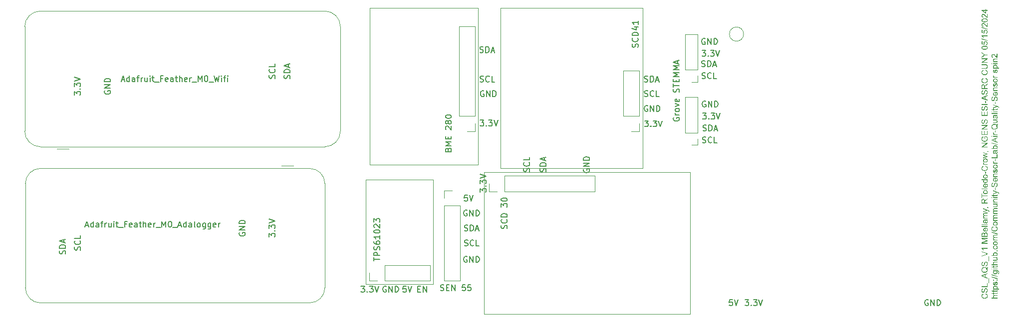
<source format=gbr>
%TF.GenerationSoftware,KiCad,Pcbnew,8.0.2*%
%TF.CreationDate,2024-06-13T14:38:33-04:00*%
%TF.ProjectId,CSL_AQS_V1,43534c5f-4151-4535-9f56-312e6b696361,rev?*%
%TF.SameCoordinates,Original*%
%TF.FileFunction,Legend,Top*%
%TF.FilePolarity,Positive*%
%FSLAX46Y46*%
G04 Gerber Fmt 4.6, Leading zero omitted, Abs format (unit mm)*
G04 Created by KiCad (PCBNEW 8.0.2) date 2024-06-13 14:38:33*
%MOMM*%
%LPD*%
G01*
G04 APERTURE LIST*
%ADD10C,0.100000*%
%ADD11C,0.150000*%
%ADD12C,0.088900*%
%ADD13C,0.120000*%
G04 APERTURE END LIST*
D10*
X132715000Y-66675000D02*
X156845000Y-66675000D01*
X156845000Y-93980000D01*
X132715000Y-93980000D01*
X132715000Y-66675000D01*
X109855000Y-95855000D02*
X121285000Y-95855000D01*
X121285000Y-113635000D01*
X109855000Y-113635000D01*
X109855000Y-95855000D01*
X129917500Y-94615000D02*
X164842500Y-94615000D01*
X164842500Y-118745000D01*
X129917500Y-118745000D01*
X129917500Y-94615000D01*
X110490000Y-66675000D02*
X128905000Y-66675000D01*
X128905000Y-93345000D01*
X110490000Y-93345000D01*
X110490000Y-66675000D01*
D11*
X157109524Y-81687200D02*
X157252381Y-81734819D01*
X157252381Y-81734819D02*
X157490476Y-81734819D01*
X157490476Y-81734819D02*
X157585714Y-81687200D01*
X157585714Y-81687200D02*
X157633333Y-81639580D01*
X157633333Y-81639580D02*
X157680952Y-81544342D01*
X157680952Y-81544342D02*
X157680952Y-81449104D01*
X157680952Y-81449104D02*
X157633333Y-81353866D01*
X157633333Y-81353866D02*
X157585714Y-81306247D01*
X157585714Y-81306247D02*
X157490476Y-81258628D01*
X157490476Y-81258628D02*
X157300000Y-81211009D01*
X157300000Y-81211009D02*
X157204762Y-81163390D01*
X157204762Y-81163390D02*
X157157143Y-81115771D01*
X157157143Y-81115771D02*
X157109524Y-81020533D01*
X157109524Y-81020533D02*
X157109524Y-80925295D01*
X157109524Y-80925295D02*
X157157143Y-80830057D01*
X157157143Y-80830057D02*
X157204762Y-80782438D01*
X157204762Y-80782438D02*
X157300000Y-80734819D01*
X157300000Y-80734819D02*
X157538095Y-80734819D01*
X157538095Y-80734819D02*
X157680952Y-80782438D01*
X158680952Y-81639580D02*
X158633333Y-81687200D01*
X158633333Y-81687200D02*
X158490476Y-81734819D01*
X158490476Y-81734819D02*
X158395238Y-81734819D01*
X158395238Y-81734819D02*
X158252381Y-81687200D01*
X158252381Y-81687200D02*
X158157143Y-81591961D01*
X158157143Y-81591961D02*
X158109524Y-81496723D01*
X158109524Y-81496723D02*
X158061905Y-81306247D01*
X158061905Y-81306247D02*
X158061905Y-81163390D01*
X158061905Y-81163390D02*
X158109524Y-80972914D01*
X158109524Y-80972914D02*
X158157143Y-80877676D01*
X158157143Y-80877676D02*
X158252381Y-80782438D01*
X158252381Y-80782438D02*
X158395238Y-80734819D01*
X158395238Y-80734819D02*
X158490476Y-80734819D01*
X158490476Y-80734819D02*
X158633333Y-80782438D01*
X158633333Y-80782438D02*
X158680952Y-80830057D01*
X159585714Y-81734819D02*
X159109524Y-81734819D01*
X159109524Y-81734819D02*
X159109524Y-80734819D01*
X93434819Y-105616189D02*
X93434819Y-104997142D01*
X93434819Y-104997142D02*
X93815771Y-105330475D01*
X93815771Y-105330475D02*
X93815771Y-105187618D01*
X93815771Y-105187618D02*
X93863390Y-105092380D01*
X93863390Y-105092380D02*
X93911009Y-105044761D01*
X93911009Y-105044761D02*
X94006247Y-104997142D01*
X94006247Y-104997142D02*
X94244342Y-104997142D01*
X94244342Y-104997142D02*
X94339580Y-105044761D01*
X94339580Y-105044761D02*
X94387200Y-105092380D01*
X94387200Y-105092380D02*
X94434819Y-105187618D01*
X94434819Y-105187618D02*
X94434819Y-105473332D01*
X94434819Y-105473332D02*
X94387200Y-105568570D01*
X94387200Y-105568570D02*
X94339580Y-105616189D01*
X94339580Y-104568570D02*
X94387200Y-104520951D01*
X94387200Y-104520951D02*
X94434819Y-104568570D01*
X94434819Y-104568570D02*
X94387200Y-104616189D01*
X94387200Y-104616189D02*
X94339580Y-104568570D01*
X94339580Y-104568570D02*
X94434819Y-104568570D01*
X93434819Y-104187618D02*
X93434819Y-103568571D01*
X93434819Y-103568571D02*
X93815771Y-103901904D01*
X93815771Y-103901904D02*
X93815771Y-103759047D01*
X93815771Y-103759047D02*
X93863390Y-103663809D01*
X93863390Y-103663809D02*
X93911009Y-103616190D01*
X93911009Y-103616190D02*
X94006247Y-103568571D01*
X94006247Y-103568571D02*
X94244342Y-103568571D01*
X94244342Y-103568571D02*
X94339580Y-103616190D01*
X94339580Y-103616190D02*
X94387200Y-103663809D01*
X94387200Y-103663809D02*
X94434819Y-103759047D01*
X94434819Y-103759047D02*
X94434819Y-104044761D01*
X94434819Y-104044761D02*
X94387200Y-104139999D01*
X94387200Y-104139999D02*
X94339580Y-104187618D01*
X93434819Y-103282856D02*
X94434819Y-102949523D01*
X94434819Y-102949523D02*
X93434819Y-102616190D01*
X60414819Y-81486189D02*
X60414819Y-80867142D01*
X60414819Y-80867142D02*
X60795771Y-81200475D01*
X60795771Y-81200475D02*
X60795771Y-81057618D01*
X60795771Y-81057618D02*
X60843390Y-80962380D01*
X60843390Y-80962380D02*
X60891009Y-80914761D01*
X60891009Y-80914761D02*
X60986247Y-80867142D01*
X60986247Y-80867142D02*
X61224342Y-80867142D01*
X61224342Y-80867142D02*
X61319580Y-80914761D01*
X61319580Y-80914761D02*
X61367200Y-80962380D01*
X61367200Y-80962380D02*
X61414819Y-81057618D01*
X61414819Y-81057618D02*
X61414819Y-81343332D01*
X61414819Y-81343332D02*
X61367200Y-81438570D01*
X61367200Y-81438570D02*
X61319580Y-81486189D01*
X61319580Y-80438570D02*
X61367200Y-80390951D01*
X61367200Y-80390951D02*
X61414819Y-80438570D01*
X61414819Y-80438570D02*
X61367200Y-80486189D01*
X61367200Y-80486189D02*
X61319580Y-80438570D01*
X61319580Y-80438570D02*
X61414819Y-80438570D01*
X60414819Y-80057618D02*
X60414819Y-79438571D01*
X60414819Y-79438571D02*
X60795771Y-79771904D01*
X60795771Y-79771904D02*
X60795771Y-79629047D01*
X60795771Y-79629047D02*
X60843390Y-79533809D01*
X60843390Y-79533809D02*
X60891009Y-79486190D01*
X60891009Y-79486190D02*
X60986247Y-79438571D01*
X60986247Y-79438571D02*
X61224342Y-79438571D01*
X61224342Y-79438571D02*
X61319580Y-79486190D01*
X61319580Y-79486190D02*
X61367200Y-79533809D01*
X61367200Y-79533809D02*
X61414819Y-79629047D01*
X61414819Y-79629047D02*
X61414819Y-79914761D01*
X61414819Y-79914761D02*
X61367200Y-80009999D01*
X61367200Y-80009999D02*
X61319580Y-80057618D01*
X60414819Y-79152856D02*
X61414819Y-78819523D01*
X61414819Y-78819523D02*
X60414819Y-78486190D01*
X166863810Y-73892819D02*
X167482857Y-73892819D01*
X167482857Y-73892819D02*
X167149524Y-74273771D01*
X167149524Y-74273771D02*
X167292381Y-74273771D01*
X167292381Y-74273771D02*
X167387619Y-74321390D01*
X167387619Y-74321390D02*
X167435238Y-74369009D01*
X167435238Y-74369009D02*
X167482857Y-74464247D01*
X167482857Y-74464247D02*
X167482857Y-74702342D01*
X167482857Y-74702342D02*
X167435238Y-74797580D01*
X167435238Y-74797580D02*
X167387619Y-74845200D01*
X167387619Y-74845200D02*
X167292381Y-74892819D01*
X167292381Y-74892819D02*
X167006667Y-74892819D01*
X167006667Y-74892819D02*
X166911429Y-74845200D01*
X166911429Y-74845200D02*
X166863810Y-74797580D01*
X167911429Y-74797580D02*
X167959048Y-74845200D01*
X167959048Y-74845200D02*
X167911429Y-74892819D01*
X167911429Y-74892819D02*
X167863810Y-74845200D01*
X167863810Y-74845200D02*
X167911429Y-74797580D01*
X167911429Y-74797580D02*
X167911429Y-74892819D01*
X168292381Y-73892819D02*
X168911428Y-73892819D01*
X168911428Y-73892819D02*
X168578095Y-74273771D01*
X168578095Y-74273771D02*
X168720952Y-74273771D01*
X168720952Y-74273771D02*
X168816190Y-74321390D01*
X168816190Y-74321390D02*
X168863809Y-74369009D01*
X168863809Y-74369009D02*
X168911428Y-74464247D01*
X168911428Y-74464247D02*
X168911428Y-74702342D01*
X168911428Y-74702342D02*
X168863809Y-74797580D01*
X168863809Y-74797580D02*
X168816190Y-74845200D01*
X168816190Y-74845200D02*
X168720952Y-74892819D01*
X168720952Y-74892819D02*
X168435238Y-74892819D01*
X168435238Y-74892819D02*
X168340000Y-74845200D01*
X168340000Y-74845200D02*
X168292381Y-74797580D01*
X169197143Y-73892819D02*
X169530476Y-74892819D01*
X169530476Y-74892819D02*
X169863809Y-73892819D01*
X129185714Y-74207200D02*
X129328571Y-74254819D01*
X129328571Y-74254819D02*
X129566666Y-74254819D01*
X129566666Y-74254819D02*
X129661904Y-74207200D01*
X129661904Y-74207200D02*
X129709523Y-74159580D01*
X129709523Y-74159580D02*
X129757142Y-74064342D01*
X129757142Y-74064342D02*
X129757142Y-73969104D01*
X129757142Y-73969104D02*
X129709523Y-73873866D01*
X129709523Y-73873866D02*
X129661904Y-73826247D01*
X129661904Y-73826247D02*
X129566666Y-73778628D01*
X129566666Y-73778628D02*
X129376190Y-73731009D01*
X129376190Y-73731009D02*
X129280952Y-73683390D01*
X129280952Y-73683390D02*
X129233333Y-73635771D01*
X129233333Y-73635771D02*
X129185714Y-73540533D01*
X129185714Y-73540533D02*
X129185714Y-73445295D01*
X129185714Y-73445295D02*
X129233333Y-73350057D01*
X129233333Y-73350057D02*
X129280952Y-73302438D01*
X129280952Y-73302438D02*
X129376190Y-73254819D01*
X129376190Y-73254819D02*
X129614285Y-73254819D01*
X129614285Y-73254819D02*
X129757142Y-73302438D01*
X130185714Y-74254819D02*
X130185714Y-73254819D01*
X130185714Y-73254819D02*
X130423809Y-73254819D01*
X130423809Y-73254819D02*
X130566666Y-73302438D01*
X130566666Y-73302438D02*
X130661904Y-73397676D01*
X130661904Y-73397676D02*
X130709523Y-73492914D01*
X130709523Y-73492914D02*
X130757142Y-73683390D01*
X130757142Y-73683390D02*
X130757142Y-73826247D01*
X130757142Y-73826247D02*
X130709523Y-74016723D01*
X130709523Y-74016723D02*
X130661904Y-74111961D01*
X130661904Y-74111961D02*
X130566666Y-74207200D01*
X130566666Y-74207200D02*
X130423809Y-74254819D01*
X130423809Y-74254819D02*
X130185714Y-74254819D01*
X131138095Y-73969104D02*
X131614285Y-73969104D01*
X131042857Y-74254819D02*
X131376190Y-73254819D01*
X131376190Y-73254819D02*
X131709523Y-74254819D01*
X167378095Y-71918438D02*
X167282857Y-71870819D01*
X167282857Y-71870819D02*
X167140000Y-71870819D01*
X167140000Y-71870819D02*
X166997143Y-71918438D01*
X166997143Y-71918438D02*
X166901905Y-72013676D01*
X166901905Y-72013676D02*
X166854286Y-72108914D01*
X166854286Y-72108914D02*
X166806667Y-72299390D01*
X166806667Y-72299390D02*
X166806667Y-72442247D01*
X166806667Y-72442247D02*
X166854286Y-72632723D01*
X166854286Y-72632723D02*
X166901905Y-72727961D01*
X166901905Y-72727961D02*
X166997143Y-72823200D01*
X166997143Y-72823200D02*
X167140000Y-72870819D01*
X167140000Y-72870819D02*
X167235238Y-72870819D01*
X167235238Y-72870819D02*
X167378095Y-72823200D01*
X167378095Y-72823200D02*
X167425714Y-72775580D01*
X167425714Y-72775580D02*
X167425714Y-72442247D01*
X167425714Y-72442247D02*
X167235238Y-72442247D01*
X167854286Y-72870819D02*
X167854286Y-71870819D01*
X167854286Y-71870819D02*
X168425714Y-72870819D01*
X168425714Y-72870819D02*
X168425714Y-71870819D01*
X168901905Y-72870819D02*
X168901905Y-71870819D01*
X168901905Y-71870819D02*
X169140000Y-71870819D01*
X169140000Y-71870819D02*
X169282857Y-71918438D01*
X169282857Y-71918438D02*
X169378095Y-72013676D01*
X169378095Y-72013676D02*
X169425714Y-72108914D01*
X169425714Y-72108914D02*
X169473333Y-72299390D01*
X169473333Y-72299390D02*
X169473333Y-72442247D01*
X169473333Y-72442247D02*
X169425714Y-72632723D01*
X169425714Y-72632723D02*
X169378095Y-72727961D01*
X169378095Y-72727961D02*
X169282857Y-72823200D01*
X169282857Y-72823200D02*
X169140000Y-72870819D01*
X169140000Y-72870819D02*
X168901905Y-72870819D01*
X118641905Y-114485009D02*
X118975238Y-114485009D01*
X119118095Y-115008819D02*
X118641905Y-115008819D01*
X118641905Y-115008819D02*
X118641905Y-114008819D01*
X118641905Y-114008819D02*
X119118095Y-114008819D01*
X119546667Y-115008819D02*
X119546667Y-114008819D01*
X119546667Y-114008819D02*
X120118095Y-115008819D01*
X120118095Y-115008819D02*
X120118095Y-114008819D01*
X58827200Y-108529285D02*
X58874819Y-108386428D01*
X58874819Y-108386428D02*
X58874819Y-108148333D01*
X58874819Y-108148333D02*
X58827200Y-108053095D01*
X58827200Y-108053095D02*
X58779580Y-108005476D01*
X58779580Y-108005476D02*
X58684342Y-107957857D01*
X58684342Y-107957857D02*
X58589104Y-107957857D01*
X58589104Y-107957857D02*
X58493866Y-108005476D01*
X58493866Y-108005476D02*
X58446247Y-108053095D01*
X58446247Y-108053095D02*
X58398628Y-108148333D01*
X58398628Y-108148333D02*
X58351009Y-108338809D01*
X58351009Y-108338809D02*
X58303390Y-108434047D01*
X58303390Y-108434047D02*
X58255771Y-108481666D01*
X58255771Y-108481666D02*
X58160533Y-108529285D01*
X58160533Y-108529285D02*
X58065295Y-108529285D01*
X58065295Y-108529285D02*
X57970057Y-108481666D01*
X57970057Y-108481666D02*
X57922438Y-108434047D01*
X57922438Y-108434047D02*
X57874819Y-108338809D01*
X57874819Y-108338809D02*
X57874819Y-108100714D01*
X57874819Y-108100714D02*
X57922438Y-107957857D01*
X58874819Y-107529285D02*
X57874819Y-107529285D01*
X57874819Y-107529285D02*
X57874819Y-107291190D01*
X57874819Y-107291190D02*
X57922438Y-107148333D01*
X57922438Y-107148333D02*
X58017676Y-107053095D01*
X58017676Y-107053095D02*
X58112914Y-107005476D01*
X58112914Y-107005476D02*
X58303390Y-106957857D01*
X58303390Y-106957857D02*
X58446247Y-106957857D01*
X58446247Y-106957857D02*
X58636723Y-107005476D01*
X58636723Y-107005476D02*
X58731961Y-107053095D01*
X58731961Y-107053095D02*
X58827200Y-107148333D01*
X58827200Y-107148333D02*
X58874819Y-107291190D01*
X58874819Y-107291190D02*
X58874819Y-107529285D01*
X58589104Y-106576904D02*
X58589104Y-106100714D01*
X58874819Y-106672142D02*
X57874819Y-106338809D01*
X57874819Y-106338809D02*
X58874819Y-106005476D01*
X166963810Y-84570819D02*
X167582857Y-84570819D01*
X167582857Y-84570819D02*
X167249524Y-84951771D01*
X167249524Y-84951771D02*
X167392381Y-84951771D01*
X167392381Y-84951771D02*
X167487619Y-84999390D01*
X167487619Y-84999390D02*
X167535238Y-85047009D01*
X167535238Y-85047009D02*
X167582857Y-85142247D01*
X167582857Y-85142247D02*
X167582857Y-85380342D01*
X167582857Y-85380342D02*
X167535238Y-85475580D01*
X167535238Y-85475580D02*
X167487619Y-85523200D01*
X167487619Y-85523200D02*
X167392381Y-85570819D01*
X167392381Y-85570819D02*
X167106667Y-85570819D01*
X167106667Y-85570819D02*
X167011429Y-85523200D01*
X167011429Y-85523200D02*
X166963810Y-85475580D01*
X168011429Y-85475580D02*
X168059048Y-85523200D01*
X168059048Y-85523200D02*
X168011429Y-85570819D01*
X168011429Y-85570819D02*
X167963810Y-85523200D01*
X167963810Y-85523200D02*
X168011429Y-85475580D01*
X168011429Y-85475580D02*
X168011429Y-85570819D01*
X168392381Y-84570819D02*
X169011428Y-84570819D01*
X169011428Y-84570819D02*
X168678095Y-84951771D01*
X168678095Y-84951771D02*
X168820952Y-84951771D01*
X168820952Y-84951771D02*
X168916190Y-84999390D01*
X168916190Y-84999390D02*
X168963809Y-85047009D01*
X168963809Y-85047009D02*
X169011428Y-85142247D01*
X169011428Y-85142247D02*
X169011428Y-85380342D01*
X169011428Y-85380342D02*
X168963809Y-85475580D01*
X168963809Y-85475580D02*
X168916190Y-85523200D01*
X168916190Y-85523200D02*
X168820952Y-85570819D01*
X168820952Y-85570819D02*
X168535238Y-85570819D01*
X168535238Y-85570819D02*
X168440000Y-85523200D01*
X168440000Y-85523200D02*
X168392381Y-85475580D01*
X169297143Y-84570819D02*
X169630476Y-85570819D01*
X169630476Y-85570819D02*
X169963809Y-84570819D01*
X129248819Y-97996189D02*
X129248819Y-97377142D01*
X129248819Y-97377142D02*
X129629771Y-97710475D01*
X129629771Y-97710475D02*
X129629771Y-97567618D01*
X129629771Y-97567618D02*
X129677390Y-97472380D01*
X129677390Y-97472380D02*
X129725009Y-97424761D01*
X129725009Y-97424761D02*
X129820247Y-97377142D01*
X129820247Y-97377142D02*
X130058342Y-97377142D01*
X130058342Y-97377142D02*
X130153580Y-97424761D01*
X130153580Y-97424761D02*
X130201200Y-97472380D01*
X130201200Y-97472380D02*
X130248819Y-97567618D01*
X130248819Y-97567618D02*
X130248819Y-97853332D01*
X130248819Y-97853332D02*
X130201200Y-97948570D01*
X130201200Y-97948570D02*
X130153580Y-97996189D01*
X130153580Y-96948570D02*
X130201200Y-96900951D01*
X130201200Y-96900951D02*
X130248819Y-96948570D01*
X130248819Y-96948570D02*
X130201200Y-96996189D01*
X130201200Y-96996189D02*
X130153580Y-96948570D01*
X130153580Y-96948570D02*
X130248819Y-96948570D01*
X129248819Y-96567618D02*
X129248819Y-95948571D01*
X129248819Y-95948571D02*
X129629771Y-96281904D01*
X129629771Y-96281904D02*
X129629771Y-96139047D01*
X129629771Y-96139047D02*
X129677390Y-96043809D01*
X129677390Y-96043809D02*
X129725009Y-95996190D01*
X129725009Y-95996190D02*
X129820247Y-95948571D01*
X129820247Y-95948571D02*
X130058342Y-95948571D01*
X130058342Y-95948571D02*
X130153580Y-95996190D01*
X130153580Y-95996190D02*
X130201200Y-96043809D01*
X130201200Y-96043809D02*
X130248819Y-96139047D01*
X130248819Y-96139047D02*
X130248819Y-96424761D01*
X130248819Y-96424761D02*
X130201200Y-96519999D01*
X130201200Y-96519999D02*
X130153580Y-96567618D01*
X129248819Y-95662856D02*
X130248819Y-95329523D01*
X130248819Y-95329523D02*
X129248819Y-94996190D01*
X96927200Y-78684285D02*
X96974819Y-78541428D01*
X96974819Y-78541428D02*
X96974819Y-78303333D01*
X96974819Y-78303333D02*
X96927200Y-78208095D01*
X96927200Y-78208095D02*
X96879580Y-78160476D01*
X96879580Y-78160476D02*
X96784342Y-78112857D01*
X96784342Y-78112857D02*
X96689104Y-78112857D01*
X96689104Y-78112857D02*
X96593866Y-78160476D01*
X96593866Y-78160476D02*
X96546247Y-78208095D01*
X96546247Y-78208095D02*
X96498628Y-78303333D01*
X96498628Y-78303333D02*
X96451009Y-78493809D01*
X96451009Y-78493809D02*
X96403390Y-78589047D01*
X96403390Y-78589047D02*
X96355771Y-78636666D01*
X96355771Y-78636666D02*
X96260533Y-78684285D01*
X96260533Y-78684285D02*
X96165295Y-78684285D01*
X96165295Y-78684285D02*
X96070057Y-78636666D01*
X96070057Y-78636666D02*
X96022438Y-78589047D01*
X96022438Y-78589047D02*
X95974819Y-78493809D01*
X95974819Y-78493809D02*
X95974819Y-78255714D01*
X95974819Y-78255714D02*
X96022438Y-78112857D01*
X96974819Y-77684285D02*
X95974819Y-77684285D01*
X95974819Y-77684285D02*
X95974819Y-77446190D01*
X95974819Y-77446190D02*
X96022438Y-77303333D01*
X96022438Y-77303333D02*
X96117676Y-77208095D01*
X96117676Y-77208095D02*
X96212914Y-77160476D01*
X96212914Y-77160476D02*
X96403390Y-77112857D01*
X96403390Y-77112857D02*
X96546247Y-77112857D01*
X96546247Y-77112857D02*
X96736723Y-77160476D01*
X96736723Y-77160476D02*
X96831961Y-77208095D01*
X96831961Y-77208095D02*
X96927200Y-77303333D01*
X96927200Y-77303333D02*
X96974819Y-77446190D01*
X96974819Y-77446190D02*
X96974819Y-77684285D01*
X96689104Y-76731904D02*
X96689104Y-76255714D01*
X96974819Y-76827142D02*
X95974819Y-76493809D01*
X95974819Y-76493809D02*
X96974819Y-76160476D01*
X94387200Y-78660475D02*
X94434819Y-78517618D01*
X94434819Y-78517618D02*
X94434819Y-78279523D01*
X94434819Y-78279523D02*
X94387200Y-78184285D01*
X94387200Y-78184285D02*
X94339580Y-78136666D01*
X94339580Y-78136666D02*
X94244342Y-78089047D01*
X94244342Y-78089047D02*
X94149104Y-78089047D01*
X94149104Y-78089047D02*
X94053866Y-78136666D01*
X94053866Y-78136666D02*
X94006247Y-78184285D01*
X94006247Y-78184285D02*
X93958628Y-78279523D01*
X93958628Y-78279523D02*
X93911009Y-78469999D01*
X93911009Y-78469999D02*
X93863390Y-78565237D01*
X93863390Y-78565237D02*
X93815771Y-78612856D01*
X93815771Y-78612856D02*
X93720533Y-78660475D01*
X93720533Y-78660475D02*
X93625295Y-78660475D01*
X93625295Y-78660475D02*
X93530057Y-78612856D01*
X93530057Y-78612856D02*
X93482438Y-78565237D01*
X93482438Y-78565237D02*
X93434819Y-78469999D01*
X93434819Y-78469999D02*
X93434819Y-78231904D01*
X93434819Y-78231904D02*
X93482438Y-78089047D01*
X94339580Y-77089047D02*
X94387200Y-77136666D01*
X94387200Y-77136666D02*
X94434819Y-77279523D01*
X94434819Y-77279523D02*
X94434819Y-77374761D01*
X94434819Y-77374761D02*
X94387200Y-77517618D01*
X94387200Y-77517618D02*
X94291961Y-77612856D01*
X94291961Y-77612856D02*
X94196723Y-77660475D01*
X94196723Y-77660475D02*
X94006247Y-77708094D01*
X94006247Y-77708094D02*
X93863390Y-77708094D01*
X93863390Y-77708094D02*
X93672914Y-77660475D01*
X93672914Y-77660475D02*
X93577676Y-77612856D01*
X93577676Y-77612856D02*
X93482438Y-77517618D01*
X93482438Y-77517618D02*
X93434819Y-77374761D01*
X93434819Y-77374761D02*
X93434819Y-77279523D01*
X93434819Y-77279523D02*
X93482438Y-77136666D01*
X93482438Y-77136666D02*
X93530057Y-77089047D01*
X94434819Y-76184285D02*
X94434819Y-76660475D01*
X94434819Y-76660475D02*
X93434819Y-76660475D01*
X61367200Y-107870475D02*
X61414819Y-107727618D01*
X61414819Y-107727618D02*
X61414819Y-107489523D01*
X61414819Y-107489523D02*
X61367200Y-107394285D01*
X61367200Y-107394285D02*
X61319580Y-107346666D01*
X61319580Y-107346666D02*
X61224342Y-107299047D01*
X61224342Y-107299047D02*
X61129104Y-107299047D01*
X61129104Y-107299047D02*
X61033866Y-107346666D01*
X61033866Y-107346666D02*
X60986247Y-107394285D01*
X60986247Y-107394285D02*
X60938628Y-107489523D01*
X60938628Y-107489523D02*
X60891009Y-107679999D01*
X60891009Y-107679999D02*
X60843390Y-107775237D01*
X60843390Y-107775237D02*
X60795771Y-107822856D01*
X60795771Y-107822856D02*
X60700533Y-107870475D01*
X60700533Y-107870475D02*
X60605295Y-107870475D01*
X60605295Y-107870475D02*
X60510057Y-107822856D01*
X60510057Y-107822856D02*
X60462438Y-107775237D01*
X60462438Y-107775237D02*
X60414819Y-107679999D01*
X60414819Y-107679999D02*
X60414819Y-107441904D01*
X60414819Y-107441904D02*
X60462438Y-107299047D01*
X61319580Y-106299047D02*
X61367200Y-106346666D01*
X61367200Y-106346666D02*
X61414819Y-106489523D01*
X61414819Y-106489523D02*
X61414819Y-106584761D01*
X61414819Y-106584761D02*
X61367200Y-106727618D01*
X61367200Y-106727618D02*
X61271961Y-106822856D01*
X61271961Y-106822856D02*
X61176723Y-106870475D01*
X61176723Y-106870475D02*
X60986247Y-106918094D01*
X60986247Y-106918094D02*
X60843390Y-106918094D01*
X60843390Y-106918094D02*
X60652914Y-106870475D01*
X60652914Y-106870475D02*
X60557676Y-106822856D01*
X60557676Y-106822856D02*
X60462438Y-106727618D01*
X60462438Y-106727618D02*
X60414819Y-106584761D01*
X60414819Y-106584761D02*
X60414819Y-106489523D01*
X60414819Y-106489523D02*
X60462438Y-106346666D01*
X60462438Y-106346666D02*
X60510057Y-106299047D01*
X61414819Y-105394285D02*
X61414819Y-105870475D01*
X61414819Y-105870475D02*
X60414819Y-105870475D01*
D12*
G36*
X214959497Y-115377993D02*
G01*
X214992470Y-115244637D01*
X215042815Y-115259399D01*
X215089284Y-115277428D01*
X215139931Y-115303377D01*
X215184997Y-115334031D01*
X215224481Y-115369391D01*
X215247704Y-115395579D01*
X215277585Y-115438045D01*
X215301284Y-115483930D01*
X215318801Y-115533231D01*
X215330136Y-115585951D01*
X215335288Y-115642087D01*
X215335631Y-115661559D01*
X215334003Y-115710984D01*
X215327752Y-115766373D01*
X215316813Y-115817487D01*
X215301185Y-115864324D01*
X215277027Y-115913563D01*
X215268953Y-115926563D01*
X215236929Y-115968796D01*
X215199202Y-116006378D01*
X215155772Y-116039308D01*
X215106638Y-116067586D01*
X215076001Y-116081657D01*
X215027904Y-116099752D01*
X214978502Y-116114103D01*
X214927795Y-116124710D01*
X214875783Y-116131574D01*
X214822465Y-116134694D01*
X214804403Y-116134902D01*
X214746477Y-116132789D01*
X214691402Y-116126453D01*
X214639178Y-116115891D01*
X214589805Y-116101105D01*
X214543282Y-116082094D01*
X214528408Y-116074818D01*
X214479615Y-116046100D01*
X214436245Y-116012521D01*
X214398298Y-115974079D01*
X214365773Y-115930776D01*
X214349623Y-115903848D01*
X214325735Y-115854177D01*
X214307715Y-115802401D01*
X214295562Y-115748522D01*
X214289276Y-115692540D01*
X214288318Y-115659605D01*
X214291091Y-115604602D01*
X214299412Y-115552982D01*
X214313279Y-115504745D01*
X214332694Y-115459891D01*
X214362355Y-115411837D01*
X214367208Y-115405348D01*
X214404797Y-115363247D01*
X214448532Y-115327130D01*
X214490913Y-115300935D01*
X214537811Y-115279136D01*
X214589225Y-115261734D01*
X214619511Y-115393136D01*
X214569319Y-115412584D01*
X214521612Y-115439207D01*
X214483178Y-115470853D01*
X214462707Y-115494741D01*
X214436690Y-115539754D01*
X214420308Y-115591446D01*
X214413804Y-115643679D01*
X214413370Y-115662292D01*
X214415988Y-115711321D01*
X214425391Y-115762860D01*
X214441634Y-115809605D01*
X214468080Y-115856465D01*
X214501674Y-115896640D01*
X214541179Y-115929512D01*
X214586596Y-115955081D01*
X214614382Y-115966130D01*
X214666503Y-115981361D01*
X214719551Y-115991607D01*
X214773527Y-115996868D01*
X214803914Y-115997637D01*
X214857426Y-115995849D01*
X214907899Y-115990485D01*
X214961861Y-115979975D01*
X215011855Y-115964793D01*
X215023733Y-115960268D01*
X215067773Y-115938882D01*
X215110202Y-115908654D01*
X215145096Y-115871897D01*
X215164173Y-115843764D01*
X215186605Y-115798345D01*
X215201696Y-115750839D01*
X215209446Y-115701247D01*
X215210579Y-115672794D01*
X215206625Y-115618908D01*
X215194764Y-115569357D01*
X215174996Y-115524142D01*
X215147320Y-115483262D01*
X215111859Y-115447557D01*
X215068735Y-115418110D01*
X215017947Y-115394922D01*
X214967222Y-115379767D01*
X214959497Y-115377993D01*
G37*
G36*
X214976106Y-115131552D02*
G01*
X214976106Y-115006011D01*
X215025292Y-114997028D01*
X215071643Y-114980908D01*
X215101402Y-114964490D01*
X215138028Y-114931973D01*
X215166398Y-114891438D01*
X215180537Y-114863129D01*
X215197641Y-114813896D01*
X215207029Y-114765581D01*
X215210549Y-114713880D01*
X215210579Y-114708524D01*
X215207895Y-114658240D01*
X215198844Y-114608192D01*
X215187864Y-114573946D01*
X215164549Y-114528452D01*
X215130004Y-114490655D01*
X215125094Y-114486995D01*
X215080949Y-114464698D01*
X215039364Y-114458419D01*
X214991142Y-114467152D01*
X214958764Y-114486018D01*
X214924947Y-114525216D01*
X214901653Y-114572714D01*
X214900146Y-114576632D01*
X214884583Y-114625779D01*
X214870456Y-114678789D01*
X214857572Y-114730758D01*
X214851542Y-114755907D01*
X214839206Y-114805011D01*
X214825117Y-114854919D01*
X214809417Y-114902226D01*
X214788527Y-114950324D01*
X214760196Y-114995530D01*
X214727594Y-115032079D01*
X214694249Y-115057791D01*
X214650011Y-115079372D01*
X214601926Y-115090993D01*
X214567732Y-115093206D01*
X214516189Y-115088098D01*
X214467013Y-115072773D01*
X214424361Y-115049975D01*
X214385707Y-115019068D01*
X214353397Y-114980385D01*
X214327432Y-114933926D01*
X214323000Y-114923702D01*
X214306235Y-114875404D01*
X214294956Y-114824208D01*
X214289164Y-114770114D01*
X214288318Y-114738810D01*
X214290546Y-114684420D01*
X214297233Y-114633358D01*
X214308376Y-114585624D01*
X214323977Y-114541217D01*
X214346682Y-114496262D01*
X214378119Y-114453653D01*
X214416091Y-114418772D01*
X214428757Y-114409815D01*
X214473747Y-114385137D01*
X214522314Y-114368808D01*
X214574459Y-114360828D01*
X214585317Y-114360233D01*
X214585317Y-114487972D01*
X214536249Y-114499202D01*
X214491641Y-114522684D01*
X214456845Y-114557826D01*
X214432093Y-114605325D01*
X214419484Y-114654149D01*
X214414049Y-114705074D01*
X214413370Y-114733192D01*
X214415474Y-114782954D01*
X214423030Y-114832153D01*
X214440203Y-114882147D01*
X214457334Y-114909535D01*
X214495879Y-114945275D01*
X214544151Y-114963387D01*
X214563091Y-114964734D01*
X214612123Y-114954965D01*
X214651751Y-114925655D01*
X214678003Y-114879299D01*
X214695772Y-114829046D01*
X214709239Y-114781198D01*
X214722826Y-114724644D01*
X214733984Y-114676373D01*
X214746806Y-114625014D01*
X214760985Y-114574145D01*
X214777978Y-114523065D01*
X214786817Y-114501650D01*
X214811343Y-114455842D01*
X214842627Y-114413510D01*
X214881943Y-114377358D01*
X214889644Y-114371957D01*
X214934714Y-114348039D01*
X214984286Y-114334050D01*
X215033258Y-114329947D01*
X215082727Y-114334455D01*
X215130383Y-114347979D01*
X215176226Y-114370519D01*
X215185177Y-114376109D01*
X215226651Y-114408743D01*
X215261923Y-114449248D01*
X215288366Y-114492433D01*
X215296064Y-114508244D01*
X215315190Y-114558442D01*
X215326937Y-114605917D01*
X215333738Y-114656078D01*
X215335631Y-114702173D01*
X215334154Y-114751901D01*
X215328698Y-114805967D01*
X215319221Y-114855779D01*
X215303467Y-114907498D01*
X215293621Y-114931273D01*
X215269960Y-114974962D01*
X215236992Y-115018200D01*
X215197300Y-115055179D01*
X215167103Y-115076353D01*
X215123476Y-115099495D01*
X215077100Y-115116409D01*
X215027977Y-115127095D01*
X214976106Y-115131552D01*
G37*
G36*
X215320000Y-114158733D02*
G01*
X214303949Y-114158733D01*
X214303949Y-114025376D01*
X215194947Y-114025376D01*
X215194947Y-113529563D01*
X215320000Y-113529563D01*
X215320000Y-114158733D01*
G37*
G36*
X215601367Y-113504406D02*
G01*
X215476315Y-113504406D01*
X215476315Y-112684972D01*
X215601367Y-112684972D01*
X215601367Y-113504406D01*
G37*
G36*
X215320000Y-111915851D02*
G01*
X215007369Y-112033332D01*
X215007369Y-112454406D01*
X215320000Y-112565048D01*
X215320000Y-112706465D01*
X214303949Y-112319829D01*
X214303949Y-112251196D01*
X214429002Y-112251196D01*
X214476718Y-112263188D01*
X214526443Y-112277729D01*
X214578178Y-112294821D01*
X214607787Y-112305418D01*
X214882316Y-112416060D01*
X214882316Y-112074609D01*
X214626594Y-112179633D01*
X214573645Y-112199503D01*
X214526143Y-112217013D01*
X214478523Y-112234133D01*
X214429002Y-112251196D01*
X214303949Y-112251196D01*
X214303949Y-112176214D01*
X215320000Y-111764176D01*
X215320000Y-111915851D01*
G37*
G36*
X215396936Y-110767909D02*
G01*
X215378518Y-110815330D01*
X215355963Y-110862704D01*
X215329271Y-110910032D01*
X215298441Y-110957312D01*
X215278967Y-110984309D01*
X215301046Y-111034371D01*
X215317702Y-111086677D01*
X215328935Y-111141227D01*
X215334746Y-111198021D01*
X215335631Y-111231482D01*
X215333304Y-111281880D01*
X215326323Y-111330492D01*
X215312297Y-111384949D01*
X215291935Y-111436975D01*
X215269441Y-111479633D01*
X215237817Y-111525810D01*
X215201073Y-111567102D01*
X215159211Y-111603508D01*
X215112229Y-111635029D01*
X215083084Y-111650847D01*
X215036948Y-111671266D01*
X214988665Y-111687461D01*
X214938236Y-111699431D01*
X214885659Y-111707176D01*
X214830937Y-111710696D01*
X214812219Y-111710931D01*
X214757018Y-111708810D01*
X214703706Y-111702447D01*
X214652283Y-111691843D01*
X214602750Y-111676997D01*
X214555105Y-111657908D01*
X214539644Y-111650603D01*
X214495634Y-111626094D01*
X214449499Y-111592963D01*
X214408974Y-111554948D01*
X214374058Y-111512047D01*
X214352554Y-111478412D01*
X214327524Y-111428316D01*
X214308642Y-111375696D01*
X214295908Y-111320552D01*
X214289886Y-111271276D01*
X214288318Y-111228796D01*
X214288351Y-111228063D01*
X214413370Y-111228063D01*
X214416891Y-111282231D01*
X214427452Y-111332809D01*
X214445055Y-111379798D01*
X214469699Y-111423198D01*
X214501383Y-111463008D01*
X214513510Y-111475481D01*
X214554439Y-111508849D01*
X214602307Y-111535313D01*
X214657113Y-111554873D01*
X214708084Y-111565900D01*
X214763874Y-111572132D01*
X214811974Y-111573667D01*
X214869937Y-111571293D01*
X214923534Y-111564174D01*
X214972767Y-111552307D01*
X215026084Y-111531802D01*
X215073116Y-111504462D01*
X215107508Y-111476458D01*
X215142536Y-111438107D01*
X215170317Y-111395961D01*
X215190850Y-111350019D01*
X215204137Y-111300283D01*
X215210176Y-111246750D01*
X215210579Y-111228063D01*
X215206869Y-111175707D01*
X215195741Y-111125618D01*
X215184200Y-111093485D01*
X215159682Y-111137280D01*
X215140532Y-111182691D01*
X215127780Y-111225376D01*
X215030816Y-111193136D01*
X215046440Y-111144629D01*
X215068018Y-111093914D01*
X215093564Y-111048237D01*
X215123079Y-111007597D01*
X215127048Y-111002871D01*
X215091646Y-110969027D01*
X215051080Y-110940918D01*
X215005350Y-110918546D01*
X214954456Y-110901911D01*
X214898398Y-110891012D01*
X214837176Y-110885849D01*
X214811242Y-110885390D01*
X214760236Y-110887377D01*
X214705522Y-110894514D01*
X214654624Y-110906840D01*
X214607542Y-110924357D01*
X214601926Y-110926912D01*
X214554692Y-110953320D01*
X214513835Y-110985833D01*
X214479353Y-111024452D01*
X214462951Y-111048545D01*
X214438984Y-111095134D01*
X214422860Y-111144775D01*
X214414581Y-111197469D01*
X214413370Y-111228063D01*
X214288351Y-111228063D01*
X214290636Y-111177468D01*
X214297591Y-111128080D01*
X214311566Y-111072914D01*
X214331852Y-111020389D01*
X214354263Y-110977470D01*
X214385627Y-110930982D01*
X214422017Y-110889614D01*
X214463432Y-110853365D01*
X214509873Y-110822234D01*
X214538667Y-110806744D01*
X214584153Y-110786740D01*
X214631769Y-110770875D01*
X214681514Y-110759148D01*
X214733389Y-110751560D01*
X214787394Y-110748111D01*
X214805868Y-110747882D01*
X214858745Y-110749693D01*
X214909238Y-110755128D01*
X214957347Y-110764185D01*
X215009409Y-110778974D01*
X215028129Y-110785739D01*
X215075864Y-110807065D01*
X215120392Y-110833183D01*
X215161715Y-110864095D01*
X215199832Y-110899801D01*
X215229199Y-110859896D01*
X215258268Y-110816009D01*
X215285241Y-110768825D01*
X215304124Y-110728831D01*
X215396936Y-110767909D01*
G37*
G36*
X214976106Y-110619898D02*
G01*
X214976106Y-110494357D01*
X215025292Y-110485374D01*
X215071643Y-110469254D01*
X215101402Y-110452836D01*
X215138028Y-110420319D01*
X215166398Y-110379784D01*
X215180537Y-110351475D01*
X215197641Y-110302242D01*
X215207029Y-110253927D01*
X215210549Y-110202226D01*
X215210579Y-110196870D01*
X215207895Y-110146586D01*
X215198844Y-110096538D01*
X215187864Y-110062292D01*
X215164549Y-110016798D01*
X215130004Y-109979001D01*
X215125094Y-109975341D01*
X215080949Y-109953044D01*
X215039364Y-109946765D01*
X214991142Y-109955498D01*
X214958764Y-109974364D01*
X214924947Y-110013562D01*
X214901653Y-110061060D01*
X214900146Y-110064979D01*
X214884583Y-110114125D01*
X214870456Y-110167135D01*
X214857572Y-110219104D01*
X214851542Y-110244253D01*
X214839206Y-110293357D01*
X214825117Y-110343266D01*
X214809417Y-110390572D01*
X214788527Y-110438670D01*
X214760196Y-110483877D01*
X214727594Y-110520425D01*
X214694249Y-110546137D01*
X214650011Y-110567718D01*
X214601926Y-110579339D01*
X214567732Y-110581552D01*
X214516189Y-110576444D01*
X214467013Y-110561119D01*
X214424361Y-110538321D01*
X214385707Y-110507414D01*
X214353397Y-110468731D01*
X214327432Y-110422272D01*
X214323000Y-110412048D01*
X214306235Y-110363750D01*
X214294956Y-110312554D01*
X214289164Y-110258460D01*
X214288318Y-110227156D01*
X214290546Y-110172766D01*
X214297233Y-110121704D01*
X214308376Y-110073970D01*
X214323977Y-110029563D01*
X214346682Y-109984608D01*
X214378119Y-109941999D01*
X214416091Y-109907118D01*
X214428757Y-109898161D01*
X214473747Y-109873484D01*
X214522314Y-109857155D01*
X214574459Y-109849174D01*
X214585317Y-109848579D01*
X214585317Y-109976318D01*
X214536249Y-109987548D01*
X214491641Y-110011030D01*
X214456845Y-110046172D01*
X214432093Y-110093671D01*
X214419484Y-110142495D01*
X214414049Y-110193420D01*
X214413370Y-110221538D01*
X214415474Y-110271300D01*
X214423030Y-110320500D01*
X214440203Y-110370493D01*
X214457334Y-110397882D01*
X214495879Y-110433621D01*
X214544151Y-110451733D01*
X214563091Y-110453080D01*
X214612123Y-110443311D01*
X214651751Y-110414002D01*
X214678003Y-110367645D01*
X214695772Y-110317392D01*
X214709239Y-110269544D01*
X214722826Y-110212990D01*
X214733984Y-110164720D01*
X214746806Y-110113360D01*
X214760985Y-110062491D01*
X214777978Y-110011411D01*
X214786817Y-109989996D01*
X214811343Y-109944188D01*
X214842627Y-109901856D01*
X214881943Y-109865704D01*
X214889644Y-109860303D01*
X214934714Y-109836385D01*
X214984286Y-109822396D01*
X215033258Y-109818293D01*
X215082727Y-109822801D01*
X215130383Y-109836325D01*
X215176226Y-109858865D01*
X215185177Y-109864455D01*
X215226651Y-109897089D01*
X215261923Y-109937594D01*
X215288366Y-109980779D01*
X215296064Y-109996591D01*
X215315190Y-110046788D01*
X215326937Y-110094263D01*
X215333738Y-110144424D01*
X215335631Y-110190519D01*
X215334154Y-110240248D01*
X215328698Y-110294314D01*
X215319221Y-110344125D01*
X215303467Y-110395844D01*
X215293621Y-110419619D01*
X215269960Y-110463308D01*
X215236992Y-110506546D01*
X215197300Y-110543525D01*
X215167103Y-110564699D01*
X215123476Y-110587841D01*
X215077100Y-110604755D01*
X215027977Y-110615441D01*
X214976106Y-110619898D01*
G37*
G36*
X215601367Y-109771399D02*
G01*
X215476315Y-109771399D01*
X215476315Y-108951964D01*
X215601367Y-108951964D01*
X215601367Y-109771399D01*
G37*
G36*
X215320000Y-108575097D02*
G01*
X214303949Y-108965397D01*
X214303949Y-108821050D01*
X215037411Y-108559466D01*
X215086138Y-108542436D01*
X215133126Y-108527068D01*
X215183296Y-108511941D01*
X215202763Y-108506465D01*
X215151143Y-108491095D01*
X215104644Y-108476038D01*
X215058106Y-108459822D01*
X215037411Y-108452243D01*
X214303949Y-108180157D01*
X214303949Y-108044113D01*
X215320000Y-108438321D01*
X215320000Y-108575097D01*
G37*
G36*
X215320000Y-107514351D02*
G01*
X215320000Y-107637937D01*
X214528164Y-107637937D01*
X214560255Y-107675375D01*
X214589733Y-107716573D01*
X214613893Y-107755174D01*
X214638532Y-107799057D01*
X214660842Y-107843966D01*
X214678129Y-107885355D01*
X214557962Y-107885355D01*
X214535502Y-107841192D01*
X214507429Y-107793782D01*
X214476792Y-107749639D01*
X214443590Y-107708763D01*
X214439260Y-107703883D01*
X214404608Y-107667888D01*
X214366281Y-107634181D01*
X214324512Y-107605158D01*
X214303949Y-107593974D01*
X214303949Y-107514351D01*
X215320000Y-107514351D01*
G37*
G36*
X215320000Y-106766479D02*
G01*
X214303949Y-106766479D01*
X214303949Y-106565956D01*
X215016894Y-106327575D01*
X215063590Y-106312202D01*
X215113159Y-106296122D01*
X215162979Y-106280423D01*
X215166127Y-106279459D01*
X215117663Y-106263923D01*
X215066205Y-106246830D01*
X215017792Y-106230443D01*
X215004682Y-106225969D01*
X214303949Y-105984902D01*
X214303949Y-105805628D01*
X215320000Y-105805628D01*
X215320000Y-105934099D01*
X214460265Y-105934099D01*
X215320000Y-106226702D01*
X215320000Y-106346870D01*
X214460265Y-106638251D01*
X215320000Y-106638251D01*
X215320000Y-106766479D01*
G37*
G36*
X215074593Y-104846314D02*
G01*
X215124590Y-104858988D01*
X215156357Y-104872131D01*
X215198901Y-104896472D01*
X215238464Y-104929904D01*
X215252100Y-104945893D01*
X215278293Y-104988615D01*
X215297090Y-105035905D01*
X215302903Y-105056046D01*
X215312636Y-105105102D01*
X215317979Y-105155858D01*
X215319933Y-105206556D01*
X215320000Y-105218468D01*
X215320000Y-105602418D01*
X214303949Y-105602418D01*
X214303949Y-105267805D01*
X214429002Y-105267805D01*
X214429002Y-105469061D01*
X214726001Y-105469061D01*
X214726001Y-105251196D01*
X214725670Y-105236297D01*
X214851053Y-105236297D01*
X214851053Y-105469061D01*
X215194947Y-105469061D01*
X215194947Y-105218468D01*
X215194012Y-105169267D01*
X215190062Y-105127854D01*
X215176616Y-105078461D01*
X215162951Y-105050917D01*
X215128339Y-105013577D01*
X215107264Y-105000115D01*
X215060001Y-104983392D01*
X215023000Y-104980087D01*
X214973784Y-104986419D01*
X214928386Y-105007134D01*
X214925792Y-105008907D01*
X214890682Y-105043346D01*
X214867906Y-105089019D01*
X214856994Y-105137952D01*
X214852107Y-105191006D01*
X214851053Y-105236297D01*
X214725670Y-105236297D01*
X214724880Y-105200802D01*
X214720071Y-105149838D01*
X214714521Y-105124190D01*
X214693436Y-105077312D01*
X214665673Y-105047742D01*
X214618954Y-105026329D01*
X214579944Y-105022096D01*
X214531160Y-105028921D01*
X214493726Y-105046277D01*
X214457906Y-105082019D01*
X214442923Y-105114909D01*
X214433407Y-105166053D01*
X214429872Y-105217582D01*
X214429002Y-105267805D01*
X214303949Y-105267805D01*
X214303949Y-105224574D01*
X214305857Y-105169680D01*
X214311582Y-105120526D01*
X214322584Y-105072089D01*
X214334480Y-105039438D01*
X214359198Y-104995021D01*
X214391708Y-104957820D01*
X214428025Y-104930261D01*
X214472208Y-104907734D01*
X214521988Y-104893824D01*
X214560404Y-104890694D01*
X214611346Y-104896498D01*
X214659789Y-104913912D01*
X214681304Y-104925865D01*
X214720746Y-104957109D01*
X214754074Y-104998451D01*
X214772896Y-105031622D01*
X214791335Y-104983582D01*
X214818984Y-104938044D01*
X214854171Y-104900759D01*
X214866196Y-104891182D01*
X214909726Y-104865294D01*
X214957883Y-104848993D01*
X215010667Y-104842281D01*
X215021779Y-104842090D01*
X215074593Y-104846314D01*
G37*
G36*
X214991737Y-104049033D02*
G01*
X214991737Y-104593206D01*
X215041639Y-104586398D01*
X215090370Y-104570637D01*
X215135317Y-104543064D01*
X215154159Y-104525307D01*
X215183911Y-104484057D01*
X215202645Y-104436940D01*
X215210358Y-104383956D01*
X215210579Y-104372655D01*
X215206266Y-104320751D01*
X215191974Y-104272159D01*
X215184445Y-104256639D01*
X215153128Y-104215931D01*
X215111601Y-104185878D01*
X215101158Y-104180436D01*
X215116789Y-104052452D01*
X215165898Y-104070816D01*
X215209174Y-104095622D01*
X215250890Y-104131229D01*
X215278234Y-104164560D01*
X215303345Y-104208203D01*
X215321282Y-104257555D01*
X215331091Y-104305422D01*
X215335407Y-104357660D01*
X215335631Y-104373387D01*
X215332153Y-104431053D01*
X215321721Y-104484064D01*
X215304333Y-104532421D01*
X215279989Y-104576124D01*
X215248691Y-104615174D01*
X215236713Y-104627156D01*
X215196727Y-104659030D01*
X215151144Y-104684309D01*
X215099962Y-104702993D01*
X215043181Y-104715083D01*
X214991587Y-104720121D01*
X214958764Y-104720945D01*
X214903007Y-104718631D01*
X214851293Y-104711691D01*
X214803621Y-104700122D01*
X214751752Y-104680133D01*
X214705705Y-104653480D01*
X214671779Y-104626179D01*
X214637083Y-104588658D01*
X214609566Y-104547170D01*
X214589227Y-104501715D01*
X214576066Y-104452293D01*
X214570084Y-104398904D01*
X214569685Y-104380226D01*
X214569768Y-104379005D01*
X214694738Y-104379005D01*
X214699317Y-104429504D01*
X214714934Y-104478992D01*
X214741632Y-104522131D01*
X214777456Y-104555948D01*
X214825095Y-104578817D01*
X214866685Y-104586367D01*
X214866685Y-104178970D01*
X214815371Y-104189423D01*
X214768875Y-104212297D01*
X214753356Y-104225621D01*
X214722444Y-104265997D01*
X214702981Y-104313243D01*
X214695253Y-104361637D01*
X214694738Y-104379005D01*
X214569768Y-104379005D01*
X214573266Y-104327252D01*
X214584008Y-104278056D01*
X214605591Y-104225436D01*
X214636922Y-104177959D01*
X214671535Y-104141357D01*
X214712639Y-104109815D01*
X214759565Y-104084799D01*
X214812313Y-104066309D01*
X214860717Y-104055886D01*
X214913163Y-104049995D01*
X214958032Y-104048545D01*
X214991737Y-104049033D01*
G37*
G36*
X215320000Y-103903953D02*
G01*
X214303949Y-103903953D01*
X214303949Y-103780122D01*
X215320000Y-103780122D01*
X215320000Y-103903953D01*
G37*
G36*
X215320000Y-103593276D02*
G01*
X214303949Y-103593276D01*
X214303949Y-103469445D01*
X215320000Y-103469445D01*
X215320000Y-103593276D01*
G37*
G36*
X215320000Y-102778970D02*
G01*
X215273580Y-102795542D01*
X215226210Y-102803639D01*
X215257206Y-102841839D01*
X215285074Y-102883331D01*
X215307741Y-102927816D01*
X215310963Y-102935774D01*
X215325995Y-102984741D01*
X215334089Y-103036387D01*
X215335631Y-103072306D01*
X215332791Y-103122226D01*
X215322590Y-103172781D01*
X215302246Y-103221370D01*
X215276280Y-103257198D01*
X215235966Y-103291201D01*
X215189211Y-103312610D01*
X215136017Y-103321426D01*
X215124605Y-103321678D01*
X215075865Y-103316311D01*
X215028490Y-103298756D01*
X215025687Y-103297254D01*
X214985387Y-103269105D01*
X214953879Y-103233506D01*
X214928796Y-103188640D01*
X214912847Y-103144357D01*
X214902673Y-103095213D01*
X214895172Y-103043493D01*
X214894040Y-103034448D01*
X214887022Y-102981076D01*
X214878226Y-102925820D01*
X214867373Y-102871915D01*
X214854141Y-102823059D01*
X214851053Y-102813897D01*
X214976106Y-102813897D01*
X214989506Y-102862588D01*
X214999298Y-102910986D01*
X215007190Y-102960222D01*
X215014452Y-103015886D01*
X215021539Y-103066787D01*
X215031949Y-103115209D01*
X215034724Y-103123841D01*
X215061160Y-103166925D01*
X215067697Y-103172690D01*
X215114168Y-103189770D01*
X215115812Y-103189787D01*
X215163242Y-103173693D01*
X215183468Y-103152418D01*
X215203801Y-103106195D01*
X215210340Y-103055959D01*
X215210579Y-103042752D01*
X215206388Y-102991461D01*
X215192392Y-102940857D01*
X215180781Y-102915746D01*
X215152110Y-102872676D01*
X215116100Y-102839085D01*
X215108241Y-102833925D01*
X215061530Y-102817730D01*
X215011521Y-102813897D01*
X214976106Y-102813897D01*
X214851053Y-102813897D01*
X214823210Y-102813408D01*
X214773321Y-102820094D01*
X214730886Y-102848335D01*
X214707481Y-102894452D01*
X214696997Y-102945376D01*
X214694738Y-102989263D01*
X214697099Y-103039300D01*
X214706167Y-103087568D01*
X214718918Y-103117979D01*
X214752196Y-103154127D01*
X214796641Y-103176941D01*
X214804159Y-103179528D01*
X214788527Y-103300429D01*
X214739936Y-103286638D01*
X214694827Y-103265802D01*
X214666406Y-103246207D01*
X214632208Y-103209925D01*
X214606865Y-103166631D01*
X214594842Y-103137030D01*
X214580520Y-103085175D01*
X214572658Y-103033426D01*
X214569784Y-102983100D01*
X214569685Y-102971434D01*
X214571444Y-102921597D01*
X214577521Y-102872748D01*
X214590544Y-102823197D01*
X214591912Y-102819515D01*
X214613557Y-102774374D01*
X214645748Y-102735525D01*
X214647843Y-102733785D01*
X214691129Y-102707991D01*
X214732595Y-102695195D01*
X214782845Y-102690258D01*
X214832487Y-102689113D01*
X214842016Y-102689089D01*
X214997355Y-102689089D01*
X215054568Y-102688814D01*
X215104207Y-102687990D01*
X215158612Y-102686036D01*
X215207685Y-102682219D01*
X215214975Y-102681273D01*
X215265300Y-102670336D01*
X215313693Y-102652637D01*
X215320000Y-102649766D01*
X215320000Y-102778970D01*
G37*
G36*
X215320000Y-102501022D02*
G01*
X214585317Y-102501022D01*
X214585317Y-102390380D01*
X214706217Y-102390380D01*
X214663456Y-102361391D01*
X214627495Y-102326083D01*
X214607299Y-102299033D01*
X214584378Y-102254119D01*
X214572036Y-102204740D01*
X214569685Y-102169340D01*
X214574217Y-102117055D01*
X214589495Y-102067916D01*
X214608032Y-102036472D01*
X214644068Y-101999282D01*
X214686349Y-101973968D01*
X214715010Y-101963199D01*
X214673144Y-101934898D01*
X214632272Y-101897551D01*
X214601617Y-101856513D01*
X214581181Y-101811782D01*
X214570963Y-101763359D01*
X214569685Y-101737763D01*
X214573471Y-101686670D01*
X214586781Y-101636672D01*
X214612808Y-101590409D01*
X214630258Y-101570945D01*
X214674355Y-101540162D01*
X214724973Y-101522205D01*
X214778661Y-101513996D01*
X214816371Y-101512571D01*
X215320000Y-101512571D01*
X215320000Y-101635669D01*
X214870104Y-101635669D01*
X214817897Y-101637645D01*
X214767837Y-101646901D01*
X214765812Y-101647637D01*
X214724825Y-101676717D01*
X214714277Y-101691357D01*
X214697047Y-101737444D01*
X214694738Y-101765362D01*
X214700654Y-101815168D01*
X214720604Y-101862458D01*
X214744808Y-101893101D01*
X214786359Y-101922025D01*
X214836505Y-101937901D01*
X214885106Y-101943457D01*
X214905275Y-101943904D01*
X215320000Y-101943904D01*
X215320000Y-102067735D01*
X214856182Y-102067735D01*
X214805393Y-102071314D01*
X214757722Y-102084771D01*
X214735038Y-102098021D01*
X214704813Y-102137772D01*
X214694895Y-102188482D01*
X214694738Y-102196939D01*
X214701454Y-102247070D01*
X214721605Y-102293415D01*
X214754699Y-102331578D01*
X214797039Y-102356376D01*
X214800251Y-102357651D01*
X214849859Y-102370460D01*
X214903611Y-102376198D01*
X214949483Y-102377435D01*
X215320000Y-102377435D01*
X215320000Y-102501022D01*
G37*
G36*
X215601367Y-101341113D02*
G01*
X215480956Y-101354790D01*
X215490648Y-101305994D01*
X215491946Y-101283960D01*
X215485366Y-101235274D01*
X215478025Y-101218258D01*
X215444207Y-101180727D01*
X215439678Y-101177714D01*
X215395009Y-101157430D01*
X215347599Y-101139856D01*
X215317313Y-101128866D01*
X214585317Y-101405593D01*
X214585317Y-101272480D01*
X214999553Y-101120561D01*
X215049647Y-101102687D01*
X215101314Y-101086005D01*
X215149161Y-101072011D01*
X215165394Y-101067561D01*
X215116598Y-101051971D01*
X215069734Y-101036095D01*
X215020485Y-101018597D01*
X215015429Y-101016758D01*
X214585317Y-100860931D01*
X214585317Y-100737344D01*
X215334166Y-101014804D01*
X215383056Y-101033400D01*
X215430172Y-101052306D01*
X215475929Y-101072418D01*
X215499274Y-101084169D01*
X215543326Y-101112572D01*
X215578776Y-101146766D01*
X215588422Y-101159884D01*
X215609855Y-101206535D01*
X215616971Y-101257811D01*
X215616999Y-101261489D01*
X215610267Y-101311869D01*
X215601367Y-101341113D01*
G37*
G36*
X215320000Y-100707302D02*
G01*
X215194947Y-100707302D01*
X215194947Y-100566618D01*
X215320000Y-100566618D01*
X215370797Y-100569880D01*
X215421528Y-100582143D01*
X215447739Y-100594218D01*
X215486227Y-100624325D01*
X215516207Y-100666773D01*
X215523210Y-100681168D01*
X215476315Y-100715607D01*
X215446643Y-100674562D01*
X215422337Y-100657721D01*
X215375695Y-100642686D01*
X215324137Y-100637343D01*
X215320000Y-100637205D01*
X215320000Y-100707302D01*
G37*
G36*
X215320000Y-99224260D02*
G01*
X215105554Y-99357372D01*
X215061881Y-99385277D01*
X215019280Y-99413604D01*
X214976606Y-99443819D01*
X214963649Y-99453604D01*
X214924265Y-99487378D01*
X214896238Y-99521503D01*
X214875310Y-99566749D01*
X214871081Y-99582076D01*
X214866960Y-99632359D01*
X214866685Y-99656325D01*
X214866685Y-99810931D01*
X215320000Y-99810931D01*
X215320000Y-99944043D01*
X214303949Y-99944043D01*
X214303949Y-99497568D01*
X214304074Y-99492194D01*
X214429002Y-99492194D01*
X214429002Y-99810931D01*
X214741632Y-99810931D01*
X214741632Y-99524434D01*
X214739915Y-99471230D01*
X214734059Y-99421687D01*
X214724047Y-99381552D01*
X214700966Y-99336184D01*
X214667383Y-99303150D01*
X214621255Y-99281426D01*
X214582386Y-99276284D01*
X214531922Y-99284869D01*
X214489277Y-99310627D01*
X214472233Y-99328307D01*
X214447620Y-99371034D01*
X214434110Y-99422249D01*
X214429382Y-99471704D01*
X214429002Y-99492194D01*
X214304074Y-99492194D01*
X214305247Y-99441775D01*
X214309138Y-99392154D01*
X214316763Y-99343000D01*
X214331060Y-99292892D01*
X214354466Y-99248048D01*
X214387743Y-99209899D01*
X214426559Y-99181029D01*
X214470709Y-99158875D01*
X214517673Y-99144927D01*
X214567452Y-99139183D01*
X214577745Y-99139019D01*
X214629128Y-99143354D01*
X214676297Y-99156360D01*
X214724327Y-99181356D01*
X214757997Y-99208384D01*
X214791290Y-99247783D01*
X214817897Y-99296617D01*
X214835694Y-99347085D01*
X214846874Y-99396092D01*
X214851053Y-99422585D01*
X214875622Y-99378532D01*
X214903077Y-99342229D01*
X214940314Y-99306342D01*
X214977988Y-99275063D01*
X215019604Y-99244749D01*
X215039364Y-99231587D01*
X215320000Y-99056465D01*
X215320000Y-99224260D01*
G37*
G36*
X215320000Y-98705244D02*
G01*
X214429002Y-98705244D01*
X214429002Y-99036926D01*
X214303949Y-99036926D01*
X214303949Y-98238740D01*
X214429002Y-98238740D01*
X214429002Y-98571887D01*
X215320000Y-98571887D01*
X215320000Y-98705244D01*
G37*
G36*
X214993310Y-97641586D02*
G01*
X215047345Y-97647074D01*
X215095605Y-97656606D01*
X215143691Y-97672451D01*
X215164905Y-97682355D01*
X215207658Y-97709175D01*
X215244693Y-97742101D01*
X215276008Y-97781131D01*
X215290935Y-97805453D01*
X215312541Y-97851969D01*
X215327076Y-97900842D01*
X215334540Y-97952073D01*
X215335631Y-97981552D01*
X215332162Y-98036919D01*
X215321755Y-98088164D01*
X215304410Y-98135288D01*
X215280127Y-98178290D01*
X215248906Y-98217170D01*
X215236957Y-98229214D01*
X215196897Y-98261337D01*
X215150724Y-98286814D01*
X215098437Y-98305644D01*
X215050194Y-98316260D01*
X214997706Y-98322260D01*
X214952658Y-98323736D01*
X214903440Y-98321977D01*
X214846542Y-98314830D01*
X214794785Y-98302185D01*
X214748168Y-98284042D01*
X214699012Y-98255013D01*
X214657258Y-98218068D01*
X214651018Y-98211140D01*
X214619327Y-98167930D01*
X214595420Y-98120794D01*
X214579296Y-98069730D01*
X214570956Y-98014739D01*
X214569685Y-97981552D01*
X214694738Y-97981552D01*
X214699819Y-98031247D01*
X214717383Y-98080573D01*
X214747494Y-98123697D01*
X214758974Y-98135425D01*
X214800147Y-98164942D01*
X214851675Y-98184798D01*
X214906172Y-98194339D01*
X214952414Y-98196486D01*
X215005939Y-98193564D01*
X215059497Y-98183069D01*
X215104934Y-98164942D01*
X215146343Y-98135425D01*
X215180217Y-98094161D01*
X215201546Y-98046696D01*
X215210328Y-97993030D01*
X215210579Y-97981552D01*
X215205459Y-97932211D01*
X215187761Y-97883143D01*
X215157421Y-97840133D01*
X215145854Y-97828412D01*
X215104076Y-97798895D01*
X215057922Y-97780768D01*
X215003280Y-97770273D01*
X214948506Y-97767351D01*
X214896706Y-97770296D01*
X214844633Y-97780875D01*
X214795137Y-97801973D01*
X214759218Y-97828900D01*
X214725215Y-97870150D01*
X214703805Y-97917267D01*
X214694990Y-97970251D01*
X214694738Y-97981552D01*
X214569685Y-97981552D01*
X214573172Y-97927064D01*
X214583630Y-97876440D01*
X214601061Y-97829680D01*
X214625464Y-97786784D01*
X214656840Y-97747752D01*
X214668848Y-97735600D01*
X214708604Y-97703145D01*
X214753684Y-97677405D01*
X214804088Y-97658380D01*
X214859815Y-97646069D01*
X214910322Y-97640940D01*
X214942400Y-97640101D01*
X214993310Y-97641586D01*
G37*
G36*
X215320000Y-97501859D02*
G01*
X214303949Y-97501859D01*
X214303949Y-97378028D01*
X215320000Y-97378028D01*
X215320000Y-97501859D01*
G37*
G36*
X214991737Y-96557616D02*
G01*
X214991737Y-97101789D01*
X215041639Y-97094981D01*
X215090370Y-97079220D01*
X215135317Y-97051648D01*
X215154159Y-97033890D01*
X215183911Y-96992641D01*
X215202645Y-96945524D01*
X215210358Y-96892539D01*
X215210579Y-96881238D01*
X215206266Y-96829335D01*
X215191974Y-96780742D01*
X215184445Y-96765223D01*
X215153128Y-96724515D01*
X215111601Y-96694462D01*
X215101158Y-96689019D01*
X215116789Y-96561036D01*
X215165898Y-96579400D01*
X215209174Y-96604206D01*
X215250890Y-96639812D01*
X215278234Y-96673143D01*
X215303345Y-96716786D01*
X215321282Y-96766139D01*
X215331091Y-96814005D01*
X215335407Y-96866243D01*
X215335631Y-96881971D01*
X215332153Y-96939636D01*
X215321721Y-96992647D01*
X215304333Y-97041004D01*
X215279989Y-97084708D01*
X215248691Y-97123757D01*
X215236713Y-97135739D01*
X215196727Y-97167613D01*
X215151144Y-97192892D01*
X215099962Y-97211577D01*
X215043181Y-97223667D01*
X214991587Y-97228704D01*
X214958764Y-97229528D01*
X214903007Y-97227215D01*
X214851293Y-97220274D01*
X214803621Y-97208706D01*
X214751752Y-97188716D01*
X214705705Y-97162063D01*
X214671779Y-97134762D01*
X214637083Y-97097241D01*
X214609566Y-97055753D01*
X214589227Y-97010299D01*
X214576066Y-96960877D01*
X214570084Y-96907488D01*
X214569685Y-96888810D01*
X214569768Y-96887588D01*
X214694738Y-96887588D01*
X214699317Y-96938088D01*
X214714934Y-96987576D01*
X214741632Y-97030715D01*
X214777456Y-97064532D01*
X214825095Y-97087401D01*
X214866685Y-97094951D01*
X214866685Y-96687554D01*
X214815371Y-96698006D01*
X214768875Y-96720880D01*
X214753356Y-96734204D01*
X214722444Y-96774580D01*
X214702981Y-96821826D01*
X214695253Y-96870221D01*
X214694738Y-96887588D01*
X214569768Y-96887588D01*
X214573266Y-96835836D01*
X214584008Y-96786640D01*
X214605591Y-96734020D01*
X214636922Y-96686542D01*
X214671535Y-96649940D01*
X214712639Y-96618399D01*
X214759565Y-96593383D01*
X214812313Y-96574893D01*
X214860717Y-96564469D01*
X214913163Y-96558578D01*
X214958032Y-96557128D01*
X214991737Y-96557616D01*
G37*
G36*
X215320000Y-95936263D02*
G01*
X215202030Y-95936263D01*
X215247434Y-95964567D01*
X215288532Y-96003384D01*
X215316843Y-96048443D01*
X215332369Y-96099742D01*
X215335631Y-96140205D01*
X215330908Y-96193471D01*
X215316740Y-96243970D01*
X215293127Y-96291703D01*
X215287271Y-96300917D01*
X215257054Y-96339407D01*
X215220810Y-96372719D01*
X215178538Y-96400853D01*
X215152449Y-96414246D01*
X215101648Y-96433609D01*
X215053086Y-96445500D01*
X215001318Y-96452385D01*
X214953391Y-96454302D01*
X214899825Y-96452027D01*
X214848794Y-96445204D01*
X214800297Y-96433831D01*
X214754333Y-96417909D01*
X214707353Y-96394560D01*
X214666981Y-96365454D01*
X214629872Y-96326360D01*
X214617313Y-96308733D01*
X214592197Y-96261549D01*
X214576383Y-96210979D01*
X214569872Y-96157021D01*
X214569685Y-96145823D01*
X214570950Y-96134344D01*
X214694738Y-96134344D01*
X214700820Y-96183163D01*
X214721560Y-96230805D01*
X214753188Y-96268605D01*
X214757020Y-96272096D01*
X214802806Y-96301205D01*
X214849532Y-96316730D01*
X214897781Y-96324654D01*
X214952903Y-96327295D01*
X215006416Y-96324467D01*
X215059932Y-96314308D01*
X215110393Y-96294048D01*
X215146587Y-96268189D01*
X215180333Y-96229172D01*
X215203017Y-96181460D01*
X215210579Y-96128726D01*
X215203364Y-96075864D01*
X215181718Y-96028773D01*
X215149518Y-95990973D01*
X215104906Y-95961091D01*
X215053987Y-95943660D01*
X215000162Y-95935692D01*
X214962428Y-95934309D01*
X214913172Y-95936344D01*
X214862240Y-95943862D01*
X214812647Y-95959238D01*
X214767840Y-95985185D01*
X214759462Y-95992194D01*
X214725330Y-96030844D01*
X214703840Y-96074741D01*
X214694991Y-96123885D01*
X214694738Y-96134344D01*
X214570950Y-96134344D01*
X214575329Y-96094620D01*
X214592259Y-96048174D01*
X214603879Y-96028342D01*
X214634850Y-95989654D01*
X214672592Y-95957335D01*
X214692295Y-95944567D01*
X214303949Y-95944567D01*
X214303949Y-95821713D01*
X215320000Y-95821713D01*
X215320000Y-95936263D01*
G37*
G36*
X214993310Y-94994971D02*
G01*
X215047345Y-95000459D01*
X215095605Y-95009991D01*
X215143691Y-95025836D01*
X215164905Y-95035739D01*
X215207658Y-95062560D01*
X215244693Y-95095485D01*
X215276008Y-95134516D01*
X215290935Y-95158838D01*
X215312541Y-95205354D01*
X215327076Y-95254227D01*
X215334540Y-95305457D01*
X215335631Y-95334937D01*
X215332162Y-95390303D01*
X215321755Y-95441549D01*
X215304410Y-95488672D01*
X215280127Y-95531674D01*
X215248906Y-95570555D01*
X215236957Y-95582599D01*
X215196897Y-95614722D01*
X215150724Y-95640198D01*
X215098437Y-95659029D01*
X215050194Y-95669644D01*
X214997706Y-95675644D01*
X214952658Y-95677121D01*
X214903440Y-95675362D01*
X214846542Y-95668214D01*
X214794785Y-95655569D01*
X214748168Y-95637426D01*
X214699012Y-95608398D01*
X214657258Y-95571452D01*
X214651018Y-95564525D01*
X214619327Y-95521315D01*
X214595420Y-95474178D01*
X214579296Y-95423114D01*
X214570956Y-95368123D01*
X214569685Y-95334937D01*
X214694738Y-95334937D01*
X214699819Y-95384632D01*
X214717383Y-95433958D01*
X214747494Y-95477082D01*
X214758974Y-95488810D01*
X214800147Y-95518326D01*
X214851675Y-95538183D01*
X214906172Y-95547724D01*
X214952414Y-95549870D01*
X215005939Y-95546949D01*
X215059497Y-95536454D01*
X215104934Y-95518326D01*
X215146343Y-95488810D01*
X215180217Y-95447546D01*
X215201546Y-95400081D01*
X215210328Y-95346414D01*
X215210579Y-95334937D01*
X215205459Y-95285596D01*
X215187761Y-95236528D01*
X215157421Y-95193518D01*
X215145854Y-95181796D01*
X215104076Y-95152280D01*
X215057922Y-95134152D01*
X215003280Y-95123658D01*
X214948506Y-95120736D01*
X214896706Y-95123681D01*
X214844633Y-95134260D01*
X214795137Y-95155357D01*
X214759218Y-95182285D01*
X214725215Y-95223534D01*
X214703805Y-95270651D01*
X214694990Y-95323636D01*
X214694738Y-95334937D01*
X214569685Y-95334937D01*
X214573172Y-95280449D01*
X214583630Y-95229824D01*
X214601061Y-95183064D01*
X214625464Y-95140168D01*
X214656840Y-95101136D01*
X214668848Y-95088984D01*
X214708604Y-95056529D01*
X214753684Y-95030789D01*
X214804088Y-95011764D01*
X214859815Y-94999454D01*
X214910322Y-94994325D01*
X214942400Y-94993485D01*
X214993310Y-94994971D01*
G37*
G36*
X215023000Y-94900429D02*
G01*
X214897948Y-94900429D01*
X214897948Y-94520631D01*
X215023000Y-94520631D01*
X215023000Y-94900429D01*
G37*
G36*
X214959497Y-93652103D02*
G01*
X214992470Y-93518747D01*
X215042815Y-93533509D01*
X215089284Y-93551538D01*
X215139931Y-93577487D01*
X215184997Y-93608142D01*
X215224481Y-93643502D01*
X215247704Y-93669689D01*
X215277585Y-93712156D01*
X215301284Y-93758040D01*
X215318801Y-93807342D01*
X215330136Y-93860061D01*
X215335288Y-93916198D01*
X215335631Y-93935669D01*
X215334003Y-93985094D01*
X215327752Y-94040484D01*
X215316813Y-94091597D01*
X215301185Y-94138435D01*
X215277027Y-94187674D01*
X215268953Y-94200673D01*
X215236929Y-94242906D01*
X215199202Y-94280488D01*
X215155772Y-94313418D01*
X215106638Y-94341696D01*
X215076001Y-94355767D01*
X215027904Y-94373862D01*
X214978502Y-94388213D01*
X214927795Y-94398821D01*
X214875783Y-94405684D01*
X214822465Y-94408804D01*
X214804403Y-94409012D01*
X214746477Y-94406900D01*
X214691402Y-94400563D01*
X214639178Y-94390001D01*
X214589805Y-94375215D01*
X214543282Y-94356204D01*
X214528408Y-94348928D01*
X214479615Y-94320211D01*
X214436245Y-94286631D01*
X214398298Y-94248190D01*
X214365773Y-94204886D01*
X214349623Y-94177958D01*
X214325735Y-94128287D01*
X214307715Y-94076512D01*
X214295562Y-94022633D01*
X214289276Y-93966650D01*
X214288318Y-93933715D01*
X214291091Y-93878712D01*
X214299412Y-93827092D01*
X214313279Y-93778855D01*
X214332694Y-93734001D01*
X214362355Y-93685948D01*
X214367208Y-93679459D01*
X214404797Y-93637357D01*
X214448532Y-93601240D01*
X214490913Y-93575045D01*
X214537811Y-93553246D01*
X214589225Y-93535844D01*
X214619511Y-93667247D01*
X214569319Y-93686694D01*
X214521612Y-93713317D01*
X214483178Y-93744963D01*
X214462707Y-93768852D01*
X214436690Y-93813865D01*
X214420308Y-93865556D01*
X214413804Y-93917789D01*
X214413370Y-93936402D01*
X214415988Y-93985431D01*
X214425391Y-94036970D01*
X214441634Y-94083716D01*
X214468080Y-94130575D01*
X214501674Y-94170750D01*
X214541179Y-94203622D01*
X214586596Y-94229191D01*
X214614382Y-94240240D01*
X214666503Y-94255471D01*
X214719551Y-94265717D01*
X214773527Y-94270978D01*
X214803914Y-94271748D01*
X214857426Y-94269959D01*
X214907899Y-94264595D01*
X214961861Y-94254085D01*
X215011855Y-94238904D01*
X215023733Y-94234378D01*
X215067773Y-94212992D01*
X215110202Y-94182765D01*
X215145096Y-94146007D01*
X215164173Y-94117875D01*
X215186605Y-94072455D01*
X215201696Y-94024950D01*
X215209446Y-93975357D01*
X215210579Y-93946905D01*
X215206625Y-93893019D01*
X215194764Y-93843468D01*
X215174996Y-93798252D01*
X215147320Y-93757372D01*
X215111859Y-93721667D01*
X215068735Y-93692220D01*
X215017947Y-93669033D01*
X214967222Y-93653877D01*
X214959497Y-93652103D01*
G37*
G36*
X215320000Y-93377575D02*
G01*
X214585317Y-93377575D01*
X214585317Y-93266200D01*
X214694005Y-93266200D01*
X214651587Y-93240259D01*
X214611563Y-93208389D01*
X214593866Y-93187554D01*
X214573676Y-93142131D01*
X214569685Y-93108175D01*
X214576054Y-93057050D01*
X214593239Y-93009285D01*
X214608276Y-92981168D01*
X214722581Y-93023667D01*
X214701699Y-93069035D01*
X214694738Y-93114281D01*
X214705362Y-93164024D01*
X214719406Y-93187309D01*
X214757684Y-93220358D01*
X214787794Y-93233227D01*
X214839589Y-93245878D01*
X214890206Y-93252345D01*
X214933852Y-93253988D01*
X215320000Y-93253988D01*
X215320000Y-93377575D01*
G37*
G36*
X214993310Y-92274105D02*
G01*
X215047345Y-92279593D01*
X215095605Y-92289125D01*
X215143691Y-92304971D01*
X215164905Y-92314874D01*
X215207658Y-92341694D01*
X215244693Y-92374620D01*
X215276008Y-92413651D01*
X215290935Y-92437972D01*
X215312541Y-92484488D01*
X215327076Y-92533362D01*
X215334540Y-92584592D01*
X215335631Y-92614071D01*
X215332162Y-92669438D01*
X215321755Y-92720683D01*
X215304410Y-92767807D01*
X215280127Y-92810809D01*
X215248906Y-92849689D01*
X215236957Y-92861734D01*
X215196897Y-92893856D01*
X215150724Y-92919333D01*
X215098437Y-92938164D01*
X215050194Y-92948779D01*
X214997706Y-92954779D01*
X214952658Y-92956256D01*
X214903440Y-92954496D01*
X214846542Y-92947349D01*
X214794785Y-92934704D01*
X214748168Y-92916561D01*
X214699012Y-92887532D01*
X214657258Y-92850587D01*
X214651018Y-92843660D01*
X214619327Y-92800450D01*
X214595420Y-92753313D01*
X214579296Y-92702249D01*
X214570956Y-92647258D01*
X214569685Y-92614071D01*
X214694738Y-92614071D01*
X214699819Y-92663767D01*
X214717383Y-92713092D01*
X214747494Y-92756216D01*
X214758974Y-92767944D01*
X214800147Y-92797461D01*
X214851675Y-92817318D01*
X214906172Y-92826858D01*
X214952414Y-92829005D01*
X215005939Y-92826083D01*
X215059497Y-92815588D01*
X215104934Y-92797461D01*
X215146343Y-92767944D01*
X215180217Y-92726681D01*
X215201546Y-92679216D01*
X215210328Y-92625549D01*
X215210579Y-92614071D01*
X215205459Y-92564730D01*
X215187761Y-92515662D01*
X215157421Y-92472653D01*
X215145854Y-92460931D01*
X215104076Y-92431414D01*
X215057922Y-92413287D01*
X215003280Y-92402792D01*
X214948506Y-92399870D01*
X214896706Y-92402816D01*
X214844633Y-92413394D01*
X214795137Y-92434492D01*
X214759218Y-92461420D01*
X214725215Y-92502669D01*
X214703805Y-92549786D01*
X214694990Y-92602770D01*
X214694738Y-92614071D01*
X214569685Y-92614071D01*
X214573172Y-92559583D01*
X214583630Y-92508959D01*
X214601061Y-92462199D01*
X214625464Y-92419303D01*
X214656840Y-92380271D01*
X214668848Y-92368119D01*
X214708604Y-92335664D01*
X214753684Y-92309924D01*
X214804088Y-92290899D01*
X214859815Y-92278589D01*
X214910322Y-92273459D01*
X214942400Y-92272620D01*
X214993310Y-92274105D01*
G37*
G36*
X215320000Y-91996870D02*
G01*
X214585317Y-92220108D01*
X214585317Y-92092369D01*
X215010300Y-91976353D01*
X215167103Y-91932878D01*
X215119338Y-91920924D01*
X215065250Y-91907229D01*
X215018115Y-91895265D01*
X214585317Y-91779005D01*
X214585317Y-91651999D01*
X215013475Y-91542822D01*
X215151960Y-91506430D01*
X215012009Y-91464420D01*
X214585317Y-91339368D01*
X214585317Y-91219200D01*
X215320000Y-91447323D01*
X215320000Y-91575795D01*
X214882072Y-91691810D01*
X214754822Y-91720143D01*
X215320000Y-91867665D01*
X215320000Y-91996870D01*
G37*
G36*
X215320000Y-91166200D02*
G01*
X215194947Y-91166200D01*
X215194947Y-91025516D01*
X215320000Y-91025516D01*
X215370797Y-91028777D01*
X215421528Y-91041041D01*
X215447739Y-91053115D01*
X215486227Y-91083222D01*
X215516207Y-91125671D01*
X215523210Y-91140066D01*
X215476315Y-91174504D01*
X215446643Y-91133460D01*
X215422337Y-91116618D01*
X215375695Y-91101583D01*
X215324137Y-91096240D01*
X215320000Y-91096102D01*
X215320000Y-91166200D01*
G37*
G36*
X215320000Y-90406360D02*
G01*
X214303949Y-90406360D01*
X214303949Y-90269829D01*
X215083572Y-89740799D01*
X214303949Y-89740799D01*
X214303949Y-89613060D01*
X215320000Y-89613060D01*
X215320000Y-89749591D01*
X214540376Y-90278621D01*
X215320000Y-90278621D01*
X215320000Y-90406360D01*
G37*
G36*
X214929211Y-88923562D02*
G01*
X214804159Y-88923562D01*
X214804159Y-88497114D01*
X215178094Y-88497114D01*
X215210537Y-88540374D01*
X215239263Y-88584242D01*
X215264272Y-88628717D01*
X215285565Y-88673801D01*
X215296064Y-88699836D01*
X215313374Y-88752332D01*
X215325739Y-88805532D01*
X215333158Y-88859433D01*
X215335631Y-88914036D01*
X215333390Y-88968688D01*
X215326667Y-89021450D01*
X215315461Y-89072323D01*
X215299773Y-89121307D01*
X215279603Y-89168402D01*
X215271884Y-89183681D01*
X215245886Y-89227023D01*
X215215887Y-89266193D01*
X215175831Y-89306616D01*
X215137163Y-89336744D01*
X215094493Y-89362698D01*
X215086992Y-89366618D01*
X215040658Y-89387619D01*
X214992332Y-89404274D01*
X214942015Y-89416584D01*
X214889705Y-89424550D01*
X214835403Y-89428171D01*
X214816859Y-89428412D01*
X214762134Y-89426257D01*
X214708782Y-89419791D01*
X214656804Y-89409015D01*
X214606200Y-89393928D01*
X214556970Y-89374531D01*
X214540865Y-89367107D01*
X214495106Y-89342137D01*
X214454002Y-89313389D01*
X214417552Y-89280863D01*
X214380908Y-89238140D01*
X214350600Y-89190275D01*
X214329434Y-89145725D01*
X214312647Y-89098718D01*
X214300239Y-89049256D01*
X214292210Y-88997339D01*
X214288561Y-88942965D01*
X214288318Y-88924295D01*
X214290592Y-88871019D01*
X214297416Y-88820369D01*
X214308788Y-88772345D01*
X214324710Y-88726946D01*
X214347441Y-88680246D01*
X214374693Y-88639612D01*
X214410275Y-88601577D01*
X214426071Y-88588461D01*
X214470540Y-88559505D01*
X214517170Y-88537441D01*
X214563874Y-88521008D01*
X214595575Y-88512257D01*
X214628548Y-88632424D01*
X214580054Y-88649339D01*
X214536039Y-88670755D01*
X214509113Y-88688845D01*
X214474392Y-88723686D01*
X214448094Y-88766002D01*
X214439504Y-88784832D01*
X214423579Y-88833650D01*
X214415003Y-88886315D01*
X214413370Y-88923562D01*
X214415553Y-88972993D01*
X214423100Y-89023340D01*
X214437627Y-89073156D01*
X214440969Y-89081587D01*
X214463959Y-89127989D01*
X214494445Y-89170119D01*
X214513265Y-89189298D01*
X214554058Y-89221529D01*
X214598216Y-89246840D01*
X214611451Y-89252801D01*
X214658590Y-89269578D01*
X214707683Y-89281561D01*
X214758729Y-89288751D01*
X214811730Y-89291147D01*
X214867791Y-89288927D01*
X214919715Y-89282265D01*
X214967501Y-89271162D01*
X215017048Y-89253035D01*
X215034235Y-89244741D01*
X215076062Y-89218913D01*
X215116256Y-89183579D01*
X215149186Y-89141598D01*
X215167103Y-89109919D01*
X215186124Y-89064902D01*
X215201026Y-89012616D01*
X215209050Y-88958591D01*
X215210579Y-88921608D01*
X215207454Y-88867846D01*
X215198080Y-88814943D01*
X215184301Y-88768064D01*
X215178583Y-88752592D01*
X215158027Y-88704907D01*
X215134480Y-88661490D01*
X215109951Y-88627540D01*
X214929211Y-88627540D01*
X214929211Y-88923562D01*
G37*
G36*
X215320000Y-88303674D02*
G01*
X214303949Y-88303674D01*
X214303949Y-87575586D01*
X214429002Y-87575586D01*
X214429002Y-88170561D01*
X214726001Y-88170561D01*
X214726001Y-87613443D01*
X214851053Y-87613443D01*
X214851053Y-88170561D01*
X215194947Y-88170561D01*
X215194947Y-87552138D01*
X215320000Y-87552138D01*
X215320000Y-88303674D01*
G37*
G36*
X215320000Y-87374818D02*
G01*
X214303949Y-87374818D01*
X214303949Y-87238286D01*
X215083572Y-86709256D01*
X214303949Y-86709256D01*
X214303949Y-86581517D01*
X215320000Y-86581517D01*
X215320000Y-86718049D01*
X214540376Y-87247079D01*
X215320000Y-87247079D01*
X215320000Y-87374818D01*
G37*
G36*
X214976106Y-86408593D02*
G01*
X214976106Y-86283053D01*
X215025292Y-86274069D01*
X215071643Y-86257949D01*
X215101402Y-86241531D01*
X215138028Y-86209014D01*
X215166398Y-86168479D01*
X215180537Y-86140170D01*
X215197641Y-86090937D01*
X215207029Y-86042622D01*
X215210549Y-85990921D01*
X215210579Y-85985565D01*
X215207895Y-85935281D01*
X215198844Y-85885233D01*
X215187864Y-85850987D01*
X215164549Y-85805493D01*
X215130004Y-85767696D01*
X215125094Y-85764036D01*
X215080949Y-85741739D01*
X215039364Y-85735460D01*
X214991142Y-85744193D01*
X214958764Y-85763060D01*
X214924947Y-85802257D01*
X214901653Y-85849755D01*
X214900146Y-85853674D01*
X214884583Y-85902820D01*
X214870456Y-85955830D01*
X214857572Y-86007799D01*
X214851542Y-86032948D01*
X214839206Y-86082052D01*
X214825117Y-86131961D01*
X214809417Y-86179267D01*
X214788527Y-86227365D01*
X214760196Y-86272572D01*
X214727594Y-86309120D01*
X214694249Y-86334832D01*
X214650011Y-86356413D01*
X214601926Y-86368034D01*
X214567732Y-86370247D01*
X214516189Y-86365139D01*
X214467013Y-86349814D01*
X214424361Y-86327016D01*
X214385707Y-86296109D01*
X214353397Y-86257426D01*
X214327432Y-86210968D01*
X214323000Y-86200743D01*
X214306235Y-86152445D01*
X214294956Y-86101249D01*
X214289164Y-86047155D01*
X214288318Y-86015851D01*
X214290546Y-85961461D01*
X214297233Y-85910399D01*
X214308376Y-85862665D01*
X214323977Y-85818258D01*
X214346682Y-85773303D01*
X214378119Y-85730694D01*
X214416091Y-85695813D01*
X214428757Y-85686856D01*
X214473747Y-85662179D01*
X214522314Y-85645850D01*
X214574459Y-85637869D01*
X214585317Y-85637274D01*
X214585317Y-85765013D01*
X214536249Y-85776243D01*
X214491641Y-85799725D01*
X214456845Y-85834867D01*
X214432093Y-85882366D01*
X214419484Y-85931190D01*
X214414049Y-85982115D01*
X214413370Y-86010233D01*
X214415474Y-86059995D01*
X214423030Y-86109195D01*
X214440203Y-86159188D01*
X214457334Y-86186577D01*
X214495879Y-86222316D01*
X214544151Y-86240428D01*
X214563091Y-86241775D01*
X214612123Y-86232006D01*
X214651751Y-86202697D01*
X214678003Y-86156340D01*
X214695772Y-86106087D01*
X214709239Y-86058239D01*
X214722826Y-86001685D01*
X214733984Y-85953415D01*
X214746806Y-85902055D01*
X214760985Y-85851186D01*
X214777978Y-85800106D01*
X214786817Y-85778691D01*
X214811343Y-85732883D01*
X214842627Y-85690551D01*
X214881943Y-85654399D01*
X214889644Y-85648998D01*
X214934714Y-85625080D01*
X214984286Y-85611091D01*
X215033258Y-85606988D01*
X215082727Y-85611496D01*
X215130383Y-85625020D01*
X215176226Y-85647560D01*
X215185177Y-85653150D01*
X215226651Y-85685784D01*
X215261923Y-85726290D01*
X215288366Y-85769474D01*
X215296064Y-85785286D01*
X215315190Y-85835483D01*
X215326937Y-85882958D01*
X215333738Y-85933119D01*
X215335631Y-85979214D01*
X215334154Y-86028943D01*
X215328698Y-86083009D01*
X215319221Y-86132820D01*
X215303467Y-86184539D01*
X215293621Y-86208314D01*
X215269960Y-86252003D01*
X215236992Y-86295241D01*
X215197300Y-86332220D01*
X215167103Y-86353394D01*
X215123476Y-86376536D01*
X215077100Y-86393450D01*
X215027977Y-86404136D01*
X214976106Y-86408593D01*
G37*
G36*
X215320000Y-85038635D02*
G01*
X214303949Y-85038635D01*
X214303949Y-84310547D01*
X214429002Y-84310547D01*
X214429002Y-84905523D01*
X214726001Y-84905523D01*
X214726001Y-84348405D01*
X214851053Y-84348405D01*
X214851053Y-84905523D01*
X215194947Y-84905523D01*
X215194947Y-84287100D01*
X215320000Y-84287100D01*
X215320000Y-85038635D01*
G37*
G36*
X214976106Y-84153743D02*
G01*
X214976106Y-84028203D01*
X215025292Y-84019219D01*
X215071643Y-84003099D01*
X215101402Y-83986681D01*
X215138028Y-83954164D01*
X215166398Y-83913629D01*
X215180537Y-83885321D01*
X215197641Y-83836087D01*
X215207029Y-83787772D01*
X215210549Y-83736071D01*
X215210579Y-83730715D01*
X215207895Y-83680432D01*
X215198844Y-83630383D01*
X215187864Y-83596137D01*
X215164549Y-83550643D01*
X215130004Y-83512846D01*
X215125094Y-83509187D01*
X215080949Y-83486889D01*
X215039364Y-83480610D01*
X214991142Y-83489343D01*
X214958764Y-83508210D01*
X214924947Y-83547407D01*
X214901653Y-83594905D01*
X214900146Y-83598824D01*
X214884583Y-83647970D01*
X214870456Y-83700980D01*
X214857572Y-83752949D01*
X214851542Y-83778098D01*
X214839206Y-83827202D01*
X214825117Y-83877111D01*
X214809417Y-83924417D01*
X214788527Y-83972515D01*
X214760196Y-84017722D01*
X214727594Y-84054270D01*
X214694249Y-84079982D01*
X214650011Y-84101563D01*
X214601926Y-84113184D01*
X214567732Y-84115397D01*
X214516189Y-84110289D01*
X214467013Y-84094964D01*
X214424361Y-84072166D01*
X214385707Y-84041259D01*
X214353397Y-84002576D01*
X214327432Y-83956118D01*
X214323000Y-83945893D01*
X214306235Y-83897595D01*
X214294956Y-83846399D01*
X214289164Y-83792305D01*
X214288318Y-83761001D01*
X214290546Y-83706611D01*
X214297233Y-83655549D01*
X214308376Y-83607815D01*
X214323977Y-83563408D01*
X214346682Y-83518453D01*
X214378119Y-83475844D01*
X214416091Y-83440963D01*
X214428757Y-83432006D01*
X214473747Y-83407329D01*
X214522314Y-83391000D01*
X214574459Y-83383019D01*
X214585317Y-83382424D01*
X214585317Y-83510163D01*
X214536249Y-83521393D01*
X214491641Y-83544875D01*
X214456845Y-83580017D01*
X214432093Y-83627516D01*
X214419484Y-83676340D01*
X214414049Y-83727265D01*
X214413370Y-83755383D01*
X214415474Y-83805145D01*
X214423030Y-83854345D01*
X214440203Y-83904338D01*
X214457334Y-83931727D01*
X214495879Y-83967466D01*
X214544151Y-83985578D01*
X214563091Y-83986926D01*
X214612123Y-83977156D01*
X214651751Y-83947847D01*
X214678003Y-83901490D01*
X214695772Y-83851237D01*
X214709239Y-83803389D01*
X214722826Y-83746835D01*
X214733984Y-83698565D01*
X214746806Y-83647205D01*
X214760985Y-83596336D01*
X214777978Y-83545256D01*
X214786817Y-83523841D01*
X214811343Y-83478033D01*
X214842627Y-83435701D01*
X214881943Y-83399549D01*
X214889644Y-83394148D01*
X214934714Y-83370230D01*
X214984286Y-83356241D01*
X215033258Y-83352138D01*
X215082727Y-83356646D01*
X215130383Y-83370170D01*
X215176226Y-83392710D01*
X215185177Y-83398300D01*
X215226651Y-83430934D01*
X215261923Y-83471440D01*
X215288366Y-83514624D01*
X215296064Y-83530436D01*
X215315190Y-83580633D01*
X215326937Y-83628108D01*
X215333738Y-83678269D01*
X215335631Y-83724364D01*
X215334154Y-83774093D01*
X215328698Y-83828159D01*
X215319221Y-83877970D01*
X215303467Y-83929689D01*
X215293621Y-83953464D01*
X215269960Y-83997153D01*
X215236992Y-84040391D01*
X215197300Y-84077370D01*
X215167103Y-84098545D01*
X215123476Y-84121687D01*
X215077100Y-84138600D01*
X215027977Y-84149286D01*
X214976106Y-84153743D01*
G37*
G36*
X215320000Y-83152836D02*
G01*
X214303949Y-83152836D01*
X214303949Y-83019480D01*
X215320000Y-83019480D01*
X215320000Y-83152836D01*
G37*
G36*
X215023000Y-82850464D02*
G01*
X214897948Y-82850464D01*
X214897948Y-82470666D01*
X215023000Y-82470666D01*
X215023000Y-82850464D01*
G37*
G36*
X215320000Y-81640484D02*
G01*
X215007369Y-81757965D01*
X215007369Y-82179040D01*
X215320000Y-82289682D01*
X215320000Y-82431099D01*
X214303949Y-82044462D01*
X214303949Y-81975830D01*
X214429002Y-81975830D01*
X214476718Y-81987821D01*
X214526443Y-82002363D01*
X214578178Y-82019454D01*
X214607787Y-82030052D01*
X214882316Y-82140694D01*
X214882316Y-81799242D01*
X214626594Y-81904267D01*
X214573645Y-81924137D01*
X214526143Y-81941646D01*
X214478523Y-81958766D01*
X214429002Y-81975830D01*
X214303949Y-81975830D01*
X214303949Y-81900847D01*
X215320000Y-81488810D01*
X215320000Y-81640484D01*
G37*
G36*
X214976106Y-81432878D02*
G01*
X214976106Y-81307337D01*
X215025292Y-81298354D01*
X215071643Y-81282234D01*
X215101402Y-81265816D01*
X215138028Y-81233299D01*
X215166398Y-81192764D01*
X215180537Y-81164455D01*
X215197641Y-81115221D01*
X215207029Y-81066907D01*
X215210549Y-81015206D01*
X215210579Y-81009849D01*
X215207895Y-80959566D01*
X215198844Y-80909517D01*
X215187864Y-80875272D01*
X215164549Y-80829778D01*
X215130004Y-80791981D01*
X215125094Y-80788321D01*
X215080949Y-80766024D01*
X215039364Y-80759745D01*
X214991142Y-80768477D01*
X214958764Y-80787344D01*
X214924947Y-80826542D01*
X214901653Y-80874040D01*
X214900146Y-80877958D01*
X214884583Y-80927105D01*
X214870456Y-80980115D01*
X214857572Y-81032084D01*
X214851542Y-81057233D01*
X214839206Y-81106337D01*
X214825117Y-81156245D01*
X214809417Y-81203552D01*
X214788527Y-81251650D01*
X214760196Y-81296856D01*
X214727594Y-81333404D01*
X214694249Y-81359117D01*
X214650011Y-81380698D01*
X214601926Y-81392318D01*
X214567732Y-81394532D01*
X214516189Y-81389424D01*
X214467013Y-81374099D01*
X214424361Y-81351301D01*
X214385707Y-81320394D01*
X214353397Y-81281711D01*
X214327432Y-81235252D01*
X214323000Y-81225027D01*
X214306235Y-81176730D01*
X214294956Y-81125534D01*
X214289164Y-81071440D01*
X214288318Y-81040136D01*
X214290546Y-80985746D01*
X214297233Y-80934684D01*
X214308376Y-80886950D01*
X214323977Y-80842543D01*
X214346682Y-80797588D01*
X214378119Y-80754979D01*
X214416091Y-80720098D01*
X214428757Y-80711140D01*
X214473747Y-80686463D01*
X214522314Y-80670134D01*
X214574459Y-80662154D01*
X214585317Y-80661559D01*
X214585317Y-80789298D01*
X214536249Y-80800528D01*
X214491641Y-80824010D01*
X214456845Y-80859152D01*
X214432093Y-80906651D01*
X214419484Y-80955475D01*
X214414049Y-81006400D01*
X214413370Y-81034518D01*
X214415474Y-81084280D01*
X214423030Y-81133479D01*
X214440203Y-81183473D01*
X214457334Y-81210861D01*
X214495879Y-81246600D01*
X214544151Y-81264713D01*
X214563091Y-81266060D01*
X214612123Y-81256290D01*
X214651751Y-81226981D01*
X214678003Y-81180625D01*
X214695772Y-81130372D01*
X214709239Y-81082524D01*
X214722826Y-81025969D01*
X214733984Y-80977699D01*
X214746806Y-80926340D01*
X214760985Y-80875471D01*
X214777978Y-80824391D01*
X214786817Y-80802976D01*
X214811343Y-80757168D01*
X214842627Y-80714836D01*
X214881943Y-80678684D01*
X214889644Y-80673283D01*
X214934714Y-80649365D01*
X214984286Y-80635376D01*
X215033258Y-80631273D01*
X215082727Y-80635781D01*
X215130383Y-80649305D01*
X215176226Y-80671845D01*
X215185177Y-80677435D01*
X215226651Y-80710069D01*
X215261923Y-80750574D01*
X215288366Y-80793759D01*
X215296064Y-80809570D01*
X215315190Y-80859768D01*
X215326937Y-80907243D01*
X215333738Y-80957404D01*
X215335631Y-81003499D01*
X215334154Y-81053227D01*
X215328698Y-81107293D01*
X215319221Y-81157105D01*
X215303467Y-81208823D01*
X215293621Y-81232599D01*
X215269960Y-81276288D01*
X215236992Y-81319526D01*
X215197300Y-81356504D01*
X215167103Y-81377679D01*
X215123476Y-81400821D01*
X215077100Y-81417735D01*
X215027977Y-81428421D01*
X214976106Y-81432878D01*
G37*
G36*
X215320000Y-79732704D02*
G01*
X215105554Y-79865816D01*
X215061881Y-79893721D01*
X215019280Y-79922048D01*
X214976606Y-79952263D01*
X214963649Y-79962048D01*
X214924265Y-79995822D01*
X214896238Y-80029947D01*
X214875310Y-80075193D01*
X214871081Y-80090519D01*
X214866960Y-80140803D01*
X214866685Y-80164769D01*
X214866685Y-80319375D01*
X215320000Y-80319375D01*
X215320000Y-80452487D01*
X214303949Y-80452487D01*
X214303949Y-80006011D01*
X214304074Y-80000638D01*
X214429002Y-80000638D01*
X214429002Y-80319375D01*
X214741632Y-80319375D01*
X214741632Y-80032878D01*
X214739915Y-79979674D01*
X214734059Y-79930131D01*
X214724047Y-79889996D01*
X214700966Y-79844628D01*
X214667383Y-79811594D01*
X214621255Y-79789870D01*
X214582386Y-79784727D01*
X214531922Y-79793313D01*
X214489277Y-79819071D01*
X214472233Y-79836751D01*
X214447620Y-79879478D01*
X214434110Y-79930693D01*
X214429382Y-79980148D01*
X214429002Y-80000638D01*
X214304074Y-80000638D01*
X214305247Y-79950219D01*
X214309138Y-79900598D01*
X214316763Y-79851444D01*
X214331060Y-79801336D01*
X214354466Y-79756492D01*
X214387743Y-79718343D01*
X214426559Y-79689473D01*
X214470709Y-79667319D01*
X214517673Y-79653370D01*
X214567452Y-79647627D01*
X214577745Y-79647463D01*
X214629128Y-79651798D01*
X214676297Y-79664804D01*
X214724327Y-79689800D01*
X214757997Y-79716828D01*
X214791290Y-79756227D01*
X214817897Y-79805061D01*
X214835694Y-79855528D01*
X214846874Y-79904535D01*
X214851053Y-79931029D01*
X214875622Y-79886976D01*
X214903077Y-79850673D01*
X214940314Y-79814785D01*
X214977988Y-79783506D01*
X215019604Y-79753193D01*
X215039364Y-79740031D01*
X215320000Y-79564909D01*
X215320000Y-79732704D01*
G37*
G36*
X214959497Y-78725935D02*
G01*
X214992470Y-78592578D01*
X215042815Y-78607340D01*
X215089284Y-78625370D01*
X215139931Y-78651318D01*
X215184997Y-78681973D01*
X215224481Y-78717333D01*
X215247704Y-78743520D01*
X215277585Y-78785987D01*
X215301284Y-78831871D01*
X215318801Y-78881173D01*
X215330136Y-78933892D01*
X215335288Y-78990029D01*
X215335631Y-79009501D01*
X215334003Y-79058925D01*
X215327752Y-79114315D01*
X215316813Y-79165428D01*
X215301185Y-79212266D01*
X215277027Y-79261505D01*
X215268953Y-79274504D01*
X215236929Y-79316737D01*
X215199202Y-79354319D01*
X215155772Y-79387249D01*
X215106638Y-79415528D01*
X215076001Y-79429598D01*
X215027904Y-79447693D01*
X214978502Y-79462044D01*
X214927795Y-79472652D01*
X214875783Y-79479515D01*
X214822465Y-79482635D01*
X214804403Y-79482843D01*
X214746477Y-79480731D01*
X214691402Y-79474394D01*
X214639178Y-79463832D01*
X214589805Y-79449046D01*
X214543282Y-79430035D01*
X214528408Y-79422759D01*
X214479615Y-79394042D01*
X214436245Y-79360462D01*
X214398298Y-79322021D01*
X214365773Y-79278717D01*
X214349623Y-79251789D01*
X214325735Y-79202118D01*
X214307715Y-79150343D01*
X214295562Y-79096464D01*
X214289276Y-79040481D01*
X214288318Y-79007547D01*
X214291091Y-78952543D01*
X214299412Y-78900923D01*
X214313279Y-78852686D01*
X214332694Y-78807832D01*
X214362355Y-78759779D01*
X214367208Y-78753290D01*
X214404797Y-78711188D01*
X214448532Y-78675071D01*
X214490913Y-78648876D01*
X214537811Y-78627077D01*
X214589225Y-78609675D01*
X214619511Y-78741078D01*
X214569319Y-78760525D01*
X214521612Y-78787148D01*
X214483178Y-78818795D01*
X214462707Y-78842683D01*
X214436690Y-78887696D01*
X214420308Y-78939388D01*
X214413804Y-78991620D01*
X214413370Y-79010233D01*
X214415988Y-79059262D01*
X214425391Y-79110801D01*
X214441634Y-79157547D01*
X214468080Y-79204406D01*
X214501674Y-79244581D01*
X214541179Y-79277453D01*
X214586596Y-79303022D01*
X214614382Y-79314071D01*
X214666503Y-79329302D01*
X214719551Y-79339548D01*
X214773527Y-79344809D01*
X214803914Y-79345579D01*
X214857426Y-79343791D01*
X214907899Y-79338426D01*
X214961861Y-79327916D01*
X215011855Y-79312735D01*
X215023733Y-79308210D01*
X215067773Y-79286823D01*
X215110202Y-79256596D01*
X215145096Y-79219838D01*
X215164173Y-79191706D01*
X215186605Y-79146287D01*
X215201696Y-79098781D01*
X215209446Y-79049189D01*
X215210579Y-79020736D01*
X215206625Y-78966850D01*
X215194764Y-78917299D01*
X215174996Y-78872083D01*
X215147320Y-78831203D01*
X215111859Y-78795498D01*
X215068735Y-78766051D01*
X215017947Y-78742864D01*
X214967222Y-78727708D01*
X214959497Y-78725935D01*
G37*
G36*
X214959497Y-77326912D02*
G01*
X214992470Y-77193555D01*
X215042815Y-77208317D01*
X215089284Y-77226346D01*
X215139931Y-77252295D01*
X215184997Y-77282950D01*
X215224481Y-77318310D01*
X215247704Y-77344497D01*
X215277585Y-77386964D01*
X215301284Y-77432848D01*
X215318801Y-77482150D01*
X215330136Y-77534869D01*
X215335288Y-77591006D01*
X215335631Y-77610478D01*
X215334003Y-77659902D01*
X215327752Y-77715292D01*
X215316813Y-77766405D01*
X215301185Y-77813243D01*
X215277027Y-77862482D01*
X215268953Y-77875481D01*
X215236929Y-77917714D01*
X215199202Y-77955296D01*
X215155772Y-77988226D01*
X215106638Y-78016505D01*
X215076001Y-78030575D01*
X215027904Y-78048670D01*
X214978502Y-78063021D01*
X214927795Y-78073629D01*
X214875783Y-78080492D01*
X214822465Y-78083612D01*
X214804403Y-78083820D01*
X214746477Y-78081708D01*
X214691402Y-78075371D01*
X214639178Y-78064809D01*
X214589805Y-78050023D01*
X214543282Y-78031012D01*
X214528408Y-78023736D01*
X214479615Y-77995019D01*
X214436245Y-77961439D01*
X214398298Y-77922998D01*
X214365773Y-77879694D01*
X214349623Y-77852766D01*
X214325735Y-77803095D01*
X214307715Y-77751320D01*
X214295562Y-77697441D01*
X214289276Y-77641458D01*
X214288318Y-77608524D01*
X214291091Y-77553520D01*
X214299412Y-77501900D01*
X214313279Y-77453663D01*
X214332694Y-77408809D01*
X214362355Y-77360756D01*
X214367208Y-77354267D01*
X214404797Y-77312165D01*
X214448532Y-77276048D01*
X214490913Y-77249853D01*
X214537811Y-77228054D01*
X214589225Y-77210652D01*
X214619511Y-77342055D01*
X214569319Y-77361502D01*
X214521612Y-77388125D01*
X214483178Y-77419772D01*
X214462707Y-77443660D01*
X214436690Y-77488673D01*
X214420308Y-77540365D01*
X214413804Y-77592597D01*
X214413370Y-77611210D01*
X214415988Y-77660239D01*
X214425391Y-77711778D01*
X214441634Y-77758524D01*
X214468080Y-77805383D01*
X214501674Y-77845558D01*
X214541179Y-77878430D01*
X214586596Y-77903999D01*
X214614382Y-77915048D01*
X214666503Y-77930279D01*
X214719551Y-77940525D01*
X214773527Y-77945786D01*
X214803914Y-77946556D01*
X214857426Y-77944768D01*
X214907899Y-77939403D01*
X214961861Y-77928893D01*
X215011855Y-77913712D01*
X215023733Y-77909187D01*
X215067773Y-77887800D01*
X215110202Y-77857573D01*
X215145096Y-77820815D01*
X215164173Y-77792683D01*
X215186605Y-77747264D01*
X215201696Y-77699758D01*
X215209446Y-77650166D01*
X215210579Y-77621713D01*
X215206625Y-77567827D01*
X215194764Y-77518276D01*
X215174996Y-77473060D01*
X215147320Y-77432180D01*
X215111859Y-77396475D01*
X215068735Y-77367028D01*
X215017947Y-77343841D01*
X214967222Y-77328685D01*
X214959497Y-77326912D01*
G37*
G36*
X214303949Y-76374364D02*
G01*
X214303949Y-76241008D01*
X214890132Y-76241008D01*
X214945253Y-76242219D01*
X214995943Y-76245851D01*
X215049481Y-76253149D01*
X215103283Y-76265525D01*
X215132909Y-76275446D01*
X215180821Y-76299066D01*
X215223439Y-76331457D01*
X215256877Y-76367612D01*
X215279211Y-76399277D01*
X215303895Y-76447607D01*
X215319708Y-76495655D01*
X215330121Y-76549080D01*
X215334749Y-76599152D01*
X215335631Y-76634727D01*
X215333905Y-76685955D01*
X215327529Y-76741163D01*
X215316454Y-76791463D01*
X215298044Y-76842937D01*
X215286538Y-76866270D01*
X215259244Y-76908005D01*
X215221969Y-76947293D01*
X215177739Y-76978467D01*
X215144389Y-76994741D01*
X215093602Y-77011518D01*
X215042175Y-77022265D01*
X214992905Y-77028556D01*
X214938844Y-77032151D01*
X214890132Y-77033087D01*
X214303949Y-77033087D01*
X214303949Y-76899975D01*
X214886713Y-76899975D01*
X214941001Y-76898806D01*
X214994944Y-76894608D01*
X215045303Y-76886236D01*
X215080886Y-76875551D01*
X215126774Y-76849942D01*
X215163229Y-76812804D01*
X215176873Y-76791775D01*
X215197412Y-76743518D01*
X215207913Y-76692705D01*
X215210579Y-76646451D01*
X215208235Y-76594284D01*
X215199574Y-76540933D01*
X215181863Y-76489863D01*
X215151975Y-76445037D01*
X215143900Y-76436891D01*
X215102730Y-76409535D01*
X215054059Y-76392011D01*
X215002945Y-76381753D01*
X214953726Y-76376563D01*
X214898484Y-76374426D01*
X214886713Y-76374364D01*
X214303949Y-76374364D01*
G37*
G36*
X215320000Y-76026318D02*
G01*
X214303949Y-76026318D01*
X214303949Y-75889787D01*
X215083572Y-75360757D01*
X214303949Y-75360757D01*
X214303949Y-75233018D01*
X215320000Y-75233018D01*
X215320000Y-75369549D01*
X214540376Y-75898579D01*
X215320000Y-75898579D01*
X215320000Y-76026318D01*
G37*
G36*
X215320000Y-74731099D02*
G01*
X214889644Y-74731099D01*
X214303949Y-75119200D01*
X214303949Y-74957023D01*
X214615603Y-74758698D01*
X214657399Y-74731679D01*
X214702449Y-74702377D01*
X214745412Y-74674234D01*
X214772896Y-74656116D01*
X214728283Y-74625967D01*
X214682585Y-74595571D01*
X214637553Y-74565956D01*
X214607299Y-74546207D01*
X214303949Y-74351301D01*
X214303949Y-74195963D01*
X214889644Y-74597742D01*
X215320000Y-74597742D01*
X215320000Y-74731099D01*
G37*
G36*
X214873930Y-73112657D02*
G01*
X214924486Y-73115322D01*
X214980746Y-73120867D01*
X215032197Y-73128970D01*
X215086147Y-73141657D01*
X215107264Y-73148161D01*
X215158753Y-73168616D01*
X215204045Y-73193590D01*
X215243139Y-73223082D01*
X215276036Y-73257093D01*
X215304844Y-73300911D01*
X215324224Y-73350756D01*
X215333536Y-73400124D01*
X215335631Y-73440275D01*
X215331947Y-73492665D01*
X215320896Y-73540659D01*
X215298692Y-73591095D01*
X215266460Y-73635547D01*
X215230851Y-73668886D01*
X215187591Y-73697595D01*
X215136579Y-73721437D01*
X215090188Y-73737007D01*
X215038836Y-73749464D01*
X214982523Y-73758806D01*
X214921248Y-73765034D01*
X214872037Y-73767662D01*
X214820034Y-73768538D01*
X214765793Y-73767643D01*
X214714962Y-73764960D01*
X214658468Y-73759378D01*
X214606885Y-73751221D01*
X214552912Y-73738448D01*
X214531828Y-73731901D01*
X214480262Y-73711247D01*
X214434986Y-73686167D01*
X214395998Y-73656659D01*
X214363300Y-73622725D01*
X214334610Y-73578965D01*
X214315309Y-73529293D01*
X214306036Y-73480177D01*
X214304013Y-73441496D01*
X214429002Y-73441496D01*
X214435680Y-73491409D01*
X214458454Y-73538544D01*
X214493182Y-73574331D01*
X214497390Y-73577540D01*
X214542620Y-73602474D01*
X214592663Y-73618972D01*
X214642315Y-73629283D01*
X214699195Y-73636469D01*
X214749902Y-73639969D01*
X214805234Y-73641469D01*
X214819790Y-73641531D01*
X214876134Y-73640623D01*
X214927562Y-73637898D01*
X214984936Y-73631938D01*
X215034628Y-73623139D01*
X215084122Y-73608833D01*
X215127886Y-73586978D01*
X215132909Y-73583401D01*
X215170455Y-73548559D01*
X215197760Y-73504815D01*
X215209896Y-73455775D01*
X215210579Y-73440031D01*
X215202946Y-73389532D01*
X215180048Y-73344280D01*
X215146389Y-73308040D01*
X215132421Y-73296905D01*
X215083572Y-73271473D01*
X215034113Y-73257167D01*
X214984501Y-73248368D01*
X214927257Y-73242408D01*
X214875966Y-73239683D01*
X214819790Y-73238775D01*
X214763340Y-73239683D01*
X214711835Y-73242408D01*
X214654409Y-73248368D01*
X214604711Y-73257167D01*
X214555275Y-73271473D01*
X214506671Y-73296905D01*
X214469126Y-73331844D01*
X214441820Y-73375922D01*
X214429684Y-73425534D01*
X214429002Y-73441496D01*
X214304013Y-73441496D01*
X214303949Y-73440275D01*
X214307817Y-73386893D01*
X214319419Y-73338245D01*
X214336678Y-73298126D01*
X214365311Y-73255170D01*
X214402120Y-73218258D01*
X214431200Y-73197009D01*
X214476718Y-73171659D01*
X214523659Y-73152120D01*
X214570433Y-73137389D01*
X214581409Y-73134483D01*
X214629479Y-73124545D01*
X214685273Y-73117447D01*
X214740430Y-73113565D01*
X214792413Y-73111968D01*
X214820034Y-73111769D01*
X214873930Y-73112657D01*
G37*
G36*
X215054263Y-72989891D02*
G01*
X215038632Y-72859954D01*
X215088062Y-72847227D01*
X215132849Y-72824631D01*
X215167592Y-72793032D01*
X215193787Y-72750591D01*
X215207892Y-72702036D01*
X215210579Y-72666270D01*
X215204520Y-72613094D01*
X215186345Y-72565309D01*
X215156053Y-72522915D01*
X215148541Y-72515083D01*
X215105655Y-72482497D01*
X215060288Y-72463488D01*
X215008506Y-72454255D01*
X214983433Y-72453290D01*
X214931743Y-72458004D01*
X214881969Y-72474299D01*
X214840257Y-72502235D01*
X214829316Y-72512885D01*
X214799563Y-72553581D01*
X214780830Y-72601480D01*
X214773391Y-72650748D01*
X214772896Y-72668468D01*
X214777056Y-72718583D01*
X214790748Y-72767298D01*
X214794633Y-72776423D01*
X214819607Y-72819227D01*
X214851053Y-72851894D01*
X214835422Y-72967909D01*
X214319581Y-72870457D01*
X214319581Y-72369515D01*
X214444633Y-72369515D01*
X214444633Y-72771538D01*
X214720139Y-72825760D01*
X214691969Y-72785684D01*
X214668247Y-72738824D01*
X214653562Y-72690834D01*
X214647914Y-72641714D01*
X214647843Y-72635495D01*
X214652238Y-72579768D01*
X214665421Y-72527991D01*
X214687393Y-72480164D01*
X214718155Y-72436288D01*
X214739678Y-72412990D01*
X214782274Y-72377587D01*
X214829919Y-72350880D01*
X214882612Y-72332868D01*
X214931796Y-72324350D01*
X214975617Y-72322131D01*
X215025778Y-72324931D01*
X215080977Y-72335272D01*
X215132600Y-72353234D01*
X215180647Y-72378816D01*
X215212777Y-72401755D01*
X215254528Y-72440598D01*
X215287641Y-72484404D01*
X215312116Y-72533173D01*
X215327953Y-72586906D01*
X215334551Y-72635474D01*
X215335631Y-72666270D01*
X215332926Y-72716058D01*
X215322934Y-72769651D01*
X215305578Y-72818406D01*
X215280859Y-72862322D01*
X215258695Y-72890729D01*
X215222532Y-72925110D01*
X215181578Y-72952385D01*
X215135832Y-72972554D01*
X215085294Y-72985617D01*
X215054263Y-72989891D01*
G37*
G36*
X215320000Y-72269619D02*
G01*
X214303949Y-71977749D01*
X214303949Y-71878831D01*
X215320000Y-72169968D01*
X215320000Y-72269619D01*
G37*
G36*
X215320000Y-71356639D02*
G01*
X215320000Y-71480226D01*
X214528164Y-71480226D01*
X214560255Y-71517664D01*
X214589733Y-71558862D01*
X214613893Y-71597463D01*
X214638532Y-71641345D01*
X214660842Y-71686255D01*
X214678129Y-71727644D01*
X214557962Y-71727644D01*
X214535502Y-71683481D01*
X214507429Y-71636071D01*
X214476792Y-71591928D01*
X214443590Y-71551052D01*
X214439260Y-71546172D01*
X214404608Y-71510177D01*
X214366281Y-71476470D01*
X214324512Y-71447447D01*
X214303949Y-71436263D01*
X214303949Y-71356639D01*
X215320000Y-71356639D01*
G37*
G36*
X215054263Y-71043764D02*
G01*
X215038632Y-70913827D01*
X215088062Y-70901100D01*
X215132849Y-70878504D01*
X215167592Y-70846905D01*
X215193787Y-70804464D01*
X215207892Y-70755909D01*
X215210579Y-70720143D01*
X215204520Y-70666967D01*
X215186345Y-70619182D01*
X215156053Y-70576788D01*
X215148541Y-70568956D01*
X215105655Y-70536370D01*
X215060288Y-70517361D01*
X215008506Y-70508128D01*
X214983433Y-70507163D01*
X214931743Y-70511877D01*
X214881969Y-70528172D01*
X214840257Y-70556108D01*
X214829316Y-70566758D01*
X214799563Y-70607454D01*
X214780830Y-70655353D01*
X214773391Y-70704621D01*
X214772896Y-70722341D01*
X214777056Y-70772456D01*
X214790748Y-70821171D01*
X214794633Y-70830296D01*
X214819607Y-70873100D01*
X214851053Y-70905767D01*
X214835422Y-71021782D01*
X214319581Y-70924330D01*
X214319581Y-70423387D01*
X214444633Y-70423387D01*
X214444633Y-70825411D01*
X214720139Y-70879633D01*
X214691969Y-70839557D01*
X214668247Y-70792697D01*
X214653562Y-70744707D01*
X214647914Y-70695587D01*
X214647843Y-70689368D01*
X214652238Y-70633641D01*
X214665421Y-70581864D01*
X214687393Y-70534037D01*
X214718155Y-70490161D01*
X214739678Y-70466863D01*
X214782274Y-70431460D01*
X214829919Y-70404753D01*
X214882612Y-70386741D01*
X214931796Y-70378223D01*
X214975617Y-70376004D01*
X215025778Y-70378804D01*
X215080977Y-70389145D01*
X215132600Y-70407107D01*
X215180647Y-70432689D01*
X215212777Y-70455628D01*
X215254528Y-70494471D01*
X215287641Y-70538277D01*
X215312116Y-70587046D01*
X215327953Y-70640779D01*
X215334551Y-70689347D01*
X215335631Y-70720143D01*
X215332926Y-70769931D01*
X215322934Y-70823524D01*
X215305578Y-70872279D01*
X215280859Y-70916195D01*
X215258695Y-70944602D01*
X215222532Y-70978983D01*
X215181578Y-71006258D01*
X215135832Y-71026427D01*
X215085294Y-71039490D01*
X215054263Y-71043764D01*
G37*
G36*
X215320000Y-70323492D02*
G01*
X214303949Y-70031622D01*
X214303949Y-69932704D01*
X215320000Y-70223841D01*
X215320000Y-70323492D01*
G37*
G36*
X215194947Y-69226353D02*
G01*
X215320000Y-69226353D01*
X215320000Y-69892159D01*
X215269974Y-69888201D01*
X215232561Y-69877749D01*
X215185271Y-69856678D01*
X215142681Y-69831262D01*
X215100473Y-69799882D01*
X215096273Y-69796416D01*
X215057101Y-69760895D01*
X215019945Y-69722736D01*
X214985631Y-69684263D01*
X214949634Y-69641045D01*
X214944354Y-69634483D01*
X214912270Y-69595114D01*
X214874667Y-69550583D01*
X214839842Y-69511251D01*
X214801720Y-69470917D01*
X214762302Y-69433323D01*
X214737480Y-69412711D01*
X214695841Y-69384729D01*
X214651162Y-69364378D01*
X214599751Y-69354882D01*
X214595575Y-69354825D01*
X214546093Y-69362210D01*
X214499464Y-69386876D01*
X214477362Y-69407337D01*
X214447892Y-69451255D01*
X214432827Y-69499479D01*
X214429002Y-69544602D01*
X214433462Y-69596861D01*
X214448671Y-69646357D01*
X214474675Y-69687484D01*
X214513842Y-69720182D01*
X214562831Y-69738042D01*
X214600949Y-69741706D01*
X214585317Y-69868712D01*
X214536135Y-69861316D01*
X214484552Y-69846263D01*
X214439210Y-69824290D01*
X214395033Y-69790707D01*
X214376001Y-69770526D01*
X214347926Y-69730440D01*
X214326747Y-69684768D01*
X214312463Y-69633508D01*
X214305708Y-69585125D01*
X214303949Y-69541671D01*
X214306817Y-69489478D01*
X214317413Y-69433948D01*
X214335815Y-69384191D01*
X214362025Y-69340208D01*
X214385526Y-69312327D01*
X214422979Y-69279398D01*
X214470363Y-69251669D01*
X214522631Y-69234503D01*
X214572372Y-69228149D01*
X214587271Y-69227819D01*
X214636759Y-69231890D01*
X214685602Y-69244104D01*
X214707927Y-69252487D01*
X214753150Y-69275591D01*
X214796173Y-69304856D01*
X214832491Y-69334553D01*
X214872769Y-69372828D01*
X214908878Y-69410879D01*
X214943159Y-69449261D01*
X214980513Y-69492967D01*
X215007124Y-69525062D01*
X215039052Y-69564029D01*
X215071114Y-69602413D01*
X215104128Y-69640568D01*
X215129979Y-69668189D01*
X215168436Y-69701729D01*
X215194947Y-69720212D01*
X215194947Y-69226353D01*
G37*
G36*
X214873930Y-68441757D02*
G01*
X214924486Y-68444422D01*
X214980746Y-68449966D01*
X215032197Y-68458069D01*
X215086147Y-68470757D01*
X215107264Y-68477260D01*
X215158753Y-68497716D01*
X215204045Y-68522690D01*
X215243139Y-68552182D01*
X215276036Y-68586193D01*
X215304844Y-68630011D01*
X215324224Y-68679856D01*
X215333536Y-68729224D01*
X215335631Y-68769375D01*
X215331947Y-68821765D01*
X215320896Y-68869759D01*
X215298692Y-68920195D01*
X215266460Y-68964647D01*
X215230851Y-68997986D01*
X215187591Y-69026694D01*
X215136579Y-69050537D01*
X215090188Y-69066107D01*
X215038836Y-69078563D01*
X214982523Y-69087906D01*
X214921248Y-69094134D01*
X214872037Y-69096761D01*
X214820034Y-69097637D01*
X214765793Y-69096743D01*
X214714962Y-69094060D01*
X214658468Y-69088478D01*
X214606885Y-69080321D01*
X214552912Y-69067548D01*
X214531828Y-69061001D01*
X214480262Y-69040347D01*
X214434986Y-69015266D01*
X214395998Y-68985759D01*
X214363300Y-68951824D01*
X214334610Y-68908065D01*
X214315309Y-68858393D01*
X214306036Y-68809277D01*
X214304013Y-68770596D01*
X214429002Y-68770596D01*
X214435680Y-68820509D01*
X214458454Y-68867643D01*
X214493182Y-68903431D01*
X214497390Y-68906639D01*
X214542620Y-68931574D01*
X214592663Y-68948071D01*
X214642315Y-68958383D01*
X214699195Y-68965569D01*
X214749902Y-68969069D01*
X214805234Y-68970569D01*
X214819790Y-68970631D01*
X214876134Y-68969723D01*
X214927562Y-68966998D01*
X214984936Y-68961037D01*
X215034628Y-68952238D01*
X215084122Y-68937933D01*
X215127886Y-68916078D01*
X215132909Y-68912501D01*
X215170455Y-68877659D01*
X215197760Y-68833914D01*
X215209896Y-68784875D01*
X215210579Y-68769131D01*
X215202946Y-68718632D01*
X215180048Y-68673380D01*
X215146389Y-68637140D01*
X215132421Y-68626004D01*
X215083572Y-68600573D01*
X215034113Y-68586267D01*
X214984501Y-68577468D01*
X214927257Y-68571508D01*
X214875966Y-68568783D01*
X214819790Y-68567875D01*
X214763340Y-68568783D01*
X214711835Y-68571508D01*
X214654409Y-68577468D01*
X214604711Y-68586267D01*
X214555275Y-68600573D01*
X214506671Y-68626004D01*
X214469126Y-68660944D01*
X214441820Y-68705022D01*
X214429684Y-68754634D01*
X214429002Y-68770596D01*
X214304013Y-68770596D01*
X214303949Y-68769375D01*
X214307817Y-68715993D01*
X214319419Y-68667344D01*
X214336678Y-68627226D01*
X214365311Y-68584269D01*
X214402120Y-68547358D01*
X214431200Y-68526109D01*
X214476718Y-68500759D01*
X214523659Y-68481219D01*
X214570433Y-68466489D01*
X214581409Y-68463583D01*
X214629479Y-68453645D01*
X214685273Y-68446547D01*
X214740430Y-68442665D01*
X214792413Y-68441068D01*
X214820034Y-68440868D01*
X214873930Y-68441757D01*
G37*
G36*
X215194947Y-67669061D02*
G01*
X215320000Y-67669061D01*
X215320000Y-68334867D01*
X215269974Y-68330908D01*
X215232561Y-68320457D01*
X215185271Y-68299386D01*
X215142681Y-68273969D01*
X215100473Y-68242590D01*
X215096273Y-68239124D01*
X215057101Y-68203603D01*
X215019945Y-68165444D01*
X214985631Y-68126970D01*
X214949634Y-68083752D01*
X214944354Y-68077191D01*
X214912270Y-68037822D01*
X214874667Y-67993290D01*
X214839842Y-67953959D01*
X214801720Y-67913624D01*
X214762302Y-67876031D01*
X214737480Y-67855418D01*
X214695841Y-67827436D01*
X214651162Y-67807086D01*
X214599751Y-67797589D01*
X214595575Y-67797533D01*
X214546093Y-67804917D01*
X214499464Y-67829584D01*
X214477362Y-67850045D01*
X214447892Y-67893963D01*
X214432827Y-67942186D01*
X214429002Y-67987309D01*
X214433462Y-68039569D01*
X214448671Y-68089065D01*
X214474675Y-68130191D01*
X214513842Y-68162889D01*
X214562831Y-68180750D01*
X214600949Y-68184413D01*
X214585317Y-68311420D01*
X214536135Y-68304024D01*
X214484552Y-68288970D01*
X214439210Y-68266998D01*
X214395033Y-68233415D01*
X214376001Y-68213234D01*
X214347926Y-68173148D01*
X214326747Y-68127475D01*
X214312463Y-68076216D01*
X214305708Y-68027833D01*
X214303949Y-67984378D01*
X214306817Y-67932186D01*
X214317413Y-67876656D01*
X214335815Y-67826899D01*
X214362025Y-67782916D01*
X214385526Y-67755034D01*
X214422979Y-67722106D01*
X214470363Y-67694377D01*
X214522631Y-67677211D01*
X214572372Y-67670856D01*
X214587271Y-67670526D01*
X214636759Y-67674598D01*
X214685602Y-67686811D01*
X214707927Y-67695195D01*
X214753150Y-67718299D01*
X214796173Y-67747564D01*
X214832491Y-67777260D01*
X214872769Y-67815536D01*
X214908878Y-67853586D01*
X214943159Y-67891969D01*
X214980513Y-67935675D01*
X215007124Y-67967770D01*
X215039052Y-68006736D01*
X215071114Y-68045121D01*
X215104128Y-68083276D01*
X215129979Y-68110896D01*
X215168436Y-68144436D01*
X215194947Y-68162920D01*
X215194947Y-67669061D01*
G37*
G36*
X215085526Y-67020352D02*
G01*
X215320000Y-67020352D01*
X215320000Y-67143939D01*
X215085526Y-67143939D01*
X215085526Y-67580889D01*
X214960474Y-67580889D01*
X214351252Y-67143939D01*
X214520837Y-67143939D01*
X214960474Y-67459256D01*
X214960474Y-67143939D01*
X214520837Y-67143939D01*
X214351252Y-67143939D01*
X214319581Y-67121224D01*
X214319581Y-67020352D01*
X214960474Y-67020352D01*
X214960474Y-66884309D01*
X215085526Y-66884309D01*
X215085526Y-67020352D01*
G37*
G36*
X217000000Y-116112187D02*
G01*
X215983949Y-116112187D01*
X215983949Y-115988600D01*
X216367411Y-115988600D01*
X216327402Y-115954571D01*
X216295672Y-115917331D01*
X216269115Y-115869825D01*
X216253824Y-115817948D01*
X216249685Y-115770003D01*
X216253495Y-115716794D01*
X216264924Y-115668665D01*
X216281926Y-115629319D01*
X216311993Y-115586343D01*
X216350204Y-115554653D01*
X216370586Y-115543834D01*
X216420262Y-115528058D01*
X216472627Y-115520473D01*
X216521697Y-115518046D01*
X216534961Y-115517944D01*
X217000000Y-115517944D01*
X217000000Y-115641775D01*
X216547906Y-115641775D01*
X216496090Y-115645711D01*
X216446631Y-115660824D01*
X216416015Y-115682076D01*
X216387798Y-115723529D01*
X216375746Y-115773491D01*
X216374738Y-115795648D01*
X216380856Y-115845719D01*
X216399210Y-115892892D01*
X216402581Y-115898963D01*
X216433032Y-115938236D01*
X216475095Y-115966759D01*
X216478053Y-115968084D01*
X216526692Y-115982109D01*
X216579472Y-115987879D01*
X216609699Y-115988600D01*
X217000000Y-115988600D01*
X217000000Y-116112187D01*
G37*
G36*
X216894487Y-115063653D02*
G01*
X217003663Y-115045823D01*
X217012639Y-115095282D01*
X217015631Y-115139124D01*
X217012205Y-115188897D01*
X216998581Y-115236433D01*
X216994870Y-115243660D01*
X216962047Y-115282704D01*
X216940404Y-115295683D01*
X216892437Y-115306553D01*
X216842272Y-115310102D01*
X216798499Y-115310826D01*
X216390369Y-115310826D01*
X216390369Y-115401685D01*
X216265317Y-115401685D01*
X216265317Y-115310826D01*
X216084577Y-115310826D01*
X216010572Y-115187972D01*
X216265317Y-115187972D01*
X216265317Y-115063653D01*
X216390369Y-115063653D01*
X216390369Y-115187972D01*
X216794836Y-115187972D01*
X216845195Y-115185237D01*
X216859316Y-115181622D01*
X216882274Y-115160373D01*
X216890579Y-115117875D01*
X216894013Y-115067814D01*
X216894487Y-115063653D01*
G37*
G36*
X216894487Y-114674818D02*
G01*
X217003663Y-114656988D01*
X217012639Y-114706448D01*
X217015631Y-114750289D01*
X217012205Y-114800062D01*
X216998581Y-114847598D01*
X216994870Y-114854825D01*
X216962047Y-114893869D01*
X216940404Y-114906849D01*
X216892437Y-114917718D01*
X216842272Y-114921267D01*
X216798499Y-114921992D01*
X216390369Y-114921992D01*
X216390369Y-115012850D01*
X216265317Y-115012850D01*
X216265317Y-114921992D01*
X216084577Y-114921992D01*
X216010572Y-114799138D01*
X216265317Y-114799138D01*
X216265317Y-114674818D01*
X216390369Y-114674818D01*
X216390369Y-114799138D01*
X216794836Y-114799138D01*
X216845195Y-114796403D01*
X216859316Y-114792787D01*
X216882274Y-114771538D01*
X216890579Y-114729040D01*
X216894013Y-114678980D01*
X216894487Y-114674818D01*
G37*
G36*
X216681934Y-113925069D02*
G01*
X216734019Y-113932625D01*
X216783295Y-113945219D01*
X216829762Y-113962850D01*
X216877017Y-113988280D01*
X216917664Y-114019505D01*
X216951704Y-114056526D01*
X216967759Y-114079598D01*
X216990900Y-114123238D01*
X217007730Y-114173222D01*
X217015210Y-114224780D01*
X217015631Y-114240554D01*
X217009507Y-114292239D01*
X216991134Y-114339156D01*
X216983635Y-114351685D01*
X216952199Y-114391275D01*
X216914312Y-114424133D01*
X216902302Y-114432285D01*
X217281367Y-114432285D01*
X217281367Y-114555872D01*
X216265317Y-114555872D01*
X216265317Y-114443276D01*
X216387927Y-114443276D01*
X216344505Y-114414693D01*
X216306483Y-114380747D01*
X216284368Y-114353394D01*
X216261912Y-114309048D01*
X216250905Y-114257768D01*
X216250235Y-114243485D01*
X216374738Y-114243485D01*
X216382732Y-114295587D01*
X216406715Y-114343417D01*
X216442393Y-114383192D01*
X216485161Y-114412591D01*
X216531319Y-114430646D01*
X216585140Y-114441098D01*
X216638520Y-114444009D01*
X216691714Y-114441285D01*
X216744608Y-114431504D01*
X216794042Y-114411997D01*
X216829030Y-114387100D01*
X216861487Y-114349042D01*
X216883306Y-114301779D01*
X216890579Y-114248859D01*
X216884353Y-114199729D01*
X216863125Y-114151030D01*
X216830753Y-114111617D01*
X216826831Y-114107930D01*
X216785429Y-114079476D01*
X216739316Y-114062002D01*
X216684442Y-114051885D01*
X216629239Y-114049068D01*
X216576522Y-114051814D01*
X216523773Y-114061680D01*
X216473992Y-114081354D01*
X216438241Y-114106465D01*
X216404753Y-114144509D01*
X216382242Y-114191371D01*
X216374738Y-114243485D01*
X216250235Y-114243485D01*
X216249685Y-114231762D01*
X216253511Y-114180901D01*
X216266734Y-114128512D01*
X216289403Y-114080465D01*
X216298046Y-114066898D01*
X216332135Y-114025605D01*
X216373952Y-113991182D01*
X216418194Y-113966075D01*
X216434333Y-113958942D01*
X216485125Y-113941350D01*
X216538584Y-113929516D01*
X216588341Y-113923830D01*
X216627041Y-113922550D01*
X216681934Y-113925069D01*
G37*
G36*
X216781158Y-113826807D02*
G01*
X216765526Y-113704441D01*
X216813104Y-113688406D01*
X216852045Y-113655559D01*
X216858339Y-113647044D01*
X216879213Y-113602576D01*
X216889036Y-113550581D01*
X216890579Y-113515397D01*
X216887693Y-113466544D01*
X216875311Y-113415800D01*
X216861025Y-113389124D01*
X216824532Y-113355747D01*
X216791660Y-113347847D01*
X216746689Y-113368455D01*
X216735484Y-113384483D01*
X216718487Y-113432772D01*
X216706427Y-113481077D01*
X216699825Y-113510757D01*
X216686888Y-113558836D01*
X216672663Y-113607506D01*
X216655747Y-113658335D01*
X216638764Y-113699312D01*
X216612324Y-113740398D01*
X216575591Y-113773629D01*
X216567201Y-113778935D01*
X216522289Y-113798395D01*
X216473192Y-113805940D01*
X216466329Y-113806046D01*
X216415007Y-113799773D01*
X216373272Y-113783820D01*
X216331735Y-113755465D01*
X216301953Y-113723004D01*
X216277357Y-113678773D01*
X216265073Y-113644357D01*
X216254028Y-113596090D01*
X216249746Y-113544709D01*
X216249685Y-113537623D01*
X216252095Y-113485965D01*
X216260309Y-113433934D01*
X216274354Y-113386926D01*
X216297101Y-113339782D01*
X216328089Y-113301634D01*
X216340788Y-113291182D01*
X216386222Y-113266342D01*
X216435757Y-113251672D01*
X216452896Y-113248440D01*
X216468527Y-113369340D01*
X216422919Y-113390223D01*
X216399651Y-113417212D01*
X216380966Y-113464717D01*
X216374957Y-113515364D01*
X216374738Y-113528586D01*
X216377537Y-113581417D01*
X216389198Y-113631960D01*
X216398429Y-113650219D01*
X216434699Y-113683058D01*
X216453628Y-113686612D01*
X216490020Y-113671468D01*
X216516253Y-113628049D01*
X216517620Y-113624085D01*
X216529833Y-113576641D01*
X216541705Y-113525954D01*
X216544242Y-113514909D01*
X216559331Y-113461325D01*
X216575058Y-113409389D01*
X216590816Y-113362822D01*
X216603105Y-113331971D01*
X216629190Y-113288136D01*
X216664399Y-113254176D01*
X216669783Y-113250394D01*
X216715439Y-113229181D01*
X216766476Y-113221100D01*
X216778471Y-113220840D01*
X216828858Y-113226806D01*
X216876827Y-113244704D01*
X216898150Y-113256988D01*
X216936710Y-113288450D01*
X216968126Y-113328979D01*
X216985101Y-113361036D01*
X217002483Y-113409852D01*
X217012023Y-113457938D01*
X217015601Y-113509553D01*
X217015631Y-113514909D01*
X217013553Y-113565845D01*
X217005876Y-113619280D01*
X216990176Y-113672448D01*
X216967087Y-113717191D01*
X216956524Y-113731796D01*
X216918756Y-113769430D01*
X216871946Y-113798523D01*
X216822746Y-113817216D01*
X216781158Y-113826807D01*
G37*
G36*
X216390369Y-113043520D02*
G01*
X216265317Y-113043520D01*
X216265317Y-112902592D01*
X216390369Y-112902592D01*
X216390369Y-113043520D01*
G37*
G36*
X217000000Y-113043520D02*
G01*
X216874947Y-113043520D01*
X216874947Y-112902592D01*
X217000000Y-112902592D01*
X217000000Y-113043520D01*
G37*
G36*
X217000000Y-112781692D02*
G01*
X215983949Y-112489822D01*
X215983949Y-112390903D01*
X217000000Y-112682041D01*
X217000000Y-112781692D01*
G37*
G36*
X217000000Y-112392857D02*
G01*
X215983949Y-112100987D01*
X215983949Y-112002069D01*
X217000000Y-112293206D01*
X217000000Y-112392857D01*
G37*
G36*
X216950752Y-111316593D02*
G01*
X217005660Y-111319844D01*
X217060822Y-111326720D01*
X217112128Y-111338642D01*
X217142393Y-111350429D01*
X217184186Y-111376065D01*
X217220112Y-111409619D01*
X217250170Y-111451093D01*
X217255478Y-111460338D01*
X217275549Y-111505396D01*
X217289051Y-111555942D01*
X217295539Y-111605477D01*
X217296999Y-111645474D01*
X217294194Y-111700139D01*
X217285779Y-111750013D01*
X217269293Y-111801144D01*
X217245479Y-111846016D01*
X217238381Y-111856256D01*
X217200870Y-111894887D01*
X217154008Y-111920381D01*
X217104503Y-111932013D01*
X217062526Y-111933925D01*
X217078157Y-111813757D01*
X217125098Y-111793798D01*
X217144103Y-111771748D01*
X217163137Y-111725118D01*
X217170968Y-111674880D01*
X217171946Y-111646207D01*
X217168870Y-111596313D01*
X217157054Y-111546580D01*
X217140439Y-111513583D01*
X217105320Y-111476503D01*
X217059038Y-111452732D01*
X217052023Y-111450568D01*
X217002711Y-111443717D01*
X216951172Y-111441713D01*
X216906210Y-111441531D01*
X216942755Y-111478913D01*
X216970324Y-111520104D01*
X216990840Y-111571845D01*
X216999175Y-111621201D01*
X217000000Y-111643520D01*
X216996161Y-111697470D01*
X216984647Y-111746663D01*
X216961511Y-111798043D01*
X216927926Y-111842947D01*
X216890823Y-111876284D01*
X216848353Y-111904256D01*
X216802827Y-111926441D01*
X216754243Y-111942839D01*
X216702603Y-111953449D01*
X216647906Y-111958272D01*
X216628995Y-111958593D01*
X216577505Y-111956243D01*
X216528061Y-111949190D01*
X216474882Y-111935636D01*
X216435310Y-111920980D01*
X216388508Y-111897000D01*
X216348121Y-111867648D01*
X216310769Y-111828736D01*
X216298046Y-111811315D01*
X216272543Y-111764002D01*
X216257667Y-111717261D01*
X216250441Y-111666578D01*
X216249685Y-111642787D01*
X216250556Y-111633750D01*
X216374738Y-111633750D01*
X216380796Y-111682809D01*
X216401455Y-111731263D01*
X216432959Y-111770304D01*
X216436775Y-111773946D01*
X216481264Y-111804343D01*
X216531337Y-111822074D01*
X216583826Y-111830180D01*
X216620446Y-111831587D01*
X216675045Y-111828864D01*
X216729057Y-111819083D01*
X216779128Y-111799576D01*
X216814131Y-111774678D01*
X216846202Y-111736143D01*
X216867761Y-111687253D01*
X216874888Y-111636897D01*
X216874947Y-111631552D01*
X216869032Y-111581101D01*
X216848861Y-111531775D01*
X216818102Y-111492544D01*
X216814375Y-111488914D01*
X216769767Y-111458389D01*
X216718078Y-111440582D01*
X216662951Y-111432442D01*
X216624110Y-111431029D01*
X216572951Y-111433881D01*
X216521610Y-111444123D01*
X216472939Y-111464551D01*
X216437752Y-111490624D01*
X216404522Y-111530104D01*
X216383599Y-111574354D01*
X216374984Y-111623374D01*
X216374738Y-111633750D01*
X216250556Y-111633750D01*
X216254921Y-111588434D01*
X216270629Y-111538429D01*
X216296809Y-111492771D01*
X216333461Y-111451461D01*
X216359106Y-111429808D01*
X216265317Y-111429808D01*
X216265317Y-111315746D01*
X216899616Y-111315746D01*
X216950752Y-111316593D01*
G37*
G36*
X216109002Y-111131831D02*
G01*
X215983949Y-111131831D01*
X215983949Y-111008244D01*
X216109002Y-111008244D01*
X216109002Y-111131831D01*
G37*
G36*
X217000000Y-111131831D02*
G01*
X216265317Y-111131831D01*
X216265317Y-111008244D01*
X217000000Y-111008244D01*
X217000000Y-111131831D01*
G37*
G36*
X216894487Y-110551999D02*
G01*
X217003663Y-110534169D01*
X217012639Y-110583628D01*
X217015631Y-110627470D01*
X217012205Y-110677243D01*
X216998581Y-110724779D01*
X216994870Y-110732006D01*
X216962047Y-110771050D01*
X216940404Y-110784030D01*
X216892437Y-110794899D01*
X216842272Y-110798448D01*
X216798499Y-110799173D01*
X216390369Y-110799173D01*
X216390369Y-110890031D01*
X216265317Y-110890031D01*
X216265317Y-110799173D01*
X216084577Y-110799173D01*
X216010572Y-110676318D01*
X216265317Y-110676318D01*
X216265317Y-110551999D01*
X216390369Y-110551999D01*
X216390369Y-110676318D01*
X216794836Y-110676318D01*
X216845195Y-110673584D01*
X216859316Y-110669968D01*
X216882274Y-110648719D01*
X216890579Y-110606221D01*
X216894013Y-110556160D01*
X216894487Y-110551999D01*
G37*
G36*
X217000000Y-110433053D02*
G01*
X215983949Y-110433053D01*
X215983949Y-110309466D01*
X216367411Y-110309466D01*
X216327402Y-110275437D01*
X216295672Y-110238196D01*
X216269115Y-110190690D01*
X216253824Y-110138813D01*
X216249685Y-110090868D01*
X216253495Y-110037660D01*
X216264924Y-109989530D01*
X216281926Y-109950184D01*
X216311993Y-109907208D01*
X216350204Y-109875519D01*
X216370586Y-109864699D01*
X216420262Y-109848923D01*
X216472627Y-109841338D01*
X216521697Y-109838911D01*
X216534961Y-109838810D01*
X217000000Y-109838810D01*
X217000000Y-109962641D01*
X216547906Y-109962641D01*
X216496090Y-109966576D01*
X216446631Y-109981689D01*
X216416015Y-110002941D01*
X216387798Y-110044394D01*
X216375746Y-110094357D01*
X216374738Y-110116514D01*
X216380856Y-110166585D01*
X216399210Y-110213758D01*
X216402581Y-110219829D01*
X216433032Y-110259102D01*
X216475095Y-110287625D01*
X216478053Y-110288949D01*
X216526692Y-110302974D01*
X216579472Y-110308744D01*
X216609699Y-110309466D01*
X217000000Y-110309466D01*
X217000000Y-110433053D01*
G37*
G36*
X217000000Y-109176423D02*
G01*
X216873726Y-109176423D01*
X216914607Y-109204552D01*
X216954518Y-109242241D01*
X216984451Y-109284224D01*
X217004406Y-109330501D01*
X217014384Y-109381070D01*
X217015631Y-109407965D01*
X217011519Y-109458985D01*
X216999185Y-109507263D01*
X216990718Y-109528621D01*
X216966489Y-109572045D01*
X216932844Y-109608162D01*
X216928192Y-109611664D01*
X216883472Y-109635920D01*
X216836113Y-109649766D01*
X216785054Y-109655674D01*
X216734404Y-109657271D01*
X216719853Y-109657337D01*
X216265317Y-109657337D01*
X216265317Y-109533506D01*
X216660990Y-109533506D01*
X216714056Y-109532767D01*
X216765069Y-109529595D01*
X216788485Y-109525935D01*
X216833368Y-109506171D01*
X216863468Y-109476598D01*
X216884622Y-109431342D01*
X216890579Y-109383053D01*
X216884461Y-109332402D01*
X216866107Y-109284864D01*
X216862735Y-109278761D01*
X216832231Y-109239244D01*
X216789992Y-109210935D01*
X216787020Y-109209640D01*
X216736644Y-109195782D01*
X216685453Y-109190338D01*
X216647557Y-109189368D01*
X216265317Y-109189368D01*
X216265317Y-109065781D01*
X217000000Y-109065781D01*
X217000000Y-109176423D01*
G37*
G36*
X216678428Y-108246170D02*
G01*
X216731014Y-108252968D01*
X216779426Y-108264297D01*
X216832011Y-108283875D01*
X216878585Y-108309978D01*
X216912805Y-108336716D01*
X216947750Y-108372743D01*
X216979381Y-108418095D01*
X217001171Y-108467024D01*
X217013121Y-108519528D01*
X217015631Y-108559221D01*
X217009285Y-108612988D01*
X216990246Y-108661449D01*
X216958515Y-108704604D01*
X216921214Y-108737371D01*
X216883007Y-108761699D01*
X217000000Y-108761699D01*
X217000000Y-108876493D01*
X215983949Y-108876493D01*
X215983949Y-108752906D01*
X216370586Y-108752906D01*
X216329499Y-108721994D01*
X216292308Y-108682110D01*
X216266687Y-108638112D01*
X216252637Y-108590000D01*
X216250545Y-108563862D01*
X216374738Y-108563862D01*
X216381082Y-108612396D01*
X216402717Y-108660824D01*
X216435709Y-108700342D01*
X216439706Y-108704057D01*
X216480830Y-108732630D01*
X216531111Y-108751851D01*
X216583494Y-108761086D01*
X216627529Y-108763164D01*
X216677304Y-108761458D01*
X216726290Y-108755329D01*
X216775673Y-108741399D01*
X216802407Y-108727505D01*
X216840982Y-108695738D01*
X216871205Y-108653833D01*
X216887479Y-108605398D01*
X216890579Y-108569480D01*
X216884234Y-108520946D01*
X216862599Y-108472518D01*
X216829607Y-108433000D01*
X216825610Y-108429284D01*
X216784023Y-108400712D01*
X216732350Y-108381491D01*
X216677953Y-108372255D01*
X216631926Y-108370177D01*
X216577626Y-108372889D01*
X216523641Y-108382628D01*
X216473198Y-108402051D01*
X216437508Y-108426842D01*
X216404407Y-108464571D01*
X216382155Y-108511417D01*
X216374738Y-108563862D01*
X216250545Y-108563862D01*
X216249685Y-108553115D01*
X216253532Y-108503587D01*
X216265073Y-108456120D01*
X216277041Y-108425621D01*
X216302736Y-108380309D01*
X216335769Y-108342012D01*
X216353489Y-108326702D01*
X216396961Y-108297930D01*
X216443100Y-108276309D01*
X216472679Y-108265886D01*
X216521690Y-108253371D01*
X216573010Y-108246051D01*
X216621667Y-108243904D01*
X216678428Y-108246170D01*
G37*
G36*
X217000000Y-108062187D02*
G01*
X216874947Y-108062187D01*
X216874947Y-107921259D01*
X217000000Y-107921259D01*
X217000000Y-108062187D01*
G37*
G36*
X216734263Y-107232250D02*
G01*
X216749895Y-107110617D01*
X216801904Y-107122348D01*
X216848723Y-107140016D01*
X216895878Y-107167478D01*
X216936254Y-107202695D01*
X216945289Y-107212711D01*
X216976064Y-107256079D01*
X216998046Y-107304118D01*
X217011235Y-107356829D01*
X217015562Y-107406783D01*
X217015631Y-107414211D01*
X217012179Y-107468378D01*
X217001824Y-107518407D01*
X216984564Y-107564297D01*
X216955703Y-107612605D01*
X216923486Y-107649527D01*
X216917445Y-107655279D01*
X216877537Y-107686156D01*
X216831636Y-107710645D01*
X216779741Y-107728746D01*
X216731917Y-107738950D01*
X216679931Y-107744717D01*
X216635345Y-107746137D01*
X216584839Y-107744267D01*
X216530609Y-107737550D01*
X216480104Y-107725949D01*
X216433324Y-107709462D01*
X216427739Y-107707058D01*
X216381128Y-107681732D01*
X216341589Y-107649991D01*
X216309120Y-107611836D01*
X216294138Y-107587868D01*
X216272650Y-107541704D01*
X216258194Y-107493337D01*
X216250771Y-107442768D01*
X216249685Y-107413722D01*
X216252607Y-107363764D01*
X216263102Y-107311763D01*
X216281230Y-107265197D01*
X216310746Y-107219305D01*
X216349150Y-107181024D01*
X216390099Y-107154229D01*
X216437459Y-107134244D01*
X216484159Y-107122341D01*
X216499790Y-107242508D01*
X216454305Y-107260793D01*
X216414546Y-107292811D01*
X216406245Y-107303325D01*
X216383630Y-107348283D01*
X216375015Y-107397410D01*
X216374738Y-107408838D01*
X216379626Y-107458675D01*
X216396522Y-107507523D01*
X216425488Y-107549502D01*
X216436531Y-107560757D01*
X216476970Y-107588975D01*
X216528769Y-107607958D01*
X216576911Y-107616337D01*
X216631926Y-107619131D01*
X216687785Y-107616443D01*
X216736538Y-107608378D01*
X216783555Y-107592579D01*
X216825354Y-107566411D01*
X216829274Y-107562955D01*
X216861603Y-107524329D01*
X216881958Y-107478977D01*
X216890339Y-107426899D01*
X216890579Y-107415676D01*
X216885186Y-107364454D01*
X216867174Y-107316560D01*
X216852233Y-107294043D01*
X216814264Y-107260280D01*
X216767123Y-107239631D01*
X216734263Y-107232250D01*
G37*
G36*
X216673310Y-106372779D02*
G01*
X216727345Y-106378268D01*
X216775605Y-106387799D01*
X216823691Y-106403645D01*
X216844905Y-106413548D01*
X216887658Y-106440368D01*
X216924693Y-106473294D01*
X216956008Y-106512325D01*
X216970935Y-106536646D01*
X216992541Y-106583162D01*
X217007076Y-106632036D01*
X217014540Y-106683266D01*
X217015631Y-106712745D01*
X217012162Y-106768112D01*
X217001755Y-106819357D01*
X216984410Y-106866481D01*
X216960127Y-106909483D01*
X216928906Y-106948364D01*
X216916957Y-106960408D01*
X216876897Y-106992530D01*
X216830724Y-107018007D01*
X216778437Y-107036838D01*
X216730194Y-107047453D01*
X216677706Y-107053453D01*
X216632658Y-107054930D01*
X216583440Y-107053170D01*
X216526542Y-107046023D01*
X216474785Y-107033378D01*
X216428168Y-107015235D01*
X216379012Y-106986207D01*
X216337258Y-106949261D01*
X216331018Y-106942334D01*
X216299327Y-106899124D01*
X216275420Y-106851987D01*
X216259296Y-106800923D01*
X216250956Y-106745932D01*
X216249685Y-106712745D01*
X216374738Y-106712745D01*
X216379819Y-106762441D01*
X216397383Y-106811766D01*
X216427494Y-106854891D01*
X216438974Y-106866618D01*
X216480147Y-106896135D01*
X216531675Y-106915992D01*
X216586172Y-106925533D01*
X216632414Y-106927679D01*
X216685939Y-106924757D01*
X216739497Y-106914263D01*
X216784934Y-106896135D01*
X216826343Y-106866618D01*
X216860217Y-106825355D01*
X216881546Y-106777890D01*
X216890328Y-106724223D01*
X216890579Y-106712745D01*
X216885459Y-106663404D01*
X216867761Y-106614336D01*
X216837421Y-106571327D01*
X216825854Y-106559605D01*
X216784076Y-106530089D01*
X216737922Y-106511961D01*
X216683280Y-106501466D01*
X216628506Y-106498545D01*
X216576706Y-106501490D01*
X216524633Y-106512069D01*
X216475137Y-106533166D01*
X216439218Y-106560094D01*
X216405215Y-106601343D01*
X216383805Y-106648460D01*
X216374990Y-106701444D01*
X216374738Y-106712745D01*
X216249685Y-106712745D01*
X216253172Y-106658257D01*
X216263630Y-106607633D01*
X216281061Y-106560873D01*
X216305464Y-106517977D01*
X216336840Y-106478945D01*
X216348848Y-106466793D01*
X216388604Y-106434338D01*
X216433684Y-106408598D01*
X216484088Y-106389573D01*
X216539815Y-106377263D01*
X216590322Y-106372133D01*
X216622400Y-106371294D01*
X216673310Y-106372779D01*
G37*
G36*
X217000000Y-106230122D02*
G01*
X216265317Y-106230122D01*
X216265317Y-106119480D01*
X216386217Y-106119480D01*
X216343456Y-106090491D01*
X216307495Y-106055183D01*
X216287299Y-106028133D01*
X216264378Y-105983219D01*
X216252036Y-105933840D01*
X216249685Y-105898440D01*
X216254217Y-105846155D01*
X216269495Y-105797016D01*
X216288032Y-105765572D01*
X216324068Y-105728381D01*
X216366349Y-105703068D01*
X216395010Y-105692299D01*
X216353144Y-105663997D01*
X216312272Y-105626651D01*
X216281617Y-105585613D01*
X216261181Y-105540882D01*
X216250963Y-105492459D01*
X216249685Y-105466863D01*
X216253471Y-105415770D01*
X216266781Y-105365772D01*
X216292808Y-105319509D01*
X216310258Y-105300045D01*
X216354355Y-105269262D01*
X216404973Y-105251305D01*
X216458661Y-105243096D01*
X216496371Y-105241671D01*
X217000000Y-105241671D01*
X217000000Y-105364769D01*
X216550104Y-105364769D01*
X216497897Y-105366744D01*
X216447837Y-105376001D01*
X216445812Y-105376737D01*
X216404825Y-105405817D01*
X216394277Y-105420457D01*
X216377047Y-105466543D01*
X216374738Y-105494462D01*
X216380654Y-105544268D01*
X216400604Y-105591558D01*
X216424808Y-105622201D01*
X216466359Y-105651125D01*
X216516505Y-105667001D01*
X216565106Y-105672557D01*
X216585275Y-105673004D01*
X217000000Y-105673004D01*
X217000000Y-105796835D01*
X216536182Y-105796835D01*
X216485393Y-105800414D01*
X216437722Y-105813871D01*
X216415038Y-105827121D01*
X216384813Y-105866871D01*
X216374895Y-105917581D01*
X216374738Y-105926039D01*
X216381454Y-105976170D01*
X216401605Y-106022515D01*
X216434699Y-106060678D01*
X216477039Y-106085476D01*
X216480251Y-106086751D01*
X216529859Y-106099560D01*
X216583611Y-106105298D01*
X216629483Y-106106535D01*
X217000000Y-106106535D01*
X217000000Y-106230122D01*
G37*
G36*
X217000000Y-105157407D02*
G01*
X215983949Y-104865537D01*
X215983949Y-104766618D01*
X217000000Y-105057756D01*
X217000000Y-105157407D01*
G37*
G36*
X216639497Y-103941566D02*
G01*
X216672470Y-103808210D01*
X216722815Y-103822971D01*
X216769284Y-103841001D01*
X216819931Y-103866950D01*
X216864997Y-103897604D01*
X216904481Y-103932964D01*
X216927704Y-103959152D01*
X216957585Y-104001618D01*
X216981284Y-104047503D01*
X216998801Y-104096804D01*
X217010136Y-104149524D01*
X217015288Y-104205660D01*
X217015631Y-104225132D01*
X217014003Y-104274557D01*
X217007752Y-104329946D01*
X216996813Y-104381060D01*
X216981185Y-104427897D01*
X216957027Y-104477136D01*
X216948953Y-104490136D01*
X216916929Y-104532369D01*
X216879202Y-104569951D01*
X216835772Y-104602881D01*
X216786638Y-104631159D01*
X216756001Y-104645230D01*
X216707904Y-104663325D01*
X216658502Y-104677676D01*
X216607795Y-104688283D01*
X216555783Y-104695147D01*
X216502465Y-104698267D01*
X216484403Y-104698475D01*
X216426477Y-104696362D01*
X216371402Y-104690025D01*
X216319178Y-104679464D01*
X216269805Y-104664678D01*
X216223282Y-104645667D01*
X216208408Y-104638391D01*
X216159615Y-104609673D01*
X216116245Y-104576094D01*
X216078298Y-104537652D01*
X216045773Y-104494349D01*
X216029623Y-104467421D01*
X216005735Y-104417750D01*
X215987715Y-104365974D01*
X215975562Y-104312095D01*
X215969276Y-104256113D01*
X215968318Y-104223178D01*
X215971091Y-104168175D01*
X215979412Y-104116555D01*
X215993279Y-104068318D01*
X216012694Y-104023464D01*
X216042355Y-103975410D01*
X216047208Y-103968921D01*
X216084797Y-103926820D01*
X216128532Y-103890703D01*
X216170913Y-103864508D01*
X216217811Y-103842709D01*
X216269225Y-103825307D01*
X216299511Y-103956709D01*
X216249319Y-103976157D01*
X216201612Y-104002780D01*
X216163178Y-104034426D01*
X216142707Y-104058314D01*
X216116690Y-104103327D01*
X216100308Y-104155019D01*
X216093804Y-104207252D01*
X216093370Y-104225865D01*
X216095988Y-104274893D01*
X216105391Y-104326433D01*
X216121634Y-104373178D01*
X216148080Y-104420038D01*
X216181674Y-104460213D01*
X216221179Y-104493085D01*
X216266596Y-104518654D01*
X216294382Y-104529703D01*
X216346503Y-104544934D01*
X216399551Y-104555180D01*
X216453527Y-104560441D01*
X216483914Y-104561210D01*
X216537426Y-104559422D01*
X216587899Y-104554058D01*
X216641861Y-104543547D01*
X216691855Y-104528366D01*
X216703733Y-104523841D01*
X216747773Y-104502455D01*
X216790202Y-104472227D01*
X216825096Y-104435470D01*
X216844173Y-104407337D01*
X216866605Y-104361918D01*
X216881696Y-104314412D01*
X216889446Y-104264820D01*
X216890579Y-104236367D01*
X216886625Y-104182481D01*
X216874764Y-104132930D01*
X216854996Y-104087715D01*
X216827320Y-104046835D01*
X216791859Y-104011130D01*
X216748735Y-103981683D01*
X216697947Y-103958495D01*
X216647222Y-103943340D01*
X216639497Y-103941566D01*
G37*
G36*
X216673310Y-103029583D02*
G01*
X216727345Y-103035071D01*
X216775605Y-103044603D01*
X216823691Y-103060449D01*
X216844905Y-103070352D01*
X216887658Y-103097172D01*
X216924693Y-103130098D01*
X216956008Y-103169129D01*
X216970935Y-103193450D01*
X216992541Y-103239966D01*
X217007076Y-103288840D01*
X217014540Y-103340070D01*
X217015631Y-103369549D01*
X217012162Y-103424916D01*
X217001755Y-103476161D01*
X216984410Y-103523285D01*
X216960127Y-103566287D01*
X216928906Y-103605167D01*
X216916957Y-103617212D01*
X216876897Y-103649334D01*
X216830724Y-103674811D01*
X216778437Y-103693642D01*
X216730194Y-103704257D01*
X216677706Y-103710257D01*
X216632658Y-103711734D01*
X216583440Y-103709974D01*
X216526542Y-103702827D01*
X216474785Y-103690182D01*
X216428168Y-103672039D01*
X216379012Y-103643011D01*
X216337258Y-103606065D01*
X216331018Y-103599138D01*
X216299327Y-103555928D01*
X216275420Y-103508791D01*
X216259296Y-103457727D01*
X216250956Y-103402736D01*
X216249685Y-103369549D01*
X216374738Y-103369549D01*
X216379819Y-103419245D01*
X216397383Y-103468570D01*
X216427494Y-103511694D01*
X216438974Y-103523422D01*
X216480147Y-103552939D01*
X216531675Y-103572796D01*
X216586172Y-103582336D01*
X216632414Y-103584483D01*
X216685939Y-103581561D01*
X216739497Y-103571066D01*
X216784934Y-103552939D01*
X216826343Y-103523422D01*
X216860217Y-103482159D01*
X216881546Y-103434694D01*
X216890328Y-103381027D01*
X216890579Y-103369549D01*
X216885459Y-103320208D01*
X216867761Y-103271140D01*
X216837421Y-103228131D01*
X216825854Y-103216409D01*
X216784076Y-103186892D01*
X216737922Y-103168765D01*
X216683280Y-103158270D01*
X216628506Y-103155348D01*
X216576706Y-103158294D01*
X216524633Y-103168872D01*
X216475137Y-103189970D01*
X216439218Y-103216898D01*
X216405215Y-103258147D01*
X216383805Y-103305264D01*
X216374990Y-103358248D01*
X216374738Y-103369549D01*
X216249685Y-103369549D01*
X216253172Y-103315061D01*
X216263630Y-103264437D01*
X216281061Y-103217677D01*
X216305464Y-103174781D01*
X216336840Y-103135749D01*
X216348848Y-103123597D01*
X216388604Y-103091142D01*
X216433684Y-103065402D01*
X216484088Y-103046377D01*
X216539815Y-103034067D01*
X216590322Y-103028937D01*
X216622400Y-103028098D01*
X216673310Y-103029583D01*
G37*
G36*
X217000000Y-102886926D02*
G01*
X216265317Y-102886926D01*
X216265317Y-102776284D01*
X216386217Y-102776284D01*
X216343456Y-102747295D01*
X216307495Y-102711987D01*
X216287299Y-102684937D01*
X216264378Y-102640023D01*
X216252036Y-102590644D01*
X216249685Y-102555244D01*
X216254217Y-102502959D01*
X216269495Y-102453820D01*
X216288032Y-102422376D01*
X216324068Y-102385185D01*
X216366349Y-102359872D01*
X216395010Y-102349103D01*
X216353144Y-102320801D01*
X216312272Y-102283455D01*
X216281617Y-102242417D01*
X216261181Y-102197686D01*
X216250963Y-102149263D01*
X216249685Y-102123667D01*
X216253471Y-102072574D01*
X216266781Y-102022576D01*
X216292808Y-101976313D01*
X216310258Y-101956849D01*
X216354355Y-101926066D01*
X216404973Y-101908109D01*
X216458661Y-101899900D01*
X216496371Y-101898475D01*
X217000000Y-101898475D01*
X217000000Y-102021573D01*
X216550104Y-102021573D01*
X216497897Y-102023548D01*
X216447837Y-102032805D01*
X216445812Y-102033541D01*
X216404825Y-102062621D01*
X216394277Y-102077260D01*
X216377047Y-102123347D01*
X216374738Y-102151266D01*
X216380654Y-102201072D01*
X216400604Y-102248361D01*
X216424808Y-102279005D01*
X216466359Y-102307929D01*
X216516505Y-102323805D01*
X216565106Y-102329361D01*
X216585275Y-102329808D01*
X217000000Y-102329808D01*
X217000000Y-102453639D01*
X216536182Y-102453639D01*
X216485393Y-102457217D01*
X216437722Y-102470675D01*
X216415038Y-102483925D01*
X216384813Y-102523675D01*
X216374895Y-102574385D01*
X216374738Y-102582843D01*
X216381454Y-102632974D01*
X216401605Y-102679319D01*
X216434699Y-102717482D01*
X216477039Y-102742280D01*
X216480251Y-102743555D01*
X216529859Y-102756364D01*
X216583611Y-102762102D01*
X216629483Y-102763339D01*
X217000000Y-102763339D01*
X217000000Y-102886926D01*
G37*
G36*
X217000000Y-101721399D02*
G01*
X216265317Y-101721399D01*
X216265317Y-101610757D01*
X216386217Y-101610757D01*
X216343456Y-101581768D01*
X216307495Y-101546460D01*
X216287299Y-101519410D01*
X216264378Y-101474496D01*
X216252036Y-101425117D01*
X216249685Y-101389717D01*
X216254217Y-101337432D01*
X216269495Y-101288293D01*
X216288032Y-101256849D01*
X216324068Y-101219659D01*
X216366349Y-101194345D01*
X216395010Y-101183576D01*
X216353144Y-101155275D01*
X216312272Y-101117928D01*
X216281617Y-101076890D01*
X216261181Y-101032159D01*
X216250963Y-100983736D01*
X216249685Y-100958140D01*
X216253471Y-100907047D01*
X216266781Y-100857049D01*
X216292808Y-100810786D01*
X216310258Y-100791322D01*
X216354355Y-100760539D01*
X216404973Y-100742582D01*
X216458661Y-100734373D01*
X216496371Y-100732948D01*
X217000000Y-100732948D01*
X217000000Y-100856046D01*
X216550104Y-100856046D01*
X216497897Y-100858021D01*
X216447837Y-100867278D01*
X216445812Y-100868014D01*
X216404825Y-100897094D01*
X216394277Y-100911734D01*
X216377047Y-100957820D01*
X216374738Y-100985739D01*
X216380654Y-101035545D01*
X216400604Y-101082835D01*
X216424808Y-101113478D01*
X216466359Y-101142402D01*
X216516505Y-101158278D01*
X216565106Y-101163834D01*
X216585275Y-101164281D01*
X217000000Y-101164281D01*
X217000000Y-101288112D01*
X216536182Y-101288112D01*
X216485393Y-101291691D01*
X216437722Y-101305148D01*
X216415038Y-101318398D01*
X216384813Y-101358148D01*
X216374895Y-101408858D01*
X216374738Y-101417316D01*
X216381454Y-101467447D01*
X216401605Y-101513792D01*
X216434699Y-101551955D01*
X216477039Y-101576753D01*
X216480251Y-101578028D01*
X216529859Y-101590837D01*
X216583611Y-101596575D01*
X216629483Y-101597812D01*
X217000000Y-101597812D01*
X217000000Y-101721399D01*
G37*
G36*
X217000000Y-100077889D02*
G01*
X216873726Y-100077889D01*
X216914607Y-100106017D01*
X216954518Y-100143707D01*
X216984451Y-100185690D01*
X217004406Y-100231966D01*
X217014384Y-100282536D01*
X217015631Y-100309431D01*
X217011519Y-100360450D01*
X216999185Y-100408729D01*
X216990718Y-100430087D01*
X216966489Y-100473510D01*
X216932844Y-100509628D01*
X216928192Y-100513129D01*
X216883472Y-100537385D01*
X216836113Y-100551231D01*
X216785054Y-100557139D01*
X216734404Y-100558736D01*
X216719853Y-100558803D01*
X216265317Y-100558803D01*
X216265317Y-100434972D01*
X216660990Y-100434972D01*
X216714056Y-100434232D01*
X216765069Y-100431060D01*
X216788485Y-100427400D01*
X216833368Y-100407637D01*
X216863468Y-100378063D01*
X216884622Y-100332807D01*
X216890579Y-100284518D01*
X216884461Y-100233867D01*
X216866107Y-100186330D01*
X216862735Y-100180226D01*
X216832231Y-100140710D01*
X216789992Y-100112400D01*
X216787020Y-100111106D01*
X216736644Y-100097248D01*
X216685453Y-100091803D01*
X216647557Y-100090833D01*
X216265317Y-100090833D01*
X216265317Y-99967247D01*
X217000000Y-99967247D01*
X217000000Y-100077889D01*
G37*
G36*
X217000000Y-99777226D02*
G01*
X216265317Y-99777226D01*
X216265317Y-99666095D01*
X216369120Y-99666095D01*
X216328531Y-99633446D01*
X216296340Y-99595765D01*
X216272546Y-99553052D01*
X216257150Y-99505307D01*
X216250152Y-99452530D01*
X216249685Y-99433820D01*
X216253636Y-99382013D01*
X216265487Y-99333753D01*
X216273621Y-99312676D01*
X216297250Y-99269539D01*
X216331352Y-99233406D01*
X216336147Y-99229877D01*
X216381286Y-99205240D01*
X216427983Y-99191287D01*
X216479256Y-99185951D01*
X216533129Y-99184508D01*
X216548883Y-99184448D01*
X217000000Y-99184448D01*
X217000000Y-99308035D01*
X216565736Y-99308035D01*
X216515487Y-99310062D01*
X216464837Y-99319068D01*
X216455094Y-99322445D01*
X216413425Y-99351036D01*
X216396720Y-99373736D01*
X216378366Y-99421806D01*
X216374738Y-99459954D01*
X216380539Y-99511652D01*
X216397942Y-99558270D01*
X216423831Y-99596242D01*
X216463124Y-99626510D01*
X216513212Y-99644166D01*
X216561814Y-99651621D01*
X216610188Y-99653639D01*
X217000000Y-99653639D01*
X217000000Y-99777226D01*
G37*
G36*
X216109002Y-98997847D02*
G01*
X215983949Y-98997847D01*
X215983949Y-98874260D01*
X216109002Y-98874260D01*
X216109002Y-98997847D01*
G37*
G36*
X217000000Y-98997847D02*
G01*
X216265317Y-98997847D01*
X216265317Y-98874260D01*
X217000000Y-98874260D01*
X217000000Y-98997847D01*
G37*
G36*
X216894487Y-98418014D02*
G01*
X217003663Y-98400184D01*
X217012639Y-98449644D01*
X217015631Y-98493485D01*
X217012205Y-98543258D01*
X216998581Y-98590794D01*
X216994870Y-98598021D01*
X216962047Y-98637065D01*
X216940404Y-98650045D01*
X216892437Y-98660914D01*
X216842272Y-98664463D01*
X216798499Y-98665188D01*
X216390369Y-98665188D01*
X216390369Y-98756046D01*
X216265317Y-98756046D01*
X216265317Y-98665188D01*
X216084577Y-98665188D01*
X216010572Y-98542334D01*
X216265317Y-98542334D01*
X216265317Y-98418014D01*
X216390369Y-98418014D01*
X216390369Y-98542334D01*
X216794836Y-98542334D01*
X216845195Y-98539599D01*
X216859316Y-98535983D01*
X216882274Y-98514734D01*
X216890579Y-98472236D01*
X216894013Y-98422176D01*
X216894487Y-98418014D01*
G37*
G36*
X217281367Y-98304685D02*
G01*
X217160956Y-98318363D01*
X217170648Y-98269567D01*
X217171946Y-98247533D01*
X217165366Y-98198847D01*
X217158025Y-98181831D01*
X217124207Y-98144299D01*
X217119678Y-98141287D01*
X217075009Y-98121003D01*
X217027599Y-98103429D01*
X216997313Y-98092438D01*
X216265317Y-98369166D01*
X216265317Y-98236053D01*
X216679553Y-98084134D01*
X216729647Y-98066260D01*
X216781314Y-98049578D01*
X216829161Y-98035584D01*
X216845394Y-98031133D01*
X216796598Y-98015543D01*
X216749734Y-97999668D01*
X216700485Y-97982170D01*
X216695429Y-97980331D01*
X216265317Y-97824504D01*
X216265317Y-97700917D01*
X217014166Y-97978377D01*
X217063056Y-97996973D01*
X217110172Y-98015879D01*
X217155929Y-98035991D01*
X217179274Y-98047742D01*
X217223326Y-98076145D01*
X217258776Y-98110339D01*
X217268422Y-98123457D01*
X217289855Y-98170108D01*
X217296971Y-98221384D01*
X217296999Y-98225062D01*
X217290267Y-98275442D01*
X217281367Y-98304685D01*
G37*
G36*
X216703000Y-97647672D02*
G01*
X216577948Y-97647672D01*
X216577948Y-97267875D01*
X216703000Y-97267875D01*
X216703000Y-97647672D01*
G37*
G36*
X216656106Y-97163094D02*
G01*
X216656106Y-97037554D01*
X216705292Y-97028570D01*
X216751643Y-97012450D01*
X216781402Y-96996032D01*
X216818028Y-96963515D01*
X216846398Y-96922980D01*
X216860537Y-96894672D01*
X216877641Y-96845438D01*
X216887029Y-96797123D01*
X216890549Y-96745422D01*
X216890579Y-96740066D01*
X216887895Y-96689783D01*
X216878844Y-96639734D01*
X216867864Y-96605488D01*
X216844549Y-96559994D01*
X216810004Y-96522197D01*
X216805094Y-96518538D01*
X216760949Y-96496240D01*
X216719364Y-96489961D01*
X216671142Y-96498694D01*
X216638764Y-96517561D01*
X216604947Y-96556758D01*
X216581653Y-96604256D01*
X216580146Y-96608175D01*
X216564583Y-96657321D01*
X216550456Y-96710331D01*
X216537572Y-96762300D01*
X216531542Y-96787449D01*
X216519206Y-96836553D01*
X216505117Y-96886462D01*
X216489417Y-96933768D01*
X216468527Y-96981866D01*
X216440196Y-97027073D01*
X216407594Y-97063621D01*
X216374249Y-97089333D01*
X216330011Y-97110914D01*
X216281926Y-97122535D01*
X216247732Y-97124748D01*
X216196189Y-97119640D01*
X216147013Y-97104315D01*
X216104361Y-97081517D01*
X216065707Y-97050610D01*
X216033397Y-97011927D01*
X216007432Y-96965469D01*
X216003000Y-96955244D01*
X215986235Y-96906946D01*
X215974956Y-96855750D01*
X215969164Y-96801656D01*
X215968318Y-96770352D01*
X215970546Y-96715962D01*
X215977233Y-96664900D01*
X215988376Y-96617166D01*
X216003977Y-96572759D01*
X216026682Y-96527804D01*
X216058119Y-96485195D01*
X216096091Y-96450314D01*
X216108757Y-96441357D01*
X216153747Y-96416680D01*
X216202314Y-96400351D01*
X216254459Y-96392370D01*
X216265317Y-96391775D01*
X216265317Y-96519515D01*
X216216249Y-96530744D01*
X216171641Y-96554226D01*
X216136845Y-96589368D01*
X216112093Y-96636867D01*
X216099484Y-96685691D01*
X216094049Y-96736616D01*
X216093370Y-96764734D01*
X216095474Y-96814496D01*
X216103030Y-96863696D01*
X216120203Y-96913689D01*
X216137334Y-96941078D01*
X216175879Y-96976817D01*
X216224151Y-96994929D01*
X216243091Y-96996277D01*
X216292123Y-96986507D01*
X216331751Y-96957198D01*
X216358003Y-96910841D01*
X216375772Y-96860588D01*
X216389239Y-96812740D01*
X216402826Y-96756186D01*
X216413984Y-96707916D01*
X216426806Y-96656556D01*
X216440985Y-96605687D01*
X216457978Y-96554607D01*
X216466817Y-96533192D01*
X216491343Y-96487384D01*
X216522627Y-96445052D01*
X216561943Y-96408900D01*
X216569644Y-96403499D01*
X216614714Y-96379581D01*
X216664286Y-96365592D01*
X216713258Y-96361489D01*
X216762727Y-96365997D01*
X216810383Y-96379521D01*
X216856226Y-96402061D01*
X216865177Y-96407651D01*
X216906651Y-96440285D01*
X216941923Y-96480791D01*
X216968366Y-96523975D01*
X216976064Y-96539787D01*
X216995190Y-96589984D01*
X217006937Y-96637459D01*
X217013738Y-96687620D01*
X217015631Y-96733715D01*
X217014154Y-96783444D01*
X217008698Y-96837510D01*
X216999221Y-96887321D01*
X216983467Y-96939040D01*
X216973621Y-96962815D01*
X216949960Y-97006504D01*
X216916992Y-97049742D01*
X216877300Y-97086721D01*
X216847103Y-97107896D01*
X216803476Y-97131038D01*
X216757100Y-97147951D01*
X216707977Y-97158637D01*
X216656106Y-97163094D01*
G37*
G36*
X216671737Y-95569898D02*
G01*
X216671737Y-96114071D01*
X216721639Y-96107263D01*
X216770370Y-96091502D01*
X216815317Y-96063930D01*
X216834159Y-96046172D01*
X216863911Y-96004922D01*
X216882645Y-95957806D01*
X216890358Y-95904821D01*
X216890579Y-95893520D01*
X216886266Y-95841617D01*
X216871974Y-95793024D01*
X216864445Y-95777505D01*
X216833128Y-95736797D01*
X216791601Y-95706743D01*
X216781158Y-95701301D01*
X216796789Y-95573318D01*
X216845898Y-95591682D01*
X216889174Y-95616488D01*
X216930890Y-95652094D01*
X216958234Y-95685425D01*
X216983345Y-95729068D01*
X217001282Y-95778421D01*
X217011091Y-95826287D01*
X217015407Y-95878525D01*
X217015631Y-95894253D01*
X217012153Y-95951918D01*
X217001721Y-96004929D01*
X216984333Y-96053286D01*
X216959989Y-96096990D01*
X216928691Y-96136039D01*
X216916713Y-96148021D01*
X216876727Y-96179895D01*
X216831144Y-96205174D01*
X216779962Y-96223859D01*
X216723181Y-96235949D01*
X216671587Y-96240986D01*
X216638764Y-96241810D01*
X216583007Y-96239497D01*
X216531293Y-96232556D01*
X216483621Y-96220988D01*
X216431752Y-96200998D01*
X216385705Y-96174345D01*
X216351779Y-96147044D01*
X216317083Y-96109523D01*
X216289566Y-96068035D01*
X216269227Y-96022580D01*
X216256066Y-95973159D01*
X216250084Y-95919770D01*
X216249685Y-95901092D01*
X216249768Y-95899870D01*
X216374738Y-95899870D01*
X216379317Y-95950370D01*
X216394934Y-95999858D01*
X216421632Y-96042997D01*
X216457456Y-96076814D01*
X216505095Y-96099683D01*
X216546685Y-96107233D01*
X216546685Y-95699836D01*
X216495371Y-95710288D01*
X216448875Y-95733162D01*
X216433356Y-95746486D01*
X216402444Y-95786862D01*
X216382981Y-95834108D01*
X216375253Y-95882502D01*
X216374738Y-95899870D01*
X216249768Y-95899870D01*
X216253266Y-95848118D01*
X216264008Y-95798922D01*
X216285591Y-95746302D01*
X216316922Y-95698824D01*
X216351535Y-95662222D01*
X216392639Y-95630680D01*
X216439565Y-95605665D01*
X216492313Y-95587175D01*
X216540717Y-95576751D01*
X216593163Y-95570860D01*
X216638032Y-95569410D01*
X216671737Y-95569898D01*
G37*
G36*
X217000000Y-95421887D02*
G01*
X216265317Y-95421887D01*
X216265317Y-95310757D01*
X216369120Y-95310757D01*
X216328531Y-95278107D01*
X216296340Y-95240426D01*
X216272546Y-95197713D01*
X216257150Y-95149969D01*
X216250152Y-95097192D01*
X216249685Y-95078482D01*
X216253636Y-95026675D01*
X216265487Y-94978415D01*
X216273621Y-94957337D01*
X216297250Y-94914201D01*
X216331352Y-94878068D01*
X216336147Y-94874539D01*
X216381286Y-94849902D01*
X216427983Y-94835949D01*
X216479256Y-94830612D01*
X216533129Y-94829170D01*
X216548883Y-94829110D01*
X217000000Y-94829110D01*
X217000000Y-94952697D01*
X216565736Y-94952697D01*
X216515487Y-94954723D01*
X216464837Y-94963730D01*
X216455094Y-94967107D01*
X216413425Y-94995698D01*
X216396720Y-95018398D01*
X216378366Y-95066467D01*
X216374738Y-95104616D01*
X216380539Y-95156313D01*
X216397942Y-95202931D01*
X216423831Y-95240903D01*
X216463124Y-95271171D01*
X216513212Y-95288828D01*
X216561814Y-95296282D01*
X216610188Y-95298300D01*
X217000000Y-95298300D01*
X217000000Y-95421887D01*
G37*
G36*
X216781158Y-94692822D02*
G01*
X216765526Y-94570457D01*
X216813104Y-94554421D01*
X216852045Y-94521574D01*
X216858339Y-94513060D01*
X216879213Y-94468592D01*
X216889036Y-94416597D01*
X216890579Y-94381413D01*
X216887693Y-94332559D01*
X216875311Y-94281816D01*
X216861025Y-94255139D01*
X216824532Y-94221763D01*
X216791660Y-94213862D01*
X216746689Y-94234470D01*
X216735484Y-94250498D01*
X216718487Y-94298787D01*
X216706427Y-94347092D01*
X216699825Y-94376772D01*
X216686888Y-94424852D01*
X216672663Y-94473521D01*
X216655747Y-94524350D01*
X216638764Y-94565327D01*
X216612324Y-94606414D01*
X216575591Y-94639644D01*
X216567201Y-94644951D01*
X216522289Y-94664410D01*
X216473192Y-94671956D01*
X216466329Y-94672062D01*
X216415007Y-94665789D01*
X216373272Y-94649836D01*
X216331735Y-94621480D01*
X216301953Y-94589019D01*
X216277357Y-94544788D01*
X216265073Y-94510373D01*
X216254028Y-94462105D01*
X216249746Y-94410725D01*
X216249685Y-94403639D01*
X216252095Y-94351980D01*
X216260309Y-94299950D01*
X216274354Y-94252941D01*
X216297101Y-94205797D01*
X216328089Y-94167650D01*
X216340788Y-94157198D01*
X216386222Y-94132357D01*
X216435757Y-94117688D01*
X216452896Y-94114455D01*
X216468527Y-94235355D01*
X216422919Y-94256238D01*
X216399651Y-94283227D01*
X216380966Y-94330732D01*
X216374957Y-94381380D01*
X216374738Y-94394602D01*
X216377537Y-94447433D01*
X216389198Y-94497976D01*
X216398429Y-94516235D01*
X216434699Y-94549073D01*
X216453628Y-94552627D01*
X216490020Y-94537484D01*
X216516253Y-94494064D01*
X216517620Y-94490101D01*
X216529833Y-94442657D01*
X216541705Y-94391969D01*
X216544242Y-94380924D01*
X216559331Y-94327341D01*
X216575058Y-94275405D01*
X216590816Y-94228837D01*
X216603105Y-94197986D01*
X216629190Y-94154151D01*
X216664399Y-94120191D01*
X216669783Y-94116409D01*
X216715439Y-94095196D01*
X216766476Y-94087115D01*
X216778471Y-94086856D01*
X216828858Y-94092822D01*
X216876827Y-94110719D01*
X216898150Y-94123004D01*
X216936710Y-94154465D01*
X216968126Y-94194994D01*
X216985101Y-94227051D01*
X217002483Y-94275868D01*
X217012023Y-94323953D01*
X217015601Y-94375568D01*
X217015631Y-94380924D01*
X217013553Y-94431860D01*
X217005876Y-94485295D01*
X216990176Y-94538464D01*
X216967087Y-94583206D01*
X216956524Y-94597812D01*
X216918756Y-94635445D01*
X216871946Y-94664539D01*
X216822746Y-94683231D01*
X216781158Y-94692822D01*
G37*
G36*
X216673310Y-93307741D02*
G01*
X216727345Y-93313229D01*
X216775605Y-93322761D01*
X216823691Y-93338606D01*
X216844905Y-93348510D01*
X216887658Y-93375330D01*
X216924693Y-93408256D01*
X216956008Y-93447286D01*
X216970935Y-93471608D01*
X216992541Y-93518124D01*
X217007076Y-93566997D01*
X217014540Y-93618227D01*
X217015631Y-93647707D01*
X217012162Y-93703074D01*
X217001755Y-93754319D01*
X216984410Y-93801443D01*
X216960127Y-93844445D01*
X216928906Y-93883325D01*
X216916957Y-93895369D01*
X216876897Y-93927492D01*
X216830724Y-93952969D01*
X216778437Y-93971799D01*
X216730194Y-93982414D01*
X216677706Y-93988414D01*
X216632658Y-93989891D01*
X216583440Y-93988132D01*
X216526542Y-93980985D01*
X216474785Y-93968340D01*
X216428168Y-93950197D01*
X216379012Y-93921168D01*
X216337258Y-93884223D01*
X216331018Y-93877295D01*
X216299327Y-93834085D01*
X216275420Y-93786948D01*
X216259296Y-93735884D01*
X216250956Y-93680894D01*
X216249685Y-93647707D01*
X216374738Y-93647707D01*
X216379819Y-93697402D01*
X216397383Y-93746728D01*
X216427494Y-93789852D01*
X216438974Y-93801580D01*
X216480147Y-93831097D01*
X216531675Y-93850953D01*
X216586172Y-93860494D01*
X216632414Y-93862641D01*
X216685939Y-93859719D01*
X216739497Y-93849224D01*
X216784934Y-93831097D01*
X216826343Y-93801580D01*
X216860217Y-93760316D01*
X216881546Y-93712851D01*
X216890328Y-93659185D01*
X216890579Y-93647707D01*
X216885459Y-93598366D01*
X216867761Y-93549298D01*
X216837421Y-93506288D01*
X216825854Y-93494567D01*
X216784076Y-93465050D01*
X216737922Y-93446923D01*
X216683280Y-93436428D01*
X216628506Y-93433506D01*
X216576706Y-93436451D01*
X216524633Y-93447030D01*
X216475137Y-93468128D01*
X216439218Y-93495055D01*
X216405215Y-93536305D01*
X216383805Y-93583422D01*
X216374990Y-93636406D01*
X216374738Y-93647707D01*
X216249685Y-93647707D01*
X216253172Y-93593219D01*
X216263630Y-93542595D01*
X216281061Y-93495835D01*
X216305464Y-93452939D01*
X216336840Y-93413907D01*
X216348848Y-93401755D01*
X216388604Y-93369300D01*
X216433684Y-93343560D01*
X216484088Y-93324535D01*
X216539815Y-93312224D01*
X216590322Y-93307095D01*
X216622400Y-93306256D01*
X216673310Y-93307741D01*
G37*
G36*
X217000000Y-93166549D02*
G01*
X216265317Y-93166549D01*
X216265317Y-93055174D01*
X216374005Y-93055174D01*
X216331587Y-93029233D01*
X216291563Y-92997363D01*
X216273866Y-92976528D01*
X216253676Y-92931105D01*
X216249685Y-92897149D01*
X216256054Y-92846024D01*
X216273239Y-92798259D01*
X216288276Y-92770143D01*
X216402581Y-92812641D01*
X216381699Y-92858009D01*
X216374738Y-92903255D01*
X216385362Y-92952998D01*
X216399406Y-92976284D01*
X216437684Y-93009333D01*
X216467794Y-93022201D01*
X216519589Y-93034852D01*
X216570206Y-93041320D01*
X216613852Y-93042962D01*
X217000000Y-93042962D01*
X217000000Y-93166549D01*
G37*
G36*
X216703000Y-92747184D02*
G01*
X216577948Y-92747184D01*
X216577948Y-92367386D01*
X216703000Y-92367386D01*
X216703000Y-92747184D01*
G37*
G36*
X217000000Y-92222794D02*
G01*
X215983949Y-92222794D01*
X215983949Y-92089438D01*
X216874947Y-92089438D01*
X216874947Y-91593625D01*
X217000000Y-91593625D01*
X217000000Y-92222794D01*
G37*
G36*
X217000000Y-90953709D02*
G01*
X216953580Y-90970281D01*
X216906210Y-90978377D01*
X216937206Y-91016577D01*
X216965074Y-91058070D01*
X216987741Y-91102554D01*
X216990963Y-91110512D01*
X217005995Y-91159479D01*
X217014089Y-91211125D01*
X217015631Y-91247044D01*
X217012791Y-91296964D01*
X217002590Y-91347519D01*
X216982246Y-91396109D01*
X216956280Y-91431936D01*
X216915966Y-91465939D01*
X216869211Y-91487349D01*
X216816017Y-91496164D01*
X216804605Y-91496416D01*
X216755865Y-91491049D01*
X216708490Y-91473494D01*
X216705687Y-91471992D01*
X216665387Y-91443843D01*
X216633879Y-91408244D01*
X216608796Y-91363378D01*
X216592847Y-91319096D01*
X216582673Y-91269951D01*
X216575172Y-91218231D01*
X216574040Y-91209187D01*
X216567022Y-91155815D01*
X216558226Y-91100558D01*
X216547373Y-91046653D01*
X216534141Y-90997797D01*
X216531053Y-90988635D01*
X216656106Y-90988635D01*
X216669506Y-91037326D01*
X216679298Y-91085725D01*
X216687190Y-91134960D01*
X216694452Y-91190624D01*
X216701539Y-91241526D01*
X216711949Y-91289947D01*
X216714724Y-91298579D01*
X216741160Y-91341663D01*
X216747697Y-91347428D01*
X216794168Y-91364508D01*
X216795812Y-91364525D01*
X216843242Y-91348431D01*
X216863468Y-91327156D01*
X216883801Y-91280933D01*
X216890340Y-91230698D01*
X216890579Y-91217491D01*
X216886388Y-91166200D01*
X216872392Y-91115596D01*
X216860781Y-91090484D01*
X216832110Y-91047415D01*
X216796100Y-91013823D01*
X216788241Y-91008663D01*
X216741530Y-90992469D01*
X216691521Y-90988635D01*
X216656106Y-90988635D01*
X216531053Y-90988635D01*
X216503210Y-90988147D01*
X216453321Y-90994832D01*
X216410886Y-91023073D01*
X216387481Y-91069191D01*
X216376997Y-91120114D01*
X216374738Y-91164002D01*
X216377099Y-91214038D01*
X216386167Y-91262306D01*
X216398918Y-91292718D01*
X216432196Y-91328866D01*
X216476641Y-91351679D01*
X216484159Y-91354267D01*
X216468527Y-91475167D01*
X216419936Y-91461377D01*
X216374827Y-91440540D01*
X216346406Y-91420945D01*
X216312208Y-91384663D01*
X216286865Y-91341369D01*
X216274842Y-91311769D01*
X216260520Y-91259914D01*
X216252658Y-91208165D01*
X216249784Y-91157838D01*
X216249685Y-91146172D01*
X216251444Y-91096335D01*
X216257521Y-91047486D01*
X216270544Y-90997936D01*
X216271912Y-90994253D01*
X216293557Y-90949113D01*
X216325748Y-90910264D01*
X216327843Y-90908524D01*
X216371129Y-90882729D01*
X216412595Y-90869933D01*
X216462845Y-90864996D01*
X216512487Y-90863851D01*
X216522016Y-90863827D01*
X216677355Y-90863827D01*
X216734568Y-90863552D01*
X216784207Y-90862728D01*
X216838612Y-90860774D01*
X216887685Y-90856958D01*
X216894975Y-90856011D01*
X216945300Y-90845074D01*
X216993693Y-90827375D01*
X217000000Y-90824504D01*
X217000000Y-90953709D01*
G37*
G36*
X216678428Y-90046170D02*
G01*
X216731014Y-90052968D01*
X216779426Y-90064297D01*
X216832011Y-90083875D01*
X216878585Y-90109978D01*
X216912805Y-90136716D01*
X216947750Y-90172743D01*
X216979381Y-90218095D01*
X217001171Y-90267024D01*
X217013121Y-90319528D01*
X217015631Y-90359221D01*
X217009285Y-90412988D01*
X216990246Y-90461449D01*
X216958515Y-90504604D01*
X216921214Y-90537371D01*
X216883007Y-90561699D01*
X217000000Y-90561699D01*
X217000000Y-90676493D01*
X215983949Y-90676493D01*
X215983949Y-90552906D01*
X216370586Y-90552906D01*
X216329499Y-90521994D01*
X216292308Y-90482110D01*
X216266687Y-90438112D01*
X216252637Y-90390000D01*
X216250545Y-90363862D01*
X216374738Y-90363862D01*
X216381082Y-90412396D01*
X216402717Y-90460824D01*
X216435709Y-90500342D01*
X216439706Y-90504057D01*
X216480830Y-90532630D01*
X216531111Y-90551851D01*
X216583494Y-90561086D01*
X216627529Y-90563164D01*
X216677304Y-90561458D01*
X216726290Y-90555329D01*
X216775673Y-90541399D01*
X216802407Y-90527505D01*
X216840982Y-90495738D01*
X216871205Y-90453833D01*
X216887479Y-90405398D01*
X216890579Y-90369480D01*
X216884234Y-90320946D01*
X216862599Y-90272518D01*
X216829607Y-90233000D01*
X216825610Y-90229284D01*
X216784023Y-90200712D01*
X216732350Y-90181491D01*
X216677953Y-90172255D01*
X216631926Y-90170177D01*
X216577626Y-90172889D01*
X216523641Y-90182628D01*
X216473198Y-90202051D01*
X216437508Y-90226842D01*
X216404407Y-90264571D01*
X216382155Y-90311417D01*
X216374738Y-90363862D01*
X216250545Y-90363862D01*
X216249685Y-90353115D01*
X216253532Y-90303587D01*
X216265073Y-90256120D01*
X216277041Y-90225621D01*
X216302736Y-90180309D01*
X216335769Y-90142012D01*
X216353489Y-90126702D01*
X216396961Y-90097930D01*
X216443100Y-90076309D01*
X216472679Y-90065886D01*
X216521690Y-90053371D01*
X216573010Y-90046051D01*
X216621667Y-90043904D01*
X216678428Y-90046170D01*
G37*
G36*
X217000000Y-89989926D02*
G01*
X215983949Y-89698056D01*
X215983949Y-89599138D01*
X217000000Y-89890275D01*
X217000000Y-89989926D01*
G37*
G36*
X217000000Y-88812431D02*
G01*
X216687369Y-88929912D01*
X216687369Y-89350987D01*
X217000000Y-89461629D01*
X217000000Y-89603046D01*
X215983949Y-89216409D01*
X215983949Y-89147777D01*
X216109002Y-89147777D01*
X216156718Y-89159768D01*
X216206443Y-89174310D01*
X216258178Y-89191401D01*
X216287787Y-89201999D01*
X216562316Y-89312641D01*
X216562316Y-88971189D01*
X216306594Y-89076214D01*
X216253645Y-89096084D01*
X216206143Y-89113593D01*
X216158523Y-89130713D01*
X216109002Y-89147777D01*
X215983949Y-89147777D01*
X215983949Y-89072794D01*
X217000000Y-88660757D01*
X217000000Y-88812431D01*
G37*
G36*
X216109002Y-88574539D02*
G01*
X215983949Y-88574539D01*
X215983949Y-88450952D01*
X216109002Y-88450952D01*
X216109002Y-88574539D01*
G37*
G36*
X217000000Y-88574539D02*
G01*
X216265317Y-88574539D01*
X216265317Y-88450952D01*
X217000000Y-88450952D01*
X217000000Y-88574539D01*
G37*
G36*
X217000000Y-88266060D02*
G01*
X216265317Y-88266060D01*
X216265317Y-88154685D01*
X216374005Y-88154685D01*
X216331587Y-88128744D01*
X216291563Y-88096875D01*
X216273866Y-88076039D01*
X216253676Y-88030617D01*
X216249685Y-87996660D01*
X216256054Y-87945535D01*
X216273239Y-87897771D01*
X216288276Y-87869654D01*
X216402581Y-87912152D01*
X216381699Y-87957520D01*
X216374738Y-88002766D01*
X216385362Y-88052510D01*
X216399406Y-88075795D01*
X216437684Y-88108844D01*
X216467794Y-88121713D01*
X216519589Y-88134364D01*
X216570206Y-88140831D01*
X216613852Y-88142473D01*
X217000000Y-88142473D01*
X217000000Y-88266060D01*
G37*
G36*
X216703000Y-87846695D02*
G01*
X216577948Y-87846695D01*
X216577948Y-87466898D01*
X216703000Y-87466898D01*
X216703000Y-87846695D01*
G37*
G36*
X217076936Y-86421782D02*
G01*
X217058518Y-86469203D01*
X217035963Y-86516577D01*
X217009271Y-86563905D01*
X216978441Y-86611185D01*
X216958967Y-86638182D01*
X216981046Y-86688244D01*
X216997702Y-86740550D01*
X217008935Y-86795100D01*
X217014746Y-86851894D01*
X217015631Y-86885355D01*
X217013304Y-86935753D01*
X217006323Y-86984365D01*
X216992297Y-87038822D01*
X216971935Y-87090848D01*
X216949441Y-87133506D01*
X216917817Y-87179683D01*
X216881073Y-87220975D01*
X216839211Y-87257381D01*
X216792229Y-87288902D01*
X216763084Y-87304720D01*
X216716948Y-87325139D01*
X216668665Y-87341334D01*
X216618236Y-87353304D01*
X216565659Y-87361049D01*
X216510937Y-87364569D01*
X216492219Y-87364804D01*
X216437018Y-87362683D01*
X216383706Y-87356320D01*
X216332283Y-87345716D01*
X216282750Y-87330870D01*
X216235105Y-87311781D01*
X216219644Y-87304476D01*
X216175634Y-87279967D01*
X216129499Y-87246836D01*
X216088974Y-87208821D01*
X216054058Y-87165920D01*
X216032554Y-87132285D01*
X216007524Y-87082189D01*
X215988642Y-87029569D01*
X215975908Y-86974425D01*
X215969886Y-86925149D01*
X215968318Y-86882669D01*
X215968351Y-86881936D01*
X216093370Y-86881936D01*
X216096891Y-86936104D01*
X216107452Y-86986682D01*
X216125055Y-87033671D01*
X216149699Y-87077071D01*
X216181383Y-87116881D01*
X216193510Y-87129354D01*
X216234439Y-87162722D01*
X216282307Y-87189186D01*
X216337113Y-87208746D01*
X216388084Y-87219773D01*
X216443874Y-87226005D01*
X216491974Y-87227540D01*
X216549937Y-87225166D01*
X216603534Y-87218047D01*
X216652767Y-87206180D01*
X216706084Y-87185675D01*
X216753116Y-87158335D01*
X216787508Y-87130331D01*
X216822536Y-87091980D01*
X216850317Y-87049834D01*
X216870850Y-87003892D01*
X216884137Y-86954156D01*
X216890176Y-86900623D01*
X216890579Y-86881936D01*
X216886869Y-86829580D01*
X216875741Y-86779491D01*
X216864200Y-86747358D01*
X216839682Y-86791153D01*
X216820532Y-86836564D01*
X216807780Y-86879249D01*
X216710816Y-86847009D01*
X216726440Y-86798502D01*
X216748018Y-86747787D01*
X216773564Y-86702110D01*
X216803079Y-86661470D01*
X216807048Y-86656744D01*
X216771646Y-86622900D01*
X216731080Y-86594791D01*
X216685350Y-86572419D01*
X216634456Y-86555784D01*
X216578398Y-86544885D01*
X216517176Y-86539722D01*
X216491242Y-86539263D01*
X216440236Y-86541250D01*
X216385522Y-86548387D01*
X216334624Y-86560713D01*
X216287542Y-86578230D01*
X216281926Y-86580785D01*
X216234692Y-86607193D01*
X216193835Y-86639706D01*
X216159353Y-86678325D01*
X216142951Y-86702418D01*
X216118984Y-86749007D01*
X216102860Y-86798648D01*
X216094581Y-86851342D01*
X216093370Y-86881936D01*
X215968351Y-86881936D01*
X215970636Y-86831341D01*
X215977591Y-86781953D01*
X215991566Y-86726787D01*
X216011852Y-86674262D01*
X216034263Y-86631343D01*
X216065627Y-86584855D01*
X216102017Y-86543487D01*
X216143432Y-86507238D01*
X216189873Y-86476107D01*
X216218667Y-86460617D01*
X216264153Y-86440613D01*
X216311769Y-86424748D01*
X216361514Y-86413021D01*
X216413389Y-86405433D01*
X216467394Y-86401984D01*
X216485868Y-86401755D01*
X216538745Y-86403566D01*
X216589238Y-86409001D01*
X216637347Y-86418058D01*
X216689409Y-86432847D01*
X216708129Y-86439612D01*
X216755864Y-86460938D01*
X216800392Y-86487056D01*
X216841715Y-86517968D01*
X216879832Y-86553674D01*
X216909199Y-86513769D01*
X216938268Y-86469882D01*
X216965241Y-86422698D01*
X216984124Y-86382704D01*
X217076936Y-86421782D01*
G37*
G36*
X217000000Y-85766235D02*
G01*
X216873726Y-85766235D01*
X216914607Y-85794363D01*
X216954518Y-85832053D01*
X216984451Y-85874036D01*
X217004406Y-85920312D01*
X217014384Y-85970882D01*
X217015631Y-85997777D01*
X217011519Y-86048796D01*
X216999185Y-86097075D01*
X216990718Y-86118433D01*
X216966489Y-86161857D01*
X216932844Y-86197974D01*
X216928192Y-86201475D01*
X216883472Y-86225731D01*
X216836113Y-86239577D01*
X216785054Y-86245485D01*
X216734404Y-86247082D01*
X216719853Y-86247149D01*
X216265317Y-86247149D01*
X216265317Y-86123318D01*
X216660990Y-86123318D01*
X216714056Y-86122578D01*
X216765069Y-86119406D01*
X216788485Y-86115746D01*
X216833368Y-86095983D01*
X216863468Y-86066409D01*
X216884622Y-86021153D01*
X216890579Y-85972864D01*
X216884461Y-85922214D01*
X216866107Y-85874676D01*
X216862735Y-85868572D01*
X216832231Y-85829056D01*
X216789992Y-85800747D01*
X216787020Y-85799452D01*
X216736644Y-85785594D01*
X216685453Y-85780150D01*
X216647557Y-85779180D01*
X216265317Y-85779180D01*
X216265317Y-85655593D01*
X217000000Y-85655593D01*
X217000000Y-85766235D01*
G37*
G36*
X217000000Y-84964874D02*
G01*
X216953580Y-84981446D01*
X216906210Y-84989542D01*
X216937206Y-85027742D01*
X216965074Y-85069235D01*
X216987741Y-85113720D01*
X216990963Y-85121678D01*
X217005995Y-85170645D01*
X217014089Y-85222291D01*
X217015631Y-85258210D01*
X217012791Y-85308130D01*
X217002590Y-85358684D01*
X216982246Y-85407274D01*
X216956280Y-85443101D01*
X216915966Y-85477105D01*
X216869211Y-85498514D01*
X216816017Y-85507330D01*
X216804605Y-85507581D01*
X216755865Y-85502215D01*
X216708490Y-85484660D01*
X216705687Y-85483157D01*
X216665387Y-85455008D01*
X216633879Y-85419410D01*
X216608796Y-85374543D01*
X216592847Y-85330261D01*
X216582673Y-85281117D01*
X216575172Y-85229397D01*
X216574040Y-85220352D01*
X216567022Y-85166980D01*
X216558226Y-85111724D01*
X216547373Y-85057819D01*
X216534141Y-85008963D01*
X216531053Y-84999801D01*
X216656106Y-84999801D01*
X216669506Y-85048492D01*
X216679298Y-85096890D01*
X216687190Y-85146126D01*
X216694452Y-85201789D01*
X216701539Y-85252691D01*
X216711949Y-85301112D01*
X216714724Y-85309745D01*
X216741160Y-85352828D01*
X216747697Y-85358593D01*
X216794168Y-85375674D01*
X216795812Y-85375690D01*
X216843242Y-85359597D01*
X216863468Y-85338321D01*
X216883801Y-85292098D01*
X216890340Y-85241863D01*
X216890579Y-85228656D01*
X216886388Y-85177365D01*
X216872392Y-85126761D01*
X216860781Y-85101650D01*
X216832110Y-85058580D01*
X216796100Y-85024988D01*
X216788241Y-85019829D01*
X216741530Y-85003634D01*
X216691521Y-84999801D01*
X216656106Y-84999801D01*
X216531053Y-84999801D01*
X216503210Y-84999312D01*
X216453321Y-85005997D01*
X216410886Y-85034239D01*
X216387481Y-85080356D01*
X216376997Y-85131280D01*
X216374738Y-85175167D01*
X216377099Y-85225203D01*
X216386167Y-85273472D01*
X216398918Y-85303883D01*
X216432196Y-85340031D01*
X216476641Y-85362845D01*
X216484159Y-85365432D01*
X216468527Y-85486332D01*
X216419936Y-85472542D01*
X216374827Y-85451705D01*
X216346406Y-85432110D01*
X216312208Y-85395829D01*
X216286865Y-85352535D01*
X216274842Y-85322934D01*
X216260520Y-85271079D01*
X216252658Y-85219330D01*
X216249784Y-85169004D01*
X216249685Y-85157337D01*
X216251444Y-85107500D01*
X216257521Y-85058652D01*
X216270544Y-85009101D01*
X216271912Y-85005418D01*
X216293557Y-84960278D01*
X216325748Y-84921429D01*
X216327843Y-84919689D01*
X216371129Y-84893895D01*
X216412595Y-84881099D01*
X216462845Y-84876161D01*
X216512487Y-84875016D01*
X216522016Y-84874993D01*
X216677355Y-84874993D01*
X216734568Y-84874718D01*
X216784207Y-84873893D01*
X216838612Y-84871939D01*
X216887685Y-84868123D01*
X216894975Y-84867177D01*
X216945300Y-84856239D01*
X216993693Y-84838540D01*
X217000000Y-84835669D01*
X217000000Y-84964874D01*
G37*
G36*
X217000000Y-84689856D02*
G01*
X215983949Y-84689856D01*
X215983949Y-84566025D01*
X217000000Y-84566025D01*
X217000000Y-84689856D01*
G37*
G36*
X216109002Y-84375516D02*
G01*
X215983949Y-84375516D01*
X215983949Y-84251929D01*
X216109002Y-84251929D01*
X216109002Y-84375516D01*
G37*
G36*
X217000000Y-84375516D02*
G01*
X216265317Y-84375516D01*
X216265317Y-84251929D01*
X217000000Y-84251929D01*
X217000000Y-84375516D01*
G37*
G36*
X216894487Y-83795683D02*
G01*
X217003663Y-83777854D01*
X217012639Y-83827313D01*
X217015631Y-83871154D01*
X217012205Y-83920927D01*
X216998581Y-83968463D01*
X216994870Y-83975690D01*
X216962047Y-84014735D01*
X216940404Y-84027714D01*
X216892437Y-84038583D01*
X216842272Y-84042133D01*
X216798499Y-84042857D01*
X216390369Y-84042857D01*
X216390369Y-84133715D01*
X216265317Y-84133715D01*
X216265317Y-84042857D01*
X216084577Y-84042857D01*
X216010572Y-83920003D01*
X216265317Y-83920003D01*
X216265317Y-83795683D01*
X216390369Y-83795683D01*
X216390369Y-83920003D01*
X216794836Y-83920003D01*
X216845195Y-83917268D01*
X216859316Y-83913653D01*
X216882274Y-83892404D01*
X216890579Y-83849905D01*
X216894013Y-83799845D01*
X216894487Y-83795683D01*
G37*
G36*
X217281367Y-83682355D02*
G01*
X217160956Y-83696032D01*
X217170648Y-83647236D01*
X217171946Y-83625202D01*
X217165366Y-83576516D01*
X217158025Y-83559501D01*
X217124207Y-83521969D01*
X217119678Y-83518956D01*
X217075009Y-83498673D01*
X217027599Y-83481099D01*
X216997313Y-83470108D01*
X216265317Y-83746835D01*
X216265317Y-83613722D01*
X216679553Y-83461803D01*
X216729647Y-83443929D01*
X216781314Y-83427247D01*
X216829161Y-83413253D01*
X216845394Y-83408803D01*
X216796598Y-83393213D01*
X216749734Y-83377337D01*
X216700485Y-83359839D01*
X216695429Y-83358000D01*
X216265317Y-83202173D01*
X216265317Y-83078586D01*
X217014166Y-83356046D01*
X217063056Y-83374643D01*
X217110172Y-83393549D01*
X217155929Y-83413660D01*
X217179274Y-83425411D01*
X217223326Y-83453814D01*
X217258776Y-83488008D01*
X217268422Y-83501127D01*
X217289855Y-83547777D01*
X217296971Y-83599054D01*
X217296999Y-83602732D01*
X217290267Y-83653111D01*
X217281367Y-83682355D01*
G37*
G36*
X216703000Y-83025341D02*
G01*
X216577948Y-83025341D01*
X216577948Y-82645544D01*
X216703000Y-82645544D01*
X216703000Y-83025341D01*
G37*
G36*
X216656106Y-82540764D02*
G01*
X216656106Y-82415223D01*
X216705292Y-82406239D01*
X216751643Y-82390119D01*
X216781402Y-82373702D01*
X216818028Y-82341184D01*
X216846398Y-82300649D01*
X216860537Y-82272341D01*
X216877641Y-82223107D01*
X216887029Y-82174793D01*
X216890549Y-82123091D01*
X216890579Y-82117735D01*
X216887895Y-82067452D01*
X216878844Y-82017403D01*
X216867864Y-81983157D01*
X216844549Y-81937663D01*
X216810004Y-81899867D01*
X216805094Y-81896207D01*
X216760949Y-81873909D01*
X216719364Y-81867630D01*
X216671142Y-81876363D01*
X216638764Y-81895230D01*
X216604947Y-81934428D01*
X216581653Y-81981925D01*
X216580146Y-81985844D01*
X216564583Y-82034991D01*
X216550456Y-82088000D01*
X216537572Y-82139969D01*
X216531542Y-82165118D01*
X216519206Y-82214222D01*
X216505117Y-82264131D01*
X216489417Y-82311438D01*
X216468527Y-82359535D01*
X216440196Y-82404742D01*
X216407594Y-82441290D01*
X216374249Y-82467002D01*
X216330011Y-82488583D01*
X216281926Y-82500204D01*
X216247732Y-82502418D01*
X216196189Y-82497309D01*
X216147013Y-82481984D01*
X216104361Y-82459187D01*
X216065707Y-82428279D01*
X216033397Y-82389596D01*
X216007432Y-82343138D01*
X216003000Y-82332913D01*
X215986235Y-82284615D01*
X215974956Y-82233419D01*
X215969164Y-82179325D01*
X215968318Y-82148021D01*
X215970546Y-82093631D01*
X215977233Y-82042569D01*
X215988376Y-81994835D01*
X216003977Y-81950429D01*
X216026682Y-81905473D01*
X216058119Y-81862864D01*
X216096091Y-81827983D01*
X216108757Y-81819026D01*
X216153747Y-81794349D01*
X216202314Y-81778020D01*
X216254459Y-81770039D01*
X216265317Y-81769445D01*
X216265317Y-81897184D01*
X216216249Y-81908413D01*
X216171641Y-81931895D01*
X216136845Y-81967037D01*
X216112093Y-82014537D01*
X216099484Y-82063360D01*
X216094049Y-82114285D01*
X216093370Y-82142404D01*
X216095474Y-82192165D01*
X216103030Y-82241365D01*
X216120203Y-82291358D01*
X216137334Y-82318747D01*
X216175879Y-82354486D01*
X216224151Y-82372598D01*
X216243091Y-82373946D01*
X216292123Y-82364176D01*
X216331751Y-82334867D01*
X216358003Y-82288510D01*
X216375772Y-82238257D01*
X216389239Y-82190410D01*
X216402826Y-82133855D01*
X216413984Y-82085585D01*
X216426806Y-82034225D01*
X216440985Y-81983357D01*
X216457978Y-81932277D01*
X216466817Y-81910861D01*
X216491343Y-81865054D01*
X216522627Y-81822721D01*
X216561943Y-81786569D01*
X216569644Y-81781168D01*
X216614714Y-81757251D01*
X216664286Y-81743261D01*
X216713258Y-81739159D01*
X216762727Y-81743667D01*
X216810383Y-81757191D01*
X216856226Y-81779731D01*
X216865177Y-81785321D01*
X216906651Y-81817955D01*
X216941923Y-81858460D01*
X216968366Y-81901644D01*
X216976064Y-81917456D01*
X216995190Y-81967654D01*
X217006937Y-82015128D01*
X217013738Y-82065290D01*
X217015631Y-82111385D01*
X217014154Y-82161113D01*
X217008698Y-82215179D01*
X216999221Y-82264991D01*
X216983467Y-82316709D01*
X216973621Y-82340484D01*
X216949960Y-82384173D01*
X216916992Y-82427412D01*
X216877300Y-82464390D01*
X216847103Y-82485565D01*
X216803476Y-82508707D01*
X216757100Y-82525621D01*
X216707977Y-82536306D01*
X216656106Y-82540764D01*
G37*
G36*
X216671737Y-80947568D02*
G01*
X216671737Y-81491741D01*
X216721639Y-81484932D01*
X216770370Y-81469172D01*
X216815317Y-81441599D01*
X216834159Y-81423841D01*
X216863911Y-81382592D01*
X216882645Y-81335475D01*
X216890358Y-81282490D01*
X216890579Y-81271189D01*
X216886266Y-81219286D01*
X216871974Y-81170693D01*
X216864445Y-81155174D01*
X216833128Y-81114466D01*
X216791601Y-81084413D01*
X216781158Y-81078970D01*
X216796789Y-80950987D01*
X216845898Y-80969351D01*
X216889174Y-80994157D01*
X216930890Y-81029764D01*
X216958234Y-81063094D01*
X216983345Y-81106738D01*
X217001282Y-81156090D01*
X217011091Y-81203956D01*
X217015407Y-81256194D01*
X217015631Y-81271922D01*
X217012153Y-81329587D01*
X217001721Y-81382598D01*
X216984333Y-81430956D01*
X216959989Y-81474659D01*
X216928691Y-81513708D01*
X216916713Y-81525690D01*
X216876727Y-81557564D01*
X216831144Y-81582843D01*
X216779962Y-81601528D01*
X216723181Y-81613618D01*
X216671587Y-81618655D01*
X216638764Y-81619480D01*
X216583007Y-81617166D01*
X216531293Y-81610225D01*
X216483621Y-81598657D01*
X216431752Y-81578667D01*
X216385705Y-81552014D01*
X216351779Y-81524713D01*
X216317083Y-81487193D01*
X216289566Y-81445705D01*
X216269227Y-81400250D01*
X216256066Y-81350828D01*
X216250084Y-81297439D01*
X216249685Y-81278761D01*
X216249768Y-81277540D01*
X216374738Y-81277540D01*
X216379317Y-81328039D01*
X216394934Y-81377527D01*
X216421632Y-81420666D01*
X216457456Y-81454483D01*
X216505095Y-81477352D01*
X216546685Y-81484902D01*
X216546685Y-81077505D01*
X216495371Y-81087958D01*
X216448875Y-81110831D01*
X216433356Y-81124155D01*
X216402444Y-81164532D01*
X216382981Y-81211777D01*
X216375253Y-81260172D01*
X216374738Y-81277540D01*
X216249768Y-81277540D01*
X216253266Y-81225787D01*
X216264008Y-81176591D01*
X216285591Y-81123971D01*
X216316922Y-81076493D01*
X216351535Y-81039891D01*
X216392639Y-81008350D01*
X216439565Y-80983334D01*
X216492313Y-80964844D01*
X216540717Y-80954421D01*
X216593163Y-80948529D01*
X216638032Y-80947079D01*
X216671737Y-80947568D01*
G37*
G36*
X217000000Y-80799556D02*
G01*
X216265317Y-80799556D01*
X216265317Y-80688426D01*
X216369120Y-80688426D01*
X216328531Y-80655777D01*
X216296340Y-80618095D01*
X216272546Y-80575382D01*
X216257150Y-80527638D01*
X216250152Y-80474861D01*
X216249685Y-80456151D01*
X216253636Y-80404344D01*
X216265487Y-80356084D01*
X216273621Y-80335006D01*
X216297250Y-80291870D01*
X216331352Y-80255737D01*
X216336147Y-80252208D01*
X216381286Y-80227571D01*
X216427983Y-80213618D01*
X216479256Y-80208282D01*
X216533129Y-80206839D01*
X216548883Y-80206779D01*
X217000000Y-80206779D01*
X217000000Y-80330366D01*
X216565736Y-80330366D01*
X216515487Y-80332392D01*
X216464837Y-80341399D01*
X216455094Y-80344776D01*
X216413425Y-80373367D01*
X216396720Y-80396067D01*
X216378366Y-80444137D01*
X216374738Y-80482285D01*
X216380539Y-80533982D01*
X216397942Y-80580600D01*
X216423831Y-80618572D01*
X216463124Y-80648840D01*
X216513212Y-80666497D01*
X216561814Y-80673952D01*
X216610188Y-80675969D01*
X217000000Y-80675969D01*
X217000000Y-80799556D01*
G37*
G36*
X216781158Y-80070491D02*
G01*
X216765526Y-79948126D01*
X216813104Y-79932091D01*
X216852045Y-79899243D01*
X216858339Y-79890729D01*
X216879213Y-79846261D01*
X216889036Y-79794266D01*
X216890579Y-79759082D01*
X216887693Y-79710229D01*
X216875311Y-79659485D01*
X216861025Y-79632808D01*
X216824532Y-79599432D01*
X216791660Y-79591531D01*
X216746689Y-79612139D01*
X216735484Y-79628168D01*
X216718487Y-79676456D01*
X216706427Y-79724761D01*
X216699825Y-79754441D01*
X216686888Y-79802521D01*
X216672663Y-79851190D01*
X216655747Y-79902019D01*
X216638764Y-79942997D01*
X216612324Y-79984083D01*
X216575591Y-80017313D01*
X216567201Y-80022620D01*
X216522289Y-80042079D01*
X216473192Y-80049625D01*
X216466329Y-80049731D01*
X216415007Y-80043458D01*
X216373272Y-80027505D01*
X216331735Y-79999149D01*
X216301953Y-79966688D01*
X216277357Y-79922457D01*
X216265073Y-79888042D01*
X216254028Y-79839774D01*
X216249746Y-79788394D01*
X216249685Y-79781308D01*
X216252095Y-79729650D01*
X216260309Y-79677619D01*
X216274354Y-79630610D01*
X216297101Y-79583466D01*
X216328089Y-79545319D01*
X216340788Y-79534867D01*
X216386222Y-79510026D01*
X216435757Y-79495357D01*
X216452896Y-79492124D01*
X216468527Y-79613025D01*
X216422919Y-79633907D01*
X216399651Y-79660896D01*
X216380966Y-79708401D01*
X216374957Y-79759049D01*
X216374738Y-79772271D01*
X216377537Y-79825102D01*
X216389198Y-79875645D01*
X216398429Y-79893904D01*
X216434699Y-79926742D01*
X216453628Y-79930296D01*
X216490020Y-79915153D01*
X216516253Y-79871733D01*
X216517620Y-79867770D01*
X216529833Y-79820326D01*
X216541705Y-79769639D01*
X216544242Y-79758593D01*
X216559331Y-79705010D01*
X216575058Y-79653074D01*
X216590816Y-79606506D01*
X216603105Y-79575655D01*
X216629190Y-79531821D01*
X216664399Y-79497860D01*
X216669783Y-79494078D01*
X216715439Y-79472866D01*
X216766476Y-79464785D01*
X216778471Y-79464525D01*
X216828858Y-79470491D01*
X216876827Y-79488388D01*
X216898150Y-79500673D01*
X216936710Y-79532134D01*
X216968126Y-79572663D01*
X216985101Y-79604720D01*
X217002483Y-79653537D01*
X217012023Y-79701622D01*
X217015601Y-79753238D01*
X217015631Y-79758593D01*
X217013553Y-79809529D01*
X217005876Y-79862964D01*
X216990176Y-79916133D01*
X216967087Y-79960875D01*
X216956524Y-79975481D01*
X216918756Y-80013114D01*
X216871946Y-80042208D01*
X216822746Y-80060900D01*
X216781158Y-80070491D01*
G37*
G36*
X216673310Y-78685410D02*
G01*
X216727345Y-78690898D01*
X216775605Y-78700430D01*
X216823691Y-78716276D01*
X216844905Y-78726179D01*
X216887658Y-78752999D01*
X216924693Y-78785925D01*
X216956008Y-78824956D01*
X216970935Y-78849277D01*
X216992541Y-78895793D01*
X217007076Y-78944666D01*
X217014540Y-78995897D01*
X217015631Y-79025376D01*
X217012162Y-79080743D01*
X217001755Y-79131988D01*
X216984410Y-79179112D01*
X216960127Y-79222114D01*
X216928906Y-79260994D01*
X216916957Y-79273039D01*
X216876897Y-79305161D01*
X216830724Y-79330638D01*
X216778437Y-79349468D01*
X216730194Y-79360084D01*
X216677706Y-79366084D01*
X216632658Y-79367561D01*
X216583440Y-79365801D01*
X216526542Y-79358654D01*
X216474785Y-79346009D01*
X216428168Y-79327866D01*
X216379012Y-79298837D01*
X216337258Y-79261892D01*
X216331018Y-79254965D01*
X216299327Y-79211755D01*
X216275420Y-79164618D01*
X216259296Y-79113554D01*
X216250956Y-79058563D01*
X216249685Y-79025376D01*
X216374738Y-79025376D01*
X216379819Y-79075072D01*
X216397383Y-79124397D01*
X216427494Y-79167521D01*
X216438974Y-79179249D01*
X216480147Y-79208766D01*
X216531675Y-79228623D01*
X216586172Y-79238163D01*
X216632414Y-79240310D01*
X216685939Y-79237388D01*
X216739497Y-79226893D01*
X216784934Y-79208766D01*
X216826343Y-79179249D01*
X216860217Y-79137986D01*
X216881546Y-79090520D01*
X216890328Y-79036854D01*
X216890579Y-79025376D01*
X216885459Y-78976035D01*
X216867761Y-78926967D01*
X216837421Y-78883958D01*
X216825854Y-78872236D01*
X216784076Y-78842719D01*
X216737922Y-78824592D01*
X216683280Y-78814097D01*
X216628506Y-78811175D01*
X216576706Y-78814121D01*
X216524633Y-78824699D01*
X216475137Y-78845797D01*
X216439218Y-78872725D01*
X216405215Y-78913974D01*
X216383805Y-78961091D01*
X216374990Y-79014075D01*
X216374738Y-79025376D01*
X216249685Y-79025376D01*
X216253172Y-78970888D01*
X216263630Y-78920264D01*
X216281061Y-78873504D01*
X216305464Y-78830608D01*
X216336840Y-78791576D01*
X216348848Y-78779424D01*
X216388604Y-78746969D01*
X216433684Y-78721229D01*
X216484088Y-78702204D01*
X216539815Y-78689894D01*
X216590322Y-78684764D01*
X216622400Y-78683925D01*
X216673310Y-78685410D01*
G37*
G36*
X217000000Y-78544218D02*
G01*
X216265317Y-78544218D01*
X216265317Y-78432843D01*
X216374005Y-78432843D01*
X216331587Y-78406902D01*
X216291563Y-78375033D01*
X216273866Y-78354197D01*
X216253676Y-78308774D01*
X216249685Y-78274818D01*
X216256054Y-78223693D01*
X216273239Y-78175928D01*
X216288276Y-78147812D01*
X216402581Y-78190310D01*
X216381699Y-78235678D01*
X216374738Y-78280924D01*
X216385362Y-78330667D01*
X216399406Y-78353953D01*
X216437684Y-78387002D01*
X216467794Y-78399870D01*
X216519589Y-78412521D01*
X216570206Y-78418989D01*
X216613852Y-78420631D01*
X217000000Y-78420631D01*
X217000000Y-78544218D01*
G37*
G36*
X216781158Y-77737484D02*
G01*
X216765526Y-77615118D01*
X216813104Y-77599083D01*
X216852045Y-77566235D01*
X216858339Y-77557721D01*
X216879213Y-77513253D01*
X216889036Y-77461258D01*
X216890579Y-77426074D01*
X216887693Y-77377221D01*
X216875311Y-77326477D01*
X216861025Y-77299801D01*
X216824532Y-77266424D01*
X216791660Y-77258524D01*
X216746689Y-77279132D01*
X216735484Y-77295160D01*
X216718487Y-77343449D01*
X216706427Y-77391754D01*
X216699825Y-77421434D01*
X216686888Y-77469513D01*
X216672663Y-77518183D01*
X216655747Y-77569012D01*
X216638764Y-77609989D01*
X216612324Y-77651075D01*
X216575591Y-77684306D01*
X216567201Y-77689612D01*
X216522289Y-77709072D01*
X216473192Y-77716617D01*
X216466329Y-77716723D01*
X216415007Y-77710450D01*
X216373272Y-77694497D01*
X216331735Y-77666142D01*
X216301953Y-77633681D01*
X216277357Y-77589450D01*
X216265073Y-77555034D01*
X216254028Y-77506767D01*
X216249746Y-77455386D01*
X216249685Y-77448300D01*
X216252095Y-77396642D01*
X216260309Y-77344611D01*
X216274354Y-77297602D01*
X216297101Y-77250459D01*
X216328089Y-77212311D01*
X216340788Y-77201859D01*
X216386222Y-77177019D01*
X216435757Y-77162349D01*
X216452896Y-77159117D01*
X216468527Y-77280017D01*
X216422919Y-77300900D01*
X216399651Y-77327889D01*
X216380966Y-77375394D01*
X216374957Y-77426041D01*
X216374738Y-77439263D01*
X216377537Y-77492094D01*
X216389198Y-77542637D01*
X216398429Y-77560896D01*
X216434699Y-77593734D01*
X216453628Y-77597288D01*
X216490020Y-77582145D01*
X216516253Y-77538725D01*
X216517620Y-77534762D01*
X216529833Y-77487318D01*
X216541705Y-77436631D01*
X216544242Y-77425586D01*
X216559331Y-77372002D01*
X216575058Y-77320066D01*
X216590816Y-77273499D01*
X216603105Y-77242648D01*
X216629190Y-77198813D01*
X216664399Y-77164853D01*
X216669783Y-77161071D01*
X216715439Y-77139858D01*
X216766476Y-77131777D01*
X216778471Y-77131517D01*
X216828858Y-77137483D01*
X216876827Y-77155381D01*
X216898150Y-77167665D01*
X216936710Y-77199127D01*
X216968126Y-77239656D01*
X216985101Y-77271713D01*
X217002483Y-77320529D01*
X217012023Y-77368615D01*
X217015601Y-77420230D01*
X217015631Y-77425586D01*
X217013553Y-77476522D01*
X217005876Y-77529957D01*
X216990176Y-77583125D01*
X216967087Y-77627867D01*
X216956524Y-77642473D01*
X216918756Y-77680107D01*
X216871946Y-77709200D01*
X216822746Y-77727892D01*
X216781158Y-77737484D01*
G37*
G36*
X216681934Y-76357588D02*
G01*
X216734019Y-76365144D01*
X216783295Y-76377738D01*
X216829762Y-76395369D01*
X216877017Y-76420799D01*
X216917664Y-76452024D01*
X216951704Y-76489046D01*
X216967759Y-76512117D01*
X216990900Y-76555757D01*
X217007730Y-76605741D01*
X217015210Y-76657299D01*
X217015631Y-76673073D01*
X217009507Y-76724759D01*
X216991134Y-76771675D01*
X216983635Y-76784204D01*
X216952199Y-76823794D01*
X216914312Y-76856653D01*
X216902302Y-76864804D01*
X217281367Y-76864804D01*
X217281367Y-76988391D01*
X216265317Y-76988391D01*
X216265317Y-76875795D01*
X216387927Y-76875795D01*
X216344505Y-76847212D01*
X216306483Y-76813266D01*
X216284368Y-76785914D01*
X216261912Y-76741567D01*
X216250905Y-76690287D01*
X216250235Y-76676004D01*
X216374738Y-76676004D01*
X216382732Y-76728106D01*
X216406715Y-76775936D01*
X216442393Y-76815711D01*
X216485161Y-76845110D01*
X216531319Y-76863165D01*
X216585140Y-76873618D01*
X216638520Y-76876528D01*
X216691714Y-76873805D01*
X216744608Y-76864023D01*
X216794042Y-76844517D01*
X216829030Y-76819619D01*
X216861487Y-76781561D01*
X216883306Y-76734298D01*
X216890579Y-76681378D01*
X216884353Y-76632248D01*
X216863125Y-76583549D01*
X216830753Y-76544136D01*
X216826831Y-76540450D01*
X216785429Y-76511996D01*
X216739316Y-76494521D01*
X216684442Y-76484404D01*
X216629239Y-76481587D01*
X216576522Y-76484334D01*
X216523773Y-76494199D01*
X216473992Y-76513873D01*
X216438241Y-76538984D01*
X216404753Y-76577028D01*
X216382242Y-76623890D01*
X216374738Y-76676004D01*
X216250235Y-76676004D01*
X216249685Y-76664281D01*
X216253511Y-76613420D01*
X216266734Y-76561032D01*
X216289403Y-76512984D01*
X216298046Y-76499417D01*
X216332135Y-76458125D01*
X216373952Y-76423702D01*
X216418194Y-76398594D01*
X216434333Y-76391461D01*
X216485125Y-76373870D01*
X216538584Y-76362035D01*
X216588341Y-76356349D01*
X216627041Y-76355069D01*
X216681934Y-76357588D01*
G37*
G36*
X216109002Y-76209012D02*
G01*
X215983949Y-76209012D01*
X215983949Y-76085425D01*
X216109002Y-76085425D01*
X216109002Y-76209012D01*
G37*
G36*
X217000000Y-76209012D02*
G01*
X216265317Y-76209012D01*
X216265317Y-76085425D01*
X217000000Y-76085425D01*
X217000000Y-76209012D01*
G37*
G36*
X217000000Y-75899068D02*
G01*
X216265317Y-75899068D01*
X216265317Y-75787937D01*
X216369120Y-75787937D01*
X216328531Y-75755288D01*
X216296340Y-75717607D01*
X216272546Y-75674894D01*
X216257150Y-75627149D01*
X216250152Y-75574373D01*
X216249685Y-75555662D01*
X216253636Y-75503855D01*
X216265487Y-75455595D01*
X216273621Y-75434518D01*
X216297250Y-75391381D01*
X216331352Y-75355249D01*
X216336147Y-75351720D01*
X216381286Y-75327083D01*
X216427983Y-75313129D01*
X216479256Y-75307793D01*
X216533129Y-75306351D01*
X216548883Y-75306290D01*
X217000000Y-75306290D01*
X217000000Y-75429877D01*
X216565736Y-75429877D01*
X216515487Y-75431904D01*
X216464837Y-75440910D01*
X216455094Y-75444288D01*
X216413425Y-75472878D01*
X216396720Y-75495579D01*
X216378366Y-75543648D01*
X216374738Y-75581796D01*
X216380539Y-75633494D01*
X216397942Y-75680112D01*
X216423831Y-75718084D01*
X216463124Y-75748352D01*
X216513212Y-75766008D01*
X216561814Y-75773463D01*
X216610188Y-75775481D01*
X217000000Y-75775481D01*
X217000000Y-75899068D01*
G37*
G36*
X216874947Y-74504930D02*
G01*
X217000000Y-74504930D01*
X217000000Y-75170736D01*
X216949974Y-75166777D01*
X216912561Y-75156325D01*
X216865271Y-75135254D01*
X216822681Y-75109838D01*
X216780473Y-75078458D01*
X216776273Y-75074993D01*
X216737101Y-75039472D01*
X216699945Y-75001313D01*
X216665631Y-74962839D01*
X216629634Y-74919621D01*
X216624354Y-74913060D01*
X216592270Y-74873691D01*
X216554667Y-74829159D01*
X216519842Y-74789828D01*
X216481720Y-74749493D01*
X216442302Y-74711900D01*
X216417480Y-74691287D01*
X216375841Y-74663305D01*
X216331162Y-74642955D01*
X216279751Y-74633458D01*
X216275575Y-74633401D01*
X216226093Y-74640786D01*
X216179464Y-74665452D01*
X216157362Y-74685914D01*
X216127892Y-74729832D01*
X216112827Y-74778055D01*
X216109002Y-74823178D01*
X216113462Y-74875438D01*
X216128671Y-74924934D01*
X216154675Y-74966060D01*
X216193842Y-74998758D01*
X216242831Y-75016618D01*
X216280949Y-75020282D01*
X216265317Y-75147288D01*
X216216135Y-75139892D01*
X216164552Y-75124839D01*
X216119210Y-75102867D01*
X216075033Y-75069283D01*
X216056001Y-75049103D01*
X216027926Y-75009017D01*
X216006747Y-74963344D01*
X215992463Y-74912085D01*
X215985708Y-74863702D01*
X215983949Y-74820247D01*
X215986817Y-74768055D01*
X215997413Y-74712524D01*
X216015815Y-74662768D01*
X216042025Y-74618785D01*
X216065526Y-74590903D01*
X216102979Y-74557975D01*
X216150363Y-74530246D01*
X216202631Y-74513080D01*
X216252372Y-74506725D01*
X216267271Y-74506395D01*
X216316759Y-74510466D01*
X216365602Y-74522680D01*
X216387927Y-74531064D01*
X216433150Y-74554168D01*
X216476173Y-74583432D01*
X216512491Y-74613129D01*
X216552769Y-74651404D01*
X216588878Y-74689455D01*
X216623159Y-74727838D01*
X216660513Y-74771544D01*
X216687124Y-74803639D01*
X216719052Y-74842605D01*
X216751114Y-74880990D01*
X216784128Y-74919145D01*
X216809979Y-74946765D01*
X216848436Y-74980305D01*
X216874947Y-74998789D01*
X216874947Y-74504930D01*
G37*
D11*
X129838095Y-80802438D02*
X129742857Y-80754819D01*
X129742857Y-80754819D02*
X129600000Y-80754819D01*
X129600000Y-80754819D02*
X129457143Y-80802438D01*
X129457143Y-80802438D02*
X129361905Y-80897676D01*
X129361905Y-80897676D02*
X129314286Y-80992914D01*
X129314286Y-80992914D02*
X129266667Y-81183390D01*
X129266667Y-81183390D02*
X129266667Y-81326247D01*
X129266667Y-81326247D02*
X129314286Y-81516723D01*
X129314286Y-81516723D02*
X129361905Y-81611961D01*
X129361905Y-81611961D02*
X129457143Y-81707200D01*
X129457143Y-81707200D02*
X129600000Y-81754819D01*
X129600000Y-81754819D02*
X129695238Y-81754819D01*
X129695238Y-81754819D02*
X129838095Y-81707200D01*
X129838095Y-81707200D02*
X129885714Y-81659580D01*
X129885714Y-81659580D02*
X129885714Y-81326247D01*
X129885714Y-81326247D02*
X129695238Y-81326247D01*
X130314286Y-81754819D02*
X130314286Y-80754819D01*
X130314286Y-80754819D02*
X130885714Y-81754819D01*
X130885714Y-81754819D02*
X130885714Y-80754819D01*
X131361905Y-81754819D02*
X131361905Y-80754819D01*
X131361905Y-80754819D02*
X131600000Y-80754819D01*
X131600000Y-80754819D02*
X131742857Y-80802438D01*
X131742857Y-80802438D02*
X131838095Y-80897676D01*
X131838095Y-80897676D02*
X131885714Y-80992914D01*
X131885714Y-80992914D02*
X131933333Y-81183390D01*
X131933333Y-81183390D02*
X131933333Y-81326247D01*
X131933333Y-81326247D02*
X131885714Y-81516723D01*
X131885714Y-81516723D02*
X131838095Y-81611961D01*
X131838095Y-81611961D02*
X131742857Y-81707200D01*
X131742857Y-81707200D02*
X131600000Y-81754819D01*
X131600000Y-81754819D02*
X131361905Y-81754819D01*
X166849524Y-78655200D02*
X166992381Y-78702819D01*
X166992381Y-78702819D02*
X167230476Y-78702819D01*
X167230476Y-78702819D02*
X167325714Y-78655200D01*
X167325714Y-78655200D02*
X167373333Y-78607580D01*
X167373333Y-78607580D02*
X167420952Y-78512342D01*
X167420952Y-78512342D02*
X167420952Y-78417104D01*
X167420952Y-78417104D02*
X167373333Y-78321866D01*
X167373333Y-78321866D02*
X167325714Y-78274247D01*
X167325714Y-78274247D02*
X167230476Y-78226628D01*
X167230476Y-78226628D02*
X167040000Y-78179009D01*
X167040000Y-78179009D02*
X166944762Y-78131390D01*
X166944762Y-78131390D02*
X166897143Y-78083771D01*
X166897143Y-78083771D02*
X166849524Y-77988533D01*
X166849524Y-77988533D02*
X166849524Y-77893295D01*
X166849524Y-77893295D02*
X166897143Y-77798057D01*
X166897143Y-77798057D02*
X166944762Y-77750438D01*
X166944762Y-77750438D02*
X167040000Y-77702819D01*
X167040000Y-77702819D02*
X167278095Y-77702819D01*
X167278095Y-77702819D02*
X167420952Y-77750438D01*
X168420952Y-78607580D02*
X168373333Y-78655200D01*
X168373333Y-78655200D02*
X168230476Y-78702819D01*
X168230476Y-78702819D02*
X168135238Y-78702819D01*
X168135238Y-78702819D02*
X167992381Y-78655200D01*
X167992381Y-78655200D02*
X167897143Y-78559961D01*
X167897143Y-78559961D02*
X167849524Y-78464723D01*
X167849524Y-78464723D02*
X167801905Y-78274247D01*
X167801905Y-78274247D02*
X167801905Y-78131390D01*
X167801905Y-78131390D02*
X167849524Y-77940914D01*
X167849524Y-77940914D02*
X167897143Y-77845676D01*
X167897143Y-77845676D02*
X167992381Y-77750438D01*
X167992381Y-77750438D02*
X168135238Y-77702819D01*
X168135238Y-77702819D02*
X168230476Y-77702819D01*
X168230476Y-77702819D02*
X168373333Y-77750438D01*
X168373333Y-77750438D02*
X168420952Y-77798057D01*
X169325714Y-78702819D02*
X168849524Y-78702819D01*
X168849524Y-78702819D02*
X168849524Y-77702819D01*
X172021523Y-116294819D02*
X171545333Y-116294819D01*
X171545333Y-116294819D02*
X171497714Y-116771009D01*
X171497714Y-116771009D02*
X171545333Y-116723390D01*
X171545333Y-116723390D02*
X171640571Y-116675771D01*
X171640571Y-116675771D02*
X171878666Y-116675771D01*
X171878666Y-116675771D02*
X171973904Y-116723390D01*
X171973904Y-116723390D02*
X172021523Y-116771009D01*
X172021523Y-116771009D02*
X172069142Y-116866247D01*
X172069142Y-116866247D02*
X172069142Y-117104342D01*
X172069142Y-117104342D02*
X172021523Y-117199580D01*
X172021523Y-117199580D02*
X171973904Y-117247200D01*
X171973904Y-117247200D02*
X171878666Y-117294819D01*
X171878666Y-117294819D02*
X171640571Y-117294819D01*
X171640571Y-117294819D02*
X171545333Y-117247200D01*
X171545333Y-117247200D02*
X171497714Y-117199580D01*
X172354857Y-116294819D02*
X172688190Y-117294819D01*
X172688190Y-117294819D02*
X173021523Y-116294819D01*
X88402438Y-104901904D02*
X88354819Y-104997142D01*
X88354819Y-104997142D02*
X88354819Y-105139999D01*
X88354819Y-105139999D02*
X88402438Y-105282856D01*
X88402438Y-105282856D02*
X88497676Y-105378094D01*
X88497676Y-105378094D02*
X88592914Y-105425713D01*
X88592914Y-105425713D02*
X88783390Y-105473332D01*
X88783390Y-105473332D02*
X88926247Y-105473332D01*
X88926247Y-105473332D02*
X89116723Y-105425713D01*
X89116723Y-105425713D02*
X89211961Y-105378094D01*
X89211961Y-105378094D02*
X89307200Y-105282856D01*
X89307200Y-105282856D02*
X89354819Y-105139999D01*
X89354819Y-105139999D02*
X89354819Y-105044761D01*
X89354819Y-105044761D02*
X89307200Y-104901904D01*
X89307200Y-104901904D02*
X89259580Y-104854285D01*
X89259580Y-104854285D02*
X88926247Y-104854285D01*
X88926247Y-104854285D02*
X88926247Y-105044761D01*
X89354819Y-104425713D02*
X88354819Y-104425713D01*
X88354819Y-104425713D02*
X89354819Y-103854285D01*
X89354819Y-103854285D02*
X88354819Y-103854285D01*
X89354819Y-103378094D02*
X88354819Y-103378094D01*
X88354819Y-103378094D02*
X88354819Y-103139999D01*
X88354819Y-103139999D02*
X88402438Y-102997142D01*
X88402438Y-102997142D02*
X88497676Y-102901904D01*
X88497676Y-102901904D02*
X88592914Y-102854285D01*
X88592914Y-102854285D02*
X88783390Y-102806666D01*
X88783390Y-102806666D02*
X88926247Y-102806666D01*
X88926247Y-102806666D02*
X89116723Y-102854285D01*
X89116723Y-102854285D02*
X89211961Y-102901904D01*
X89211961Y-102901904D02*
X89307200Y-102997142D01*
X89307200Y-102997142D02*
X89354819Y-103139999D01*
X89354819Y-103139999D02*
X89354819Y-103378094D01*
X126571524Y-107087200D02*
X126714381Y-107134819D01*
X126714381Y-107134819D02*
X126952476Y-107134819D01*
X126952476Y-107134819D02*
X127047714Y-107087200D01*
X127047714Y-107087200D02*
X127095333Y-107039580D01*
X127095333Y-107039580D02*
X127142952Y-106944342D01*
X127142952Y-106944342D02*
X127142952Y-106849104D01*
X127142952Y-106849104D02*
X127095333Y-106753866D01*
X127095333Y-106753866D02*
X127047714Y-106706247D01*
X127047714Y-106706247D02*
X126952476Y-106658628D01*
X126952476Y-106658628D02*
X126762000Y-106611009D01*
X126762000Y-106611009D02*
X126666762Y-106563390D01*
X126666762Y-106563390D02*
X126619143Y-106515771D01*
X126619143Y-106515771D02*
X126571524Y-106420533D01*
X126571524Y-106420533D02*
X126571524Y-106325295D01*
X126571524Y-106325295D02*
X126619143Y-106230057D01*
X126619143Y-106230057D02*
X126666762Y-106182438D01*
X126666762Y-106182438D02*
X126762000Y-106134819D01*
X126762000Y-106134819D02*
X127000095Y-106134819D01*
X127000095Y-106134819D02*
X127142952Y-106182438D01*
X128142952Y-107039580D02*
X128095333Y-107087200D01*
X128095333Y-107087200D02*
X127952476Y-107134819D01*
X127952476Y-107134819D02*
X127857238Y-107134819D01*
X127857238Y-107134819D02*
X127714381Y-107087200D01*
X127714381Y-107087200D02*
X127619143Y-106991961D01*
X127619143Y-106991961D02*
X127571524Y-106896723D01*
X127571524Y-106896723D02*
X127523905Y-106706247D01*
X127523905Y-106706247D02*
X127523905Y-106563390D01*
X127523905Y-106563390D02*
X127571524Y-106372914D01*
X127571524Y-106372914D02*
X127619143Y-106277676D01*
X127619143Y-106277676D02*
X127714381Y-106182438D01*
X127714381Y-106182438D02*
X127857238Y-106134819D01*
X127857238Y-106134819D02*
X127952476Y-106134819D01*
X127952476Y-106134819D02*
X128095333Y-106182438D01*
X128095333Y-106182438D02*
X128142952Y-106230057D01*
X129047714Y-107134819D02*
X128571524Y-107134819D01*
X128571524Y-107134819D02*
X128571524Y-106134819D01*
X127000095Y-101102438D02*
X126904857Y-101054819D01*
X126904857Y-101054819D02*
X126762000Y-101054819D01*
X126762000Y-101054819D02*
X126619143Y-101102438D01*
X126619143Y-101102438D02*
X126523905Y-101197676D01*
X126523905Y-101197676D02*
X126476286Y-101292914D01*
X126476286Y-101292914D02*
X126428667Y-101483390D01*
X126428667Y-101483390D02*
X126428667Y-101626247D01*
X126428667Y-101626247D02*
X126476286Y-101816723D01*
X126476286Y-101816723D02*
X126523905Y-101911961D01*
X126523905Y-101911961D02*
X126619143Y-102007200D01*
X126619143Y-102007200D02*
X126762000Y-102054819D01*
X126762000Y-102054819D02*
X126857238Y-102054819D01*
X126857238Y-102054819D02*
X127000095Y-102007200D01*
X127000095Y-102007200D02*
X127047714Y-101959580D01*
X127047714Y-101959580D02*
X127047714Y-101626247D01*
X127047714Y-101626247D02*
X126857238Y-101626247D01*
X127476286Y-102054819D02*
X127476286Y-101054819D01*
X127476286Y-101054819D02*
X128047714Y-102054819D01*
X128047714Y-102054819D02*
X128047714Y-101054819D01*
X128523905Y-102054819D02*
X128523905Y-101054819D01*
X128523905Y-101054819D02*
X128762000Y-101054819D01*
X128762000Y-101054819D02*
X128904857Y-101102438D01*
X128904857Y-101102438D02*
X129000095Y-101197676D01*
X129000095Y-101197676D02*
X129047714Y-101292914D01*
X129047714Y-101292914D02*
X129095333Y-101483390D01*
X129095333Y-101483390D02*
X129095333Y-101626247D01*
X129095333Y-101626247D02*
X129047714Y-101816723D01*
X129047714Y-101816723D02*
X129000095Y-101911961D01*
X129000095Y-101911961D02*
X128904857Y-102007200D01*
X128904857Y-102007200D02*
X128762000Y-102054819D01*
X128762000Y-102054819D02*
X128523905Y-102054819D01*
X65542438Y-80771904D02*
X65494819Y-80867142D01*
X65494819Y-80867142D02*
X65494819Y-81009999D01*
X65494819Y-81009999D02*
X65542438Y-81152856D01*
X65542438Y-81152856D02*
X65637676Y-81248094D01*
X65637676Y-81248094D02*
X65732914Y-81295713D01*
X65732914Y-81295713D02*
X65923390Y-81343332D01*
X65923390Y-81343332D02*
X66066247Y-81343332D01*
X66066247Y-81343332D02*
X66256723Y-81295713D01*
X66256723Y-81295713D02*
X66351961Y-81248094D01*
X66351961Y-81248094D02*
X66447200Y-81152856D01*
X66447200Y-81152856D02*
X66494819Y-81009999D01*
X66494819Y-81009999D02*
X66494819Y-80914761D01*
X66494819Y-80914761D02*
X66447200Y-80771904D01*
X66447200Y-80771904D02*
X66399580Y-80724285D01*
X66399580Y-80724285D02*
X66066247Y-80724285D01*
X66066247Y-80724285D02*
X66066247Y-80914761D01*
X66494819Y-80295713D02*
X65494819Y-80295713D01*
X65494819Y-80295713D02*
X66494819Y-79724285D01*
X66494819Y-79724285D02*
X65494819Y-79724285D01*
X66494819Y-79248094D02*
X65494819Y-79248094D01*
X65494819Y-79248094D02*
X65494819Y-79009999D01*
X65494819Y-79009999D02*
X65542438Y-78867142D01*
X65542438Y-78867142D02*
X65637676Y-78771904D01*
X65637676Y-78771904D02*
X65732914Y-78724285D01*
X65732914Y-78724285D02*
X65923390Y-78676666D01*
X65923390Y-78676666D02*
X66066247Y-78676666D01*
X66066247Y-78676666D02*
X66256723Y-78724285D01*
X66256723Y-78724285D02*
X66351961Y-78771904D01*
X66351961Y-78771904D02*
X66447200Y-78867142D01*
X66447200Y-78867142D02*
X66494819Y-79009999D01*
X66494819Y-79009999D02*
X66494819Y-79248094D01*
X123806009Y-90769887D02*
X123853628Y-90627030D01*
X123853628Y-90627030D02*
X123901247Y-90579411D01*
X123901247Y-90579411D02*
X123996485Y-90531792D01*
X123996485Y-90531792D02*
X124139342Y-90531792D01*
X124139342Y-90531792D02*
X124234580Y-90579411D01*
X124234580Y-90579411D02*
X124282200Y-90627030D01*
X124282200Y-90627030D02*
X124329819Y-90722268D01*
X124329819Y-90722268D02*
X124329819Y-91103220D01*
X124329819Y-91103220D02*
X123329819Y-91103220D01*
X123329819Y-91103220D02*
X123329819Y-90769887D01*
X123329819Y-90769887D02*
X123377438Y-90674649D01*
X123377438Y-90674649D02*
X123425057Y-90627030D01*
X123425057Y-90627030D02*
X123520295Y-90579411D01*
X123520295Y-90579411D02*
X123615533Y-90579411D01*
X123615533Y-90579411D02*
X123710771Y-90627030D01*
X123710771Y-90627030D02*
X123758390Y-90674649D01*
X123758390Y-90674649D02*
X123806009Y-90769887D01*
X123806009Y-90769887D02*
X123806009Y-91103220D01*
X124329819Y-90103220D02*
X123329819Y-90103220D01*
X123329819Y-90103220D02*
X124044104Y-89769887D01*
X124044104Y-89769887D02*
X123329819Y-89436554D01*
X123329819Y-89436554D02*
X124329819Y-89436554D01*
X123806009Y-88960363D02*
X123806009Y-88627030D01*
X124329819Y-88484173D02*
X124329819Y-88960363D01*
X124329819Y-88960363D02*
X123329819Y-88960363D01*
X123329819Y-88960363D02*
X123329819Y-88484173D01*
X123425057Y-87341315D02*
X123377438Y-87293696D01*
X123377438Y-87293696D02*
X123329819Y-87198458D01*
X123329819Y-87198458D02*
X123329819Y-86960363D01*
X123329819Y-86960363D02*
X123377438Y-86865125D01*
X123377438Y-86865125D02*
X123425057Y-86817506D01*
X123425057Y-86817506D02*
X123520295Y-86769887D01*
X123520295Y-86769887D02*
X123615533Y-86769887D01*
X123615533Y-86769887D02*
X123758390Y-86817506D01*
X123758390Y-86817506D02*
X124329819Y-87388934D01*
X124329819Y-87388934D02*
X124329819Y-86769887D01*
X123758390Y-86198458D02*
X123710771Y-86293696D01*
X123710771Y-86293696D02*
X123663152Y-86341315D01*
X123663152Y-86341315D02*
X123567914Y-86388934D01*
X123567914Y-86388934D02*
X123520295Y-86388934D01*
X123520295Y-86388934D02*
X123425057Y-86341315D01*
X123425057Y-86341315D02*
X123377438Y-86293696D01*
X123377438Y-86293696D02*
X123329819Y-86198458D01*
X123329819Y-86198458D02*
X123329819Y-86007982D01*
X123329819Y-86007982D02*
X123377438Y-85912744D01*
X123377438Y-85912744D02*
X123425057Y-85865125D01*
X123425057Y-85865125D02*
X123520295Y-85817506D01*
X123520295Y-85817506D02*
X123567914Y-85817506D01*
X123567914Y-85817506D02*
X123663152Y-85865125D01*
X123663152Y-85865125D02*
X123710771Y-85912744D01*
X123710771Y-85912744D02*
X123758390Y-86007982D01*
X123758390Y-86007982D02*
X123758390Y-86198458D01*
X123758390Y-86198458D02*
X123806009Y-86293696D01*
X123806009Y-86293696D02*
X123853628Y-86341315D01*
X123853628Y-86341315D02*
X123948866Y-86388934D01*
X123948866Y-86388934D02*
X124139342Y-86388934D01*
X124139342Y-86388934D02*
X124234580Y-86341315D01*
X124234580Y-86341315D02*
X124282200Y-86293696D01*
X124282200Y-86293696D02*
X124329819Y-86198458D01*
X124329819Y-86198458D02*
X124329819Y-86007982D01*
X124329819Y-86007982D02*
X124282200Y-85912744D01*
X124282200Y-85912744D02*
X124234580Y-85865125D01*
X124234580Y-85865125D02*
X124139342Y-85817506D01*
X124139342Y-85817506D02*
X123948866Y-85817506D01*
X123948866Y-85817506D02*
X123853628Y-85865125D01*
X123853628Y-85865125D02*
X123806009Y-85912744D01*
X123806009Y-85912744D02*
X123758390Y-86007982D01*
X123329819Y-85198458D02*
X123329819Y-85103220D01*
X123329819Y-85103220D02*
X123377438Y-85007982D01*
X123377438Y-85007982D02*
X123425057Y-84960363D01*
X123425057Y-84960363D02*
X123520295Y-84912744D01*
X123520295Y-84912744D02*
X123710771Y-84865125D01*
X123710771Y-84865125D02*
X123948866Y-84865125D01*
X123948866Y-84865125D02*
X124139342Y-84912744D01*
X124139342Y-84912744D02*
X124234580Y-84960363D01*
X124234580Y-84960363D02*
X124282200Y-85007982D01*
X124282200Y-85007982D02*
X124329819Y-85103220D01*
X124329819Y-85103220D02*
X124329819Y-85198458D01*
X124329819Y-85198458D02*
X124282200Y-85293696D01*
X124282200Y-85293696D02*
X124234580Y-85341315D01*
X124234580Y-85341315D02*
X124139342Y-85388934D01*
X124139342Y-85388934D02*
X123948866Y-85436553D01*
X123948866Y-85436553D02*
X123710771Y-85436553D01*
X123710771Y-85436553D02*
X123520295Y-85388934D01*
X123520295Y-85388934D02*
X123425057Y-85341315D01*
X123425057Y-85341315D02*
X123377438Y-85293696D01*
X123377438Y-85293696D02*
X123329819Y-85198458D01*
X157085714Y-79207200D02*
X157228571Y-79254819D01*
X157228571Y-79254819D02*
X157466666Y-79254819D01*
X157466666Y-79254819D02*
X157561904Y-79207200D01*
X157561904Y-79207200D02*
X157609523Y-79159580D01*
X157609523Y-79159580D02*
X157657142Y-79064342D01*
X157657142Y-79064342D02*
X157657142Y-78969104D01*
X157657142Y-78969104D02*
X157609523Y-78873866D01*
X157609523Y-78873866D02*
X157561904Y-78826247D01*
X157561904Y-78826247D02*
X157466666Y-78778628D01*
X157466666Y-78778628D02*
X157276190Y-78731009D01*
X157276190Y-78731009D02*
X157180952Y-78683390D01*
X157180952Y-78683390D02*
X157133333Y-78635771D01*
X157133333Y-78635771D02*
X157085714Y-78540533D01*
X157085714Y-78540533D02*
X157085714Y-78445295D01*
X157085714Y-78445295D02*
X157133333Y-78350057D01*
X157133333Y-78350057D02*
X157180952Y-78302438D01*
X157180952Y-78302438D02*
X157276190Y-78254819D01*
X157276190Y-78254819D02*
X157514285Y-78254819D01*
X157514285Y-78254819D02*
X157657142Y-78302438D01*
X158085714Y-79254819D02*
X158085714Y-78254819D01*
X158085714Y-78254819D02*
X158323809Y-78254819D01*
X158323809Y-78254819D02*
X158466666Y-78302438D01*
X158466666Y-78302438D02*
X158561904Y-78397676D01*
X158561904Y-78397676D02*
X158609523Y-78492914D01*
X158609523Y-78492914D02*
X158657142Y-78683390D01*
X158657142Y-78683390D02*
X158657142Y-78826247D01*
X158657142Y-78826247D02*
X158609523Y-79016723D01*
X158609523Y-79016723D02*
X158561904Y-79111961D01*
X158561904Y-79111961D02*
X158466666Y-79207200D01*
X158466666Y-79207200D02*
X158323809Y-79254819D01*
X158323809Y-79254819D02*
X158085714Y-79254819D01*
X159038095Y-78969104D02*
X159514285Y-78969104D01*
X158942857Y-79254819D02*
X159276190Y-78254819D01*
X159276190Y-78254819D02*
X159609523Y-79254819D01*
X205232095Y-116342438D02*
X205136857Y-116294819D01*
X205136857Y-116294819D02*
X204994000Y-116294819D01*
X204994000Y-116294819D02*
X204851143Y-116342438D01*
X204851143Y-116342438D02*
X204755905Y-116437676D01*
X204755905Y-116437676D02*
X204708286Y-116532914D01*
X204708286Y-116532914D02*
X204660667Y-116723390D01*
X204660667Y-116723390D02*
X204660667Y-116866247D01*
X204660667Y-116866247D02*
X204708286Y-117056723D01*
X204708286Y-117056723D02*
X204755905Y-117151961D01*
X204755905Y-117151961D02*
X204851143Y-117247200D01*
X204851143Y-117247200D02*
X204994000Y-117294819D01*
X204994000Y-117294819D02*
X205089238Y-117294819D01*
X205089238Y-117294819D02*
X205232095Y-117247200D01*
X205232095Y-117247200D02*
X205279714Y-117199580D01*
X205279714Y-117199580D02*
X205279714Y-116866247D01*
X205279714Y-116866247D02*
X205089238Y-116866247D01*
X205708286Y-117294819D02*
X205708286Y-116294819D01*
X205708286Y-116294819D02*
X206279714Y-117294819D01*
X206279714Y-117294819D02*
X206279714Y-116294819D01*
X206755905Y-117294819D02*
X206755905Y-116294819D01*
X206755905Y-116294819D02*
X206994000Y-116294819D01*
X206994000Y-116294819D02*
X207136857Y-116342438D01*
X207136857Y-116342438D02*
X207232095Y-116437676D01*
X207232095Y-116437676D02*
X207279714Y-116532914D01*
X207279714Y-116532914D02*
X207327333Y-116723390D01*
X207327333Y-116723390D02*
X207327333Y-116866247D01*
X207327333Y-116866247D02*
X207279714Y-117056723D01*
X207279714Y-117056723D02*
X207232095Y-117151961D01*
X207232095Y-117151961D02*
X207136857Y-117247200D01*
X207136857Y-117247200D02*
X206994000Y-117294819D01*
X206994000Y-117294819D02*
X206755905Y-117294819D01*
X174164810Y-116294819D02*
X174783857Y-116294819D01*
X174783857Y-116294819D02*
X174450524Y-116675771D01*
X174450524Y-116675771D02*
X174593381Y-116675771D01*
X174593381Y-116675771D02*
X174688619Y-116723390D01*
X174688619Y-116723390D02*
X174736238Y-116771009D01*
X174736238Y-116771009D02*
X174783857Y-116866247D01*
X174783857Y-116866247D02*
X174783857Y-117104342D01*
X174783857Y-117104342D02*
X174736238Y-117199580D01*
X174736238Y-117199580D02*
X174688619Y-117247200D01*
X174688619Y-117247200D02*
X174593381Y-117294819D01*
X174593381Y-117294819D02*
X174307667Y-117294819D01*
X174307667Y-117294819D02*
X174212429Y-117247200D01*
X174212429Y-117247200D02*
X174164810Y-117199580D01*
X175212429Y-117199580D02*
X175260048Y-117247200D01*
X175260048Y-117247200D02*
X175212429Y-117294819D01*
X175212429Y-117294819D02*
X175164810Y-117247200D01*
X175164810Y-117247200D02*
X175212429Y-117199580D01*
X175212429Y-117199580D02*
X175212429Y-117294819D01*
X175593381Y-116294819D02*
X176212428Y-116294819D01*
X176212428Y-116294819D02*
X175879095Y-116675771D01*
X175879095Y-116675771D02*
X176021952Y-116675771D01*
X176021952Y-116675771D02*
X176117190Y-116723390D01*
X176117190Y-116723390D02*
X176164809Y-116771009D01*
X176164809Y-116771009D02*
X176212428Y-116866247D01*
X176212428Y-116866247D02*
X176212428Y-117104342D01*
X176212428Y-117104342D02*
X176164809Y-117199580D01*
X176164809Y-117199580D02*
X176117190Y-117247200D01*
X176117190Y-117247200D02*
X176021952Y-117294819D01*
X176021952Y-117294819D02*
X175736238Y-117294819D01*
X175736238Y-117294819D02*
X175641000Y-117247200D01*
X175641000Y-117247200D02*
X175593381Y-117199580D01*
X176498143Y-116294819D02*
X176831476Y-117294819D01*
X176831476Y-117294819D02*
X177164809Y-116294819D01*
X116649523Y-114008819D02*
X116173333Y-114008819D01*
X116173333Y-114008819D02*
X116125714Y-114485009D01*
X116125714Y-114485009D02*
X116173333Y-114437390D01*
X116173333Y-114437390D02*
X116268571Y-114389771D01*
X116268571Y-114389771D02*
X116506666Y-114389771D01*
X116506666Y-114389771D02*
X116601904Y-114437390D01*
X116601904Y-114437390D02*
X116649523Y-114485009D01*
X116
... [69126 chars truncated]
</source>
